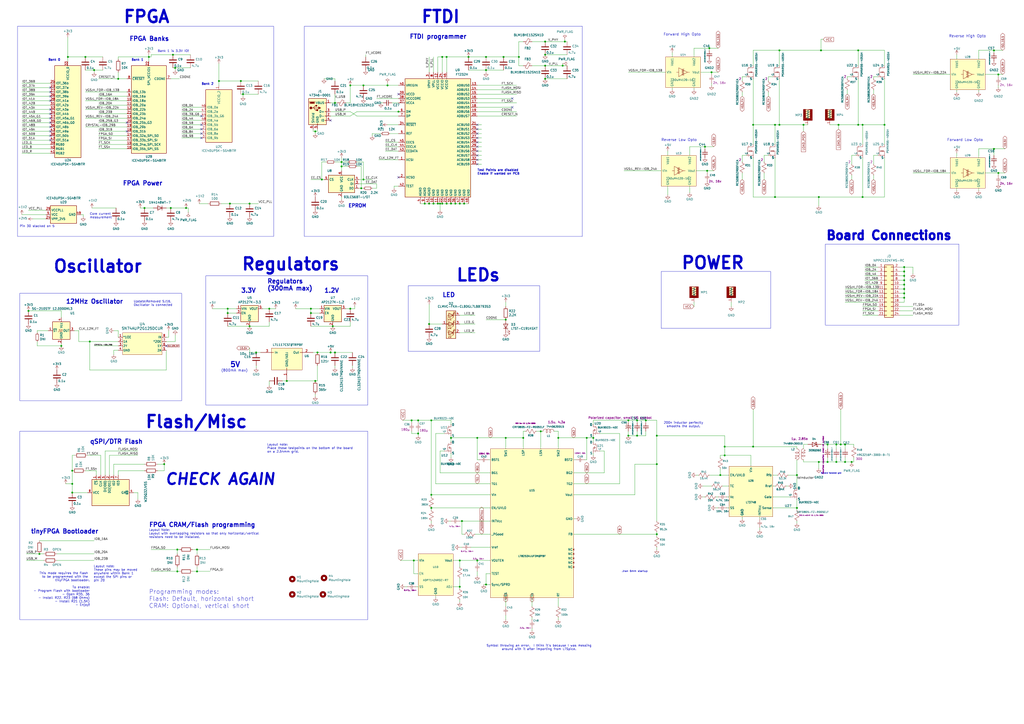
<source format=kicad_sch>
(kicad_sch (version 20231120) (generator "eeschema") (generator_version "8.0")
  (paper "A2")
  (junction (at 238.76 243.84))
  (junction (at 133.35 118.11))
  (junction (at 497.84 29.21))
  (junction (at 52.07 198.12))
  (junction (at 156.21 179.07))
  (junction (at 524.51 172.72))
  (junction (at 490.22 257.81))
  (junction (at 485.14 267.97))
  (junction (at 364.49 243.84))
  (junction (at 99.06 120.65))
  (junction (at 316.23 38.1))
  (junction (at 250.19 294.64))
  (junction (at 264.16 118.11))
  (junction (at 224.79 49.53))
  (junction (at 267.97 302.26))
  (junction (at 420.37 264.16))
  (junction (at 344.17 254))
  (junction (at 182.88 220.98))
  (junction (at 266.7 325.12))
  (junction (at 497.84 72.39))
  (junction (at 408.94 85.09))
  (junction (at 180.34 181.61))
  (junction (at 474.98 267.97))
  (junction (at 203.2 49.53))
  (junction (at 369.57 243.84))
  (junction (at 256.54 118.11))
  (junction (at 209.55 109.22))
  (junction (at 410.21 99.06))
  (junction (at 198.12 93.98))
  (junction (at 203.2 179.07))
  (junction (at 487.68 257.81))
  (junction (at 101.6 39.37))
  (junction (at 449.58 72.39))
  (junction (at 436.88 259.08))
  (junction (at 524.51 157.48))
  (junction (at 83.82 120.65))
  (junction (at 313.69 250.19))
  (junction (at 474.98 114.3))
  (junction (at 102.87 331.47))
  (junction (at 250.19 243.84))
  (junction (at 254 118.11))
  (junction (at 490.22 267.97))
  (junction (at 248.92 118.11))
  (junction (at 54.61 40.64))
  (junction (at 579.12 100.33))
  (junction (at 436.88 72.39))
  (junction (at 524.51 165.1))
  (junction (at 485.14 257.81))
  (junction (at 276.86 325.12))
  (junction (at 462.28 294.64))
  (junction (at 494.03 267.97))
  (junction (at 256.54 33.02))
  (junction (at 449.58 114.3))
  (junction (at 198.12 96.52))
  (junction (at 452.12 72.39))
  (junction (at 513.08 72.39))
  (junction (at 420.37 259.08))
  (junction (at 417.83 275.59))
  (junction (at 41.91 280.67))
  (junction (at 579.12 43.18))
  (junction (at 462.28 275.59))
  (junction (at 180.34 179.07))
  (junction (at 381 269.24))
  (junction (at 281.94 33.02))
  (junction (at 182.88 76.2))
  (junction (at 140.97 54.61))
  (junction (at 293.37 254))
  (junction (at 255.27 118.11))
  (junction (at 35.56 200.66))
  (junction (at 300.99 33.02))
  (junction (at 374.65 243.84))
  (junction (at 148.59 204.47))
  (junction (at 251.46 118.11))
  (junction (at 259.08 33.02))
  (junction (at 22.86 321.31))
  (junction (at 269.24 118.11))
  (junction (at 281.94 339.09))
  (junction (at 316.23 31.75))
  (junction (at 266.7 340.36))
  (junction (at 166.37 220.98))
  (junction (at 100.33 31.75))
  (junction (at 184.15 204.47))
  (junction (at 316.23 24.13))
  (junction (at 524.51 154.94))
  (junction (at 242.57 251.46))
  (junction (at 292.1 33.02))
  (junction (at 576.58 86.36))
  (junction (at 500.38 114.3))
  (junction (at 41.91 285.75))
  (junction (at 39.37 33.02))
  (junction (at 114.3 331.47))
  (junction (at 242.57 243.84))
  (junction (at 86.36 33.02))
  (junction (at 144.78 189.23))
  (junction (at 193.04 189.23))
  (junction (at 466.09 72.39))
  (junction (at 127 46.99))
  (junction (at 210.82 104.14))
  (junction (at 411.48 27.94))
  (junction (at 327.66 24.13))
  (junction (at 271.78 33.02))
  (junction (at 303.53 254))
  (junction (at 524.51 167.64))
  (junction (at 139.7 46.99))
  (junction (at 576.58 29.21))
  (junction (at 246.38 118.11))
  (junction (at 250.19 287.02))
  (junction (at 114.3 318.77))
  (junction (at 476.25 29.21))
  (junction (at 16.51 180.34))
  (junction (at 323.85 254))
  (junction (at 381 309.88))
  (junction (at 186.69 104.14))
  (junction (at 49.53 33.02))
  (junction (at 194.31 204.47))
  (junction (at 316.23 45.72))
  (junction (at 486.41 72.39))
  (junction (at 281.94 40.64))
  (junction (at 412.75 41.91))
  (junction (at 144.78 118.11))
  (junction (at 266.7 118.11))
  (junction (at 194.31 59.69))
  (junction (at 381 252.73))
  (junction (at 132.08 179.07))
  (junction (at 191.77 204.47))
  (junction (at 240.03 325.12))
  (junction (at 107.95 120.65))
  (junction (at 276.86 254))
  (junction (at 524.51 160.02))
  (junction (at 480.06 267.97))
  (junction (at 293.37 185.42))
  (junction (at 524.51 170.18))
  (junction (at 231.14 64.77))
  (junction (at 364.49 252.73))
  (junction (at 524.51 162.56))
  (junction (at 452.12 29.21))
  (junction (at 259.08 118.11))
  (junction (at 261.62 254))
  (junction (at 500.38 72.39))
  (junction (at 68.58 45.72))
  (junction (at 248.92 187.96))
  (junction (at 369.57 252.73))
  (junction (at 41.91 273.05))
  (junction (at 132.08 181.61))
  (junction (at 340.36 254))
  (junction (at 261.62 118.11))
  (junction (at 210.82 49.53))
  (junction (at 102.87 318.77))
  (junction (at 326.39 38.1))
  (junction (at 95.25 269.24))
  (junction (at 480.06 257.81))
  (no_connect (at 276.86 85.09))
  (no_connect (at 29.21 55.88))
  (no_connect (at 29.21 76.2))
  (no_connect (at 73.66 71.12))
  (no_connect (at 276.86 74.93))
  (no_connect (at 276.86 90.17))
  (no_connect (at 29.21 58.42))
  (no_connect (at 276.86 92.71))
  (no_connect (at 297.18 57.15))
  (no_connect (at 231.14 54.61))
  (no_connect (at 29.21 63.5))
  (no_connect (at 231.14 102.87))
  (no_connect (at 116.84 74.93))
  (no_connect (at 276.86 80.01))
  (no_connect (at 297.18 62.23))
  (no_connect (at 191.77 69.85))
  (no_connect (at 29.21 68.58))
  (no_connect (at 116.84 77.47))
  (no_connect (at 29.21 53.34))
  (no_connect (at 29.21 50.8))
  (no_connect (at 29.21 78.74))
  (no_connect (at 29.21 81.28))
  (no_connect (at 29.21 71.12))
  (no_connect (at 96.52 200.66))
  (no_connect (at 29.21 66.04))
  (no_connect (at 116.84 72.39))
  (no_connect (at 276.86 72.39))
  (no_connect (at 276.86 82.55))
  (no_connect (at 276.86 77.47))
  (no_connect (at 29.21 73.66))
  (no_connect (at 116.84 67.31))
  (no_connect (at 276.86 87.63))
  (no_connect (at 116.84 80.01))
  (no_connect (at 73.66 76.2))
  (no_connect (at 276.86 95.25))
  (wire (pts (xy 81.28 120.65) (xy 83.82 120.65)))
  (wire (pts (xy 163.83 220.98) (xy 166.37 220.98)))
  (wire (pts (xy 462.28 275.59) (xy 457.2 275.59)) (stroke (width 0.1524)))
  (wire (pts (xy 449.58 281.94) (xy 448.31 281.94)) (stroke (width 0.1524)))
  (wire (pts (xy 567.69 53.34) (xy 567.69 52.07)) (stroke (width 0.1524)))
  (wire (pts (xy 500.38 83.82) (xy 500.38 72.39)) (stroke (width 0.1524)))
  (wire (pts (xy 220.98 59.69) (xy 222.25 59.69)))
  (wire (pts (xy 227.33 59.69) (xy 231.14 59.69)))
  (wire (pts (xy 22.86 313.69) (xy 54.61 313.69)))
  (wire (pts (xy 300.99 38.1) (xy 303.53 38.1)))
  (wire (pts (xy 513.08 114.3) (xy 500.38 114.3)) (stroke (width 0.1524)))
  (wire (pts (xy 156.21 189.23) (xy 156.21 186.69)))
  (wire (pts (xy 91.44 273.05) (xy 95.25 273.05)))
  (wire (pts (xy 443.23 93.98) (xy 443.23 90.17)) (stroke (width 0.1524)))
  (wire (pts (xy 452.12 38.1) (xy 452.12 29.21)) (stroke (width 0.1524)))
  (wire (pts (xy 284.48 294.64) (xy 250.19 294.64)) (stroke (width 0.1524)))
  (wire (pts (xy 420.37 259.08) (xy 436.88 259.08)) (stroke (width 0.1524)))
  (wire (pts (xy 462.28 259.08) (xy 436.88 259.08)) (stroke (width 0.1524)))
  (wire (pts (xy 361.95 99.06) (xy 383.54 99.06)) (stroke (width 0.1524)))
  (wire (pts (xy 63.5 264.16) (xy 80.01 264.16)))
  (wire (pts (xy 203.2 189.23) (xy 203.2 186.69)))
  (wire (pts (xy 521.97 160.02) (xy 524.51 160.02)))
  (wire (pts (xy 250.19 295.91) (xy 250.19 294.64)) (stroke (width 0.1524)))
  (wire (pts (xy 203.2 64.77) (xy 207.01 67.31)))
  (wire (pts (xy 582.93 86.36) (xy 576.58 86.36)) (stroke (width 0.1524)))
  (wire (pts (xy 68.58 33.02) (xy 86.36 33.02)))
  (wire (pts (xy 485.14 257.81) (xy 487.68 257.81)) (stroke (width 0.1524)))
  (wire (pts (xy 58.42 264.16) (xy 50.8 264.16)))
  (wire (pts (xy 180.34 181.61) (xy 180.34 179.07)))
  (wire (pts (xy 66.04 191.77) (xy 68.58 191.77)))
  (wire (pts (xy 494.03 95.25) (xy 494.03 90.17)) (stroke (width 0.1524)))
  (wire (pts (xy 99.06 45.72) (xy 104.14 45.72)))
  (wire (pts (xy 485.14 72.39) (xy 481.33 72.39)) (stroke (width 0.1524)))
  (wire (pts (xy 73.66 86.36) (xy 57.15 86.36)))
  (wire (pts (xy 39.37 33.02) (xy 39.37 35.56)))
  (wire (pts (xy 424.18 175.26) (xy 424.18 177.8)))
  (wire (pts (xy 29.21 53.34) (xy 12.7 53.34)))
  (wire (pts (xy 182.88 228.6) (xy 182.88 229.87)))
  (wire (pts (xy 267.97 317.5) (xy 266.7 317.5)) (stroke (width 0.1524)))
  (wire (pts (xy 57.15 45.72) (xy 68.58 45.72)))
  (wire (pts (xy 462.28 303.53) (xy 462.28 302.26)) (stroke (width 0.1524)))
  (wire (pts (xy 231.14 77.47) (xy 226.06 77.47)))
  (wire (pts (xy 323.85 260.35) (xy 323.85 254)) (stroke (width 0.1524)))
  (wire (pts (xy 191.77 64.77) (xy 203.2 64.77)))
  (wire (pts (xy 308.61 359.41) (xy 308.61 358.14)) (stroke (width 0.1524)))
  (wire (pts (xy 123.19 179.07) (xy 132.08 179.07)))
  (wire (pts (xy 207.01 96.52) (xy 209.55 96.52)))
  (wire (pts (xy 132.08 179.07) (xy 137.16 179.07)))
  (wire (pts (xy 186.69 104.14) (xy 180.34 104.14)))
  (wire (pts (xy 491.49 54.61) (xy 491.49 52.07)) (stroke (width 0.1524)))
  (wire (pts (xy 187.96 104.14) (xy 186.69 104.14)))
  (wire (pts (xy 116.84 72.39) (xy 105.41 72.39)))
  (wire (pts (xy 334.01 266.7) (xy 332.74 266.7)) (stroke (width 0.1524)))
  (wire (pts (xy 73.66 71.12) (xy 57.15 71.12)))
  (wire (pts (xy 422.91 288.29) (xy 421.64 288.29)) (stroke (width 0.1524)))
  (wire (pts (xy 462.28 295.91) (xy 462.28 294.64)) (stroke (width 0.1524)))
  (wire (pts (xy 281.94 185.42) (xy 293.37 185.42)))
  (wire (pts (xy 412.75 41.91) (xy 406.4 41.91)) (stroke (width 0.1524)))
  (wire (pts (xy 189.23 93.98) (xy 186.69 93.98)))
  (wire (pts (xy 445.77 90.17) (xy 443.23 90.17)) (stroke (width 0.1524)))
  (wire (pts (xy 276.86 82.55) (xy 279.4 82.55)))
  (wire (pts (xy 29.21 68.58) (xy 12.7 68.58)))
  (wire (pts (xy 408.94 85.09) (xy 408.94 86.36)) (stroke (width 0.1524)))
  (wire (pts (xy 127 36.83) (xy 127 46.99)))
  (wire (pts (xy 139.7 54.61) (xy 140.97 54.61)))
  (wire (pts (xy 521.97 162.56) (xy 524.51 162.56)))
  (wire (pts (xy 209.55 96.52) (xy 209.55 109.22)))
  (wire (pts (xy 116.84 74.93) (xy 105.41 74.93)))
  (wire (pts (xy 46.99 124.46) (xy 48.26 124.46)))
  (wire (pts (xy 96.52 120.65) (xy 99.06 120.65)))
  (wire (pts (xy 275.59 309.88) (xy 284.48 309.88)) (stroke (width 0.1524)))
  (wire (pts (xy 462.28 283.21) (xy 462.28 275.59)) (stroke (width 0.1524)))
  (wire (pts (xy 350.52 274.32) (xy 350.52 261.62)) (stroke (width 0.1524)))
  (wire (pts (xy 16.51 121.92) (xy 26.67 121.92)))
  (wire (pts (xy 73.66 81.28) (xy 57.15 81.28)))
  (wire (pts (xy 487.68 237.49) (xy 487.68 257.81)) (stroke (width 0.1524)))
  (wire (pts (xy 259.08 118.11) (xy 261.62 118.11)))
  (wire (pts (xy 54.61 200.66) (xy 68.58 200.66)))
  (wire (pts (xy 267.97 309.88) (xy 267.97 302.26)) (stroke (width 0.1524)))
  (wire (pts (xy 29.21 71.12) (xy 12.7 71.12)))
  (wire (pts (xy 554.99 34.29) (xy 554.99 31.75)) (stroke (width 0.1524)))
  (wire (pts (xy 567.69 34.29) (xy 567.69 29.21)) (stroke (width 0.1524)))
  (wire (pts (xy 133.35 118.11) (xy 144.78 118.11)))
  (wire (pts (xy 191.77 59.69) (xy 194.31 59.69)))
  (wire (pts (xy 416.56 288.29) (xy 415.29 288.29)) (stroke (width 0.1524)))
  (wire (pts (xy 181.61 76.2) (xy 182.88 76.2)))
  (wire (pts (xy 73.66 66.04) (xy 57.15 66.04)))
  (wire (pts (xy 554.99 53.34) (xy 554.99 52.07)) (stroke (width 0.1524)))
  (wire (pts (xy 99.06 120.65) (xy 107.95 120.65)))
  (wire (pts (xy 327.66 22.86) (xy 327.66 24.13)))
  (wire (pts (xy 485.14 72.39) (xy 486.41 72.39)))
  (wire (pts (xy 323.85 351.79) (xy 323.85 346.71)) (stroke (width 0.1524)))
  (wire (pts (xy 29.21 81.28) (xy 12.7 81.28)))
  (wire (pts (xy 494.03 267.97) (xy 495.3 267.97)) (stroke (width 0.1524)))
  (wire (pts (xy 276.86 334.01) (xy 276.86 331.47)) (stroke (width 0.1524)))
  (wire (pts (xy 102.87 321.31) (xy 102.87 318.77)))
  (wire (pts (xy 144.78 204.47) (xy 148.59 204.47)))
  (wire (pts (xy 49.53 58.42) (xy 73.66 58.42)))
  (wire (pts (xy 506.73 104.14) (xy 506.73 101.6)) (stroke (width 0.1524)))
  (wire (pts (xy 490.22 172.72) (xy 509.27 172.72)))
  (wire (pts (xy 256.54 118.11) (xy 259.08 118.11)))
  (wire (pts (xy 420.37 264.16) (xy 417.83 264.16)) (stroke (width 0.1524)))
  (wire (pts (xy 477.52 22.86) (xy 476.25 22.86)) (stroke (width 0.1524)))
  (wire (pts (xy 194.31 204.47) (xy 204.47 204.47)))
  (wire (pts (xy 524.51 172.72) (xy 524.51 175.26)))
  (wire (pts (xy 416.56 27.94) (xy 411.48 27.94)) (stroke (width 0.1524)))
  (wire (pts (xy 381 252.73) (xy 420.37 252.73)) (stroke (width 0.1524)))
  (wire (pts (xy 369.57 243.84) (xy 374.65 243.84)) (stroke (width 0.1524)))
  (wire (pts (xy 476.25 22.86) (xy 476.25 29.21)) (stroke (width 0.1524)))
  (wire (pts (xy 480.06 257.81) (xy 485.14 257.81)) (stroke (width 0.1524)))
  (wire (pts (xy 116.84 69.85) (xy 105.41 69.85)))
  (wire (pts (xy 500.38 72.39) (xy 497.84 72.39)) (stroke (width 0.1524)))
  (wire (pts (xy 276.86 80.01) (xy 279.4 80.01)))
  (wire (pts (xy 381 311.15) (xy 381 309.88)) (stroke (width 0.1524)))
  (wire (pts (xy 203.2 49.53) (xy 210.82 49.53)))
  (wire (pts (xy 110.49 31.75) (xy 100.33 31.75)))
  (wire (pts (xy 29.21 50.8) (xy 12.7 50.8)))
  (wire (pts (xy 29.21 58.42) (xy 12.7 58.42)))
  (wire (pts (xy 327.66 24.13) (xy 328.93 24.13)))
  (wire (pts (xy 22.86 321.31) (xy 25.4 321.31)))
  (wire (pts (xy 54.61 325.12) (xy 33.02 325.12)))
  (wire (pts (xy 374.65 243.84) (xy 381 243.84)) (stroke (width 0.1524)))
  (wire (pts (xy 281.94 40.64) (xy 292.1 40.64)))
  (wire (pts (xy 344.17 254) (xy 344.17 252.73)) (stroke (width 0.1524)))
  (wire (pts (xy 494.03 44.45) (xy 491.49 44.45)) (stroke (width 0.1524)))
  (wire (pts (xy 452.12 29.21) (xy 436.88 29.21)) (stroke (width 0.1524)))
  (wire (pts (xy 238.76 250.19) (xy 238.76 251.46)) (stroke (width 0.1524)))
  (wire (pts (xy 243.84 118.11) (xy 246.38 118.11)))
  (wire (pts (xy 49.53 40.64) (xy 54.61 40.64)))
  (wire (pts (xy 496.57 90.17) (xy 494.03 90.17)) (stroke (width 0.1524)))
  (wire (pts (xy 411.48 27.94) (xy 411.48 29.21)))
  (wire (pts (xy 293.37 359.41) (xy 293.37 356.87)) (stroke (width 0.1524)))
  (wire (pts (xy 73.66 55.88) (xy 57.15 55.88)))
  (wire (pts (xy 400.05 90.17) (xy 400.05 85.09)) (stroke (width 0.1524)))
  (wire (pts (xy 387.35 107.95) (xy 387.35 113.03)) (stroke (width 0.1524)))
  (wire (pts (xy 29.21 88.9) (xy 12.7 88.9)))
  (wire (pts (xy 344.17 246.38) (xy 344.17 243.84)) (stroke (width 0.1524)))
  (wire (pts (xy 420.37 264.16) (xy 420.37 259.08)) (stroke (width 0.1524)))
  (wire (pts (xy 257.81 261.62) (xy 255.27 261.62)) (stroke (width 0.1524)))
  (wire (pts (xy 48.26 124.46) (xy 48.26 125.73)))
  (wire (pts (xy 389.89 33.02) (xy 389.89 30.48)) (stroke (width 0.1524)))
  (wire (pts (xy 12.7 124.46) (xy 26.67 124.46)))
  (wire (pts (xy 194.31 59.69) (xy 195.58 59.69)))
  (wire (pts (xy 486.41 72.39) (xy 497.84 72.39)))
  (wire (pts (xy 381 309.88) (xy 381 308.61)) (stroke (width 0.1524)))
  (wire (pts (xy 524.51 162.56) (xy 524.51 165.1)))
  (wire (pts (xy 29.21 48.26) (xy 12.7 48.26)))
  (wire (pts (xy 54.61 40.64) (xy 59.69 40.64)))
  (wire (pts (xy 500.38 177.8) (xy 509.27 177.8)))
  (wire (pts (xy 449.58 91.44) (xy 449.58 114.3)) (stroke (width 0.1524)))
  (wire (pts (xy 38.1 280.67) (xy 41.91 280.67)))
  (wire (pts (xy 490.22 257.81) (xy 490.22 260.35)) (stroke (width 0.1524)))
  (wire (pts (xy 156.21 220.98) (xy 156.21 223.52)))
  (wire (pts (xy 87.63 318.77) (xy 102.87 318.77)))
  (wire (pts (xy 509.27 90.17) (xy 506.73 90.17)) (stroke (width 0.1524)))
  (wire (pts (xy 350.52 261.62) (xy 347.98 261.62)) (stroke (width 0.1524)))
  (wire (pts (xy 521.97 182.88) (xy 529.59 182.88)))
  (wire (pts (xy 250.19 288.29) (xy 250.19 287.02)) (stroke (width 0.1524)))
  (wire (pts (xy 521.97 180.34) (xy 529.59 180.34)))
  (wire (pts (xy 29.21 66.04) (xy 12.7 66.04)))
  (wire (pts (xy 63.5 264.16) (xy 63.5 275.59)))
  (wire (pts (xy 276.86 85.09) (xy 279.4 85.09)))
  (wire (pts (xy 198.12 93.98) (xy 198.12 91.44)))
  (wire (pts (xy 252.73 280.67) (xy 284.48 280.67)) (stroke (width 0.1524)))
  (wire (pts (xy 240.03 325.12) (xy 232.41 325.12)) (stroke (width 0.1524)))
  (wire (pts (xy 308.61 346.71) (xy 308.61 351.79)) (stroke (width 0.1524)))
  (wire (pts (xy 209.55 109.22) (xy 210.82 109.22)))
  (wire (pts (xy 576.58 88.9) (xy 576.58 90.17)))
  (wire (pts (xy 256.54 33.02) (xy 259.08 33.02)))
  (wire (pts (xy 259.08 41.91) (xy 259.08 33.02)))
  (wire (pts (xy 284.48 287.02) (xy 250.19 287.02)) (stroke (width 0.1524)))
  (wire (pts (xy 240.03 332.74) (xy 240.03 325.12)) (stroke (width 0.1524)))
  (wire (pts (xy 29.21 78.74) (xy 12.7 78.74)))
  (wire (pts (xy 255.27 274.32) (xy 284.48 274.32)) (stroke (width 0.1524)))
  (wire (pts (xy 208.28 106.68) (xy 218.44 106.68)))
  (wire (pts (xy 474.98 119.38) (xy 474.98 114.3)) (stroke (width 0.1524)))
  (wire (pts (xy 567.69 91.44) (xy 567.69 86.36)) (stroke (width 0.1524)))
  (wire (pts (xy 83.82 273.05) (xy 68.58 273.05)))
  (wire (pts (xy 328.93 31.75) (xy 316.23 31.75)))
  (wire (pts (xy 513.08 83.82) (xy 513.08 72.39)) (stroke (width 0.1524)))
  (wire (pts (xy 194.31 212.09) (xy 194.31 213.36)))
  (wire (pts (xy 218.44 109.22) (xy 218.44 106.68)))
  (wire (pts (xy 303.53 254) (xy 293.37 254)) (stroke (width 0.1524)))
  (wire (pts (xy 328.93 45.72) (xy 316.23 45.72)))
  (wire (pts (xy 232.41 64.77) (xy 231.14 64.77)))
  (wire (pts (xy 513.08 29.21) (xy 497.84 29.21)) (stroke (width 0.1524)))
  (wire (pts (xy 579.12 100.33) (xy 571.5 100.33)) (stroke (width 0.1524)))
  (wire (pts (xy 524.51 154.94) (xy 524.51 157.48)))
  (wire (pts (xy 368.3 287.02) (xy 368.3 269.24)) (stroke (width 0.1524)))
  (wire (pts (xy 411.48 275.59) (xy 417.83 275.59)) (stroke (width 0.1524)))
  (wire (pts (xy 293.37 177.8) (xy 293.37 175.26)))
  (wire (pts (xy 15.24 325.12) (xy 25.4 325.12)))
  (wire (pts (xy 276.86 67.31) (xy 299.72 67.31)))
  (wire (pts (xy 102.87 331.47) (xy 104.14 331.47)))
  (wire (pts (xy 490.22 265.43) (xy 490.22 267.97)) (stroke (width 0.1524)))
  (wire (pts (xy 238.76 251.46) (xy 242.57 251.46)) (stroke (width 0.1524)))
  (wire (pts (xy 223.52 85.09) (xy 231.14 85.09)))
  (wire (pts (xy 39.37 33.02) (xy 49.53 33.02)))
  (wire (pts (xy 521.97 154.94) (xy 524.51 154.94)))
  (wire (pts (xy 254 33.02) (xy 256.54 33.02)))
  (wire (pts (xy 500.38 182.88) (xy 509.27 182.88)))
  (wire (pts (xy 68.58 34.29) (xy 68.58 33.02)))
  (wire (pts (xy 276.86 74.93) (xy 279.4 74.93)))
  (wire (pts (xy 248.92 187.96) (xy 256.54 187.96)))
  (wire (pts (xy 452.12 72.39) (xy 466.09 72.39)))
  (wire (pts (xy 149.86 46.99) (xy 139.7 46.99)))
  (wire (pts (xy 381 269.24) (xy 368.3 269.24)) (stroke (width 0.1524)))
  (wire (pts (xy 180.34 179.07) (xy 185.42 179.07)))
  (wire (pts (xy 458.47 288.29) (xy 448.31 288.29)) (stroke (width 0.1524)))
  (wire (pts (xy 223.52 87.63) (xy 231.14 87.63)))
  (wire (pts (xy 402.59 33.02) (xy 402.59 27.94)) (stroke (width 0.1524)))
  (wire (pts (xy 166.37 220.98) (xy 182.88 220.98)))
  (wire (pts (xy 300.99 33.02) (xy 300.99 38.1)))
  (wire (pts (xy 308.61 24.13) (xy 316.23 24.13)))
  (wire (pts (xy 101.6 39.37) (xy 110.49 39.37)))
  (wire (pts (xy 254 41.91) (xy 254 33.02)))
  (wire (pts (xy 436.88 38.1) (xy 436.88 29.21)) (stroke (width 0.1524)))
  (wire (pts (xy 194.31 54.61) (xy 194.31 59.69)))
  (wire (pts (xy 506.73 45.72) (xy 506.73 44.45)) (stroke (width 0.1524)))
  (wire (pts (xy 261.62 256.54) (xy 261.62 254)) (stroke (width 0.1524)))
  (wire (pts (xy 340.36 266.7) (xy 340.36 254)) (stroke (width 0.1524)))
  (wire (pts (xy 474.98 267.97) (xy 474.98 271.78)))
  (wire (pts (xy 506.73 95.25) (xy 506.73 90.17)) (stroke (width 0.1524)))
  (wire (pts (xy 452.12 29.21) (xy 476.25 29.21)) (stroke (width 0.1524)))
  (wire (pts (xy 400.05 111.76) (xy 400.05 107.95)) (stroke (width 0.1524)))
  (wire (pts (xy 420.37 252.73) (xy 420.37 259.08)) (stroke (width 0.1524)))
  (wire (pts (xy 430.53 46.99) (xy 430.53 44.45)) (stroke (width 0.1524)))
  (wire (pts (xy 95.25 269.24) (xy 95.25 273.05)))
  (wire (pts (xy 364.49 252.73) (xy 364.49 250.19)) (stroke (width 0.1524)))
  (wire (pts (xy 191.77 204.47) (xy 194.31 204.47)))
  (wire (pts (xy 87.63 331.47) (xy 102.87 331.47)))
  (wire (pts (xy 332.74 309.88) (xy 381 309.88)) (stroke (width 0.1524)))
  (wire (pts (xy 581.66 43.18) (xy 579.12 43.18)) (stroke (width 0.1524)))
  (wire (pts (xy 582.93 100.33) (xy 579.12 100.33)) (stroke (width 0.1524)))
  (wire (pts (xy 250.19 243.84) (xy 242.57 243.84)) (stroke (width 0.1524)))
  (wire (pts (xy 53.34 120.65) (xy 67.31 120.65)))
  (wire (pts (xy 579.12 44.45) (xy 579.12 43.18)) (stroke (width 0.1524)))
  (wire (pts (xy 411.48 27.94) (xy 402.59 27.94)) (stroke (width 0.1524)))
  (wire (pts (xy 73.66 78.74) (xy 57.15 78.74)))
  (wire (pts (xy 261.62 246.38) (xy 261.62 243.84)) (stroke (width 0.1524)))
  (wire (pts (xy 521.97 157.48) (xy 524.51 157.48)))
  (wire (pts (xy 58.42 264.16) (xy 58.42 275.59)))
  (wire (pts (xy 581.66 29.21) (xy 576.58 29.21)) (stroke (width 0.1524)))
  (wire (pts (xy 242.57 325.12) (xy 240.03 325.12)) (stroke (width 0.1524)))
  (wire (pts (xy 198.12 93.98) (xy 198.12 96.52)))
  (wire (pts (xy 476.25 257.81) (xy 480.06 257.81)) (stroke (width 0.1524)))
  (wire (pts (xy 297.18 62.23) (xy 276.86 62.23)))
  (wire (pts (xy 223.52 82.55) (xy 231.14 82.55)))
  (wire (pts (xy 111.76 331.47) (xy 114.3 331.47)))
  (wire (pts (xy 490.22 267.97) (xy 494.03 267.97)) (stroke (width 0.1524)))
  (wire (pts (xy 207.01 93.98) (xy 210.82 93.98)))
  (wire (pts (xy 68.58 191.77) (xy 68.58 195.58)))
  (wire (pts (xy 485.14 267.97) (xy 490.22 267.97)) (stroke (width 0.1524)))
  (wire (pts (xy 228.6 109.22) (xy 228.6 107.95)))
  (wire (pts (xy 55.88 273.05) (xy 55.88 275.59)))
  (wire (pts (xy 276.86 49.53) (xy 299.72 49.53)))
  (wire (pts (xy 109.22 120.65) (xy 107.95 120.65)))
  (wire (pts (xy 43.18 264.16) (xy 41.91 264.16)))
  (wire (pts (xy 49.53 33.02) (xy 59.69 33.02)))
  (wire (pts (xy 276.86 72.39) (xy 279.4 72.39)))
  (wire (pts (xy 224.79 72.39) (xy 231.14 72.39)))
  (wire (pts (xy 369.57 243.84) (xy 369.57 245.11)) (stroke (width 0.1524)))
  (wire (pts (xy 97.79 191.77) (xy 97.79 195.58)))
  (wire (pts (xy 436.88 259.08) (xy 436.88 237.49)) (stroke (width 0.1524)))
  (wire (pts (xy 340.36 266.7) (xy 339.09 266.7)) (stroke (width 0.1524)))
  (wire (pts (xy 284.48 266.7) (xy 283.21 266.7)) (stroke (width 0.1524)))
  (wire (pts (xy 430.53 93.98) (xy 430.53 90.17)) (stroke (width 0.1524)))
  (wire (pts (xy 127 46.99) (xy 139.7 46.99)))
  (wire (pts (xy 87.63 31.75) (xy 100.33 31.75)))
  (wire (pts (xy 524.51 157.48) (xy 524.51 160.02)))
  (wire (pts (xy 100.33 39.37) (xy 101.6 39.37)))
  (wire (pts (xy 316.23 38.1) (xy 326.39 38.1)))
  (wire (pts (xy 364.49 243.84) (xy 369.57 243.84)) (stroke (width 0.1524)))
  (wire (pts (xy 271.78 40.64) (xy 281.94 40.64)))
  (wire (pts (xy 252.73 280.67) (xy 252.73 251.46)) (stroke (width 0.1524)))
  (wire (pts (xy 29.21 76.2) (xy 12.7 76.2)))
  (wire (pts (xy 96.52 195.58) (xy 97.79 195.58)))
  (wire (pts (xy 73.66 53.34) (xy 49.53 53.34)))
  (wire (pts (xy 266.7 182.88) (xy 275.59 182.88)))
  (wire (pts (xy 579.12 50.8) (xy 579.12 49.53)))
  (wire (pts (xy 374.65 243.84) (xy 374.65 245.11)) (stroke (width 0.1524)))
  (wire (pts (xy 29.21 83.82) (xy 12.7 83.82)))
  (wire (pts (xy 242.57 332.74) (xy 240.03 332.74)) (stroke (width 0.1524)))
  (wire (pts (xy 148.59 212.09) (xy 148.59 213.36)))
  (wire (pts (xy 486.41 72.39) (xy 486.41 74.93)))
  (wire (pts (xy 266.7 340.36) (xy 262.89 340.36)) (stroke (width 0.1524)))
  (wire (pts (xy 29.21 73.66) (xy 12.7 73.66)))
  (wire (pts (xy 412.75 49.53) (xy 412.75 48.26)))
  (wire (pts (xy 35.56 180.34) (xy 35.56 184.15)))
  (wire (pts (xy 208.28 104.14) (xy 210.82 104.14)))
  (wire (pts (xy 448.31 44.45) (xy 445.77 44.45)) (stroke (width 0.1524)))
  (wire (pts (xy 576.58 29.21) (xy 576.58 30.48)))
  (wire (pts (xy 449.58 72.39) (xy 436.88 72.39)) (stroke (width 0.1524)))
  (wire (pts (xy 466.09 267.97) (xy 466.09 266.7)) (stroke (width 0.1524)))
  (wire (pts (xy 513.08 72.39) (xy 500.38 72.39)) (stroke (width 0.1524)))
  (wire (pts (xy 387.35 90.17) (xy 387.35 87.63)) (stroke (width 0.1524)))
  (wire (pts (xy 554.99 91.44) (xy 554.99 88.9)) (stroke (width 0.1524)))
  (wire (pts (xy 276.86 325.12) (xy 266.7 325.12)) (stroke (width 0.1524)))
  (wire (pts (xy 381 252.73) (xy 381 269.24)) (stroke (width 0.1524)))
  (wire (pts (xy 579.12 43.18) (xy 571.5 43.18)) (stroke (width 0.1524)))
  (wire (pts (xy 422.91 281.94) (xy 419.1 281.94)) (stroke (width 0.1524)))
  (wire (pts (xy 524.51 160.02) (xy 524.51 162.56)))
  (wire (pts (xy 374.65 250.19) (xy 374.65 252.73)) (stroke (width 0.1524)))
  (wire (pts (xy 500.38 91.44) (xy 500.38 114.3)) (stroke (width 0.1524)))
  (wire (pts (xy 495.3 265.43) (xy 495.3 267.97)) (stroke (width 0.1524)))
  (wire (pts (xy 513.08 72.39) (xy 513.08 45.72)) (stroke (width 0.1524)))
  (wire (pts (xy 416.56 294.64) (xy 415.29 294.64)) (stroke (width 0.1524)))
  (wire (pts (xy 35.56 199.39) (xy 35.56 200.66)))
  (wire (pts (xy 487.68 257.81) (xy 490.22 257.81)) (stroke (width 0.1524)))
  (wire (pts (xy 293.37 260.35) (xy 293.37 254)) (stroke (width 0.1524)))
  (wire (pts (xy 215.9 77.47) (xy 215.9 78.74)))
  (wire (pts (xy 276.86 326.39) (xy 276.86 325.12)) (stroke (width 0.1524)))
  (wire (pts (xy 248.92 176.53) (xy 248.92 187.96)))
  (wire (pts (xy 201.93 96.52) (xy 198.12 96.52)))
  (wire (pts (xy 252.73 346.71) (xy 252.73 345.44)) (stroke (width 0.1524)))
  (wire (pts (xy 326.39 36.83) (xy 326.39 38.1)))
  (wire (pts (xy 246.38 118.11) (xy 248.92 118.11)))
  (wire (pts (xy 417.83 275.59) (xy 417.83 271.78)) (stroke (width 0.1524)))
  (wire (pts (xy 101.6 39.37) (xy 101.6 40.64)))
  (wire (pts (xy 490.22 170.18) (xy 509.27 170.18)))
  (wire (pts (xy 203.2 179.07) (xy 205.74 179.07)))
  (wire (pts (xy 494.03 104.14) (xy 494.03 101.6)) (stroke (width 0.1524)))
  (wire (pts (xy 116.84 62.23) (xy 105.41 62.23)))
  (wire (pts (xy 449.58 72.39) (xy 452.12 72.39)))
  (wire (pts (xy 466.09 72.39) (xy 466.09 76.2)))
  (wire (pts (xy 132.08 181.61) (xy 132.08 179.07)))
  (wire (pts (xy 203.2 67.31) (xy 207.01 64.77)))
  (wire (pts (xy 422.91 294.64) (xy 421.64 294.64)) (stroke (width 0.1524)))
  (wire (pts (xy 462.28 275.59) (xy 462.28 266.7)) (stroke (width 0.1524)))
  (wire (pts (xy 114.3 328.93) (xy 114.3 331.47)))
  (wire (pts (xy 83.82 120.65) (xy 88.9 120.65)))
  (wire (pts (xy 443.23 104.14) (xy 443.23 100.33)) (stroke (width 0.1524)))
  (wire (pts (xy 281.94 332.74) (xy 284.48 332.74)) (stroke (width 0.1524)))
  (wire (pts (xy 16.51 180.34) (xy 35.56 180.34)))
  (wire (pts (xy 21.59 191.77) (xy 27.94 191.77)))
  (wire (pts (xy 501.65 157.48) (xy 509.27 157.48)))
  (wire (pts (xy 485.14 257.81) (xy 485.14 260.35)) (stroke (width 0.1524)))
  (wire (pts (xy 408.94 288.29) (xy 407.67 288.29)) (stroke (width 0.1524)))
  (wire (pts (xy 480.06 257.81) (xy 480.06 260.35)) (stroke (width 0.1524)))
  (wire (pts (xy 184.15 220.98) (xy 184.15 212.09)))
  (wire (pts (xy 400.05 85.09) (xy 408.94 85.09)) (stroke (width 0.1524)))
  (wire (pts (xy 529.59 154.94) (xy 529.59 158.75)))
  (wire (pts (xy 116.84 64.77) (xy 105.41 64.77)))
  (wire (pts (xy 449.58 83.82) (xy 449.58 72.39)) (stroke (width 0.1524)))
  (wire (pts (xy 45.72 198.12) (xy 52.07 198.12)))
  (wire (pts (xy 266.7 328.93) (xy 266.7 325.12)) (stroke (width 0.1524)))
  (wire (pts (xy 191.77 67.31) (xy 203.2 67.31)))
  (wire (pts (xy 182.88 76.2) (xy 184.15 76.2)))
  (wire (pts (xy 132.08 189.23) (xy 144.78 189.23)))
  (wire (pts (xy 381 302.26) (xy 381 269.24)) (stroke (width 0.1524)))
  (wire (pts (xy 275.59 193.04) (xy 266.7 193.04)))
  (wire (pts (xy 524.51 170.18) (xy 524.51 172.72)))
  (wire (pts (xy 266.7 118.11) (xy 269.24 118.11)))
  (wire (pts (xy 364.49 245.11) (xy 364.49 243.84)) (stroke (width 0.1524)))
  (wire (pts (xy 52.07 198.12) (xy 68.58 198.12)))
  (wire (pts (xy 66.04 269.24) (xy 66.04 275.59)))
  (wire (pts (xy 293.37 346.71) (xy 293.37 351.79)) (stroke (width 0.1524)))
  (wire (pts (xy 276.86 254) (xy 261.62 254)) (stroke (width 0.1524)))
  (wire (pts (xy 491.49 45.72) (xy 491.49 44.45)) (stroke (width 0.1524)))
  (wire (pts (xy 435.61 270.51) (xy 435.61 264.16)) (stroke (width 0.1524)))
  (wire (pts (xy 405.13 275.59) (xy 403.86 275.59)) (stroke (width 0.1524)))
  (wire (pts (xy 205.74 177.8) (xy 205.74 179.07)))
  (wire (pts (xy 445.77 46.99) (xy 445.77 44.45)) (stroke (width 0.1524)))
  (wire (pts (xy 462.28 260.35) (xy 462.28 259.08)) (stroke (width 0.1524)))
  (wire (pts (xy 276.86 59.69) (xy 299.72 59.69)))
  (wire (pts (xy 182.88 220.98) (xy 184.15 220.98)))
  (wire (pts (xy 184.15 76.2) (xy 184.15 74.93)))
  (wire (pts (xy 77.47 285.75) (xy 80.01 285.75)))
  (wire (pts (xy 284.48 325.12) (xy 276.86 325.12)) (stroke (width 0.1524)))
  (wire (pts (xy 148.59 204.47) (xy 151.13 204.47)))
  (wire (pts (xy 219.71 92.71) (xy 231.14 92.71)))
  (wire (pts (xy 474.98 114.3) (xy 449.58 114.3)) (stroke (width 0.1524)))
  (wire (pts (xy 29.21 55.88) (xy 12.7 55.88)))
  (wire (pts (xy 200.66 179.07) (xy 203.2 179.07)))
  (wire (pts (xy 41.91 273.05) (xy 41.91 280.67)))
  (wire (pts (xy 524.51 165.1) (xy 524.51 167.64)))
  (wire (pts (xy 248.92 118.11) (xy 251.46 118.11)))
  (wire (pts (xy 308.61 38.1) (xy 316.23 38.1)))
  (wire (pts (xy 60.96 261.62) (xy 80.01 261.62)))
  (wire (pts (xy 194.31 45.72) (xy 194.31 46.99)))
  (wire (pts (xy 344.17 254) (xy 340.36 254)) (stroke (width 0.1524)))
  (wire (pts (xy 303.53 250.19) (xy 303.53 254)) (stroke (width 0.1524)))
  (wire (pts (xy 466.09 267.97) (xy 474.98 267.97)) (stroke (width 0.1524)))
  (wire (pts (xy 326.39 38.1) (xy 328.93 38.1)))
  (wire (pts (xy 436.88 72.39) (xy 436.88 45.72)) (stroke (width 0.1524)))
  (wire (pts (xy 267.97 302.26) (xy 284.48 302.26)) (stroke (width 0.1524)))
  (wire (pts (xy 228.6 107.95) (xy 231.14 107.95)))
  (wire (pts (xy 501.65 160.02) (xy 509.27 160.02)))
  (wire (pts (xy 186.69 93.98) (xy 186.69 104.14)))
  (wire (pts (xy 440.69 300.99) (xy 440.69 299.72)) (stroke (width 0.1524)))
  (wire (pts (xy 271.78 33.02) (xy 281.94 33.02)))
  (wire (pts (xy 276.86 87.63) (xy 279.4 87.63)))
  (wire (pts (xy 266.7 325.12) (xy 262.89 325.12)) (stroke (width 0.1524)))
  (wire (pts (xy 116.84 67.31) (xy 105.41 67.31)))
  (wire (pts (xy 29.21 63.5) (xy 12.7 63.5)))
  (wire (pts (xy 109.22 123.19) (xy 109.22 120.65)))
  (wire (pts (xy 60.96 261.62) (xy 60.96 275.59)))
  (wire (pts (xy 308.61 365.76) (xy 308.61 364.49)) (stroke (width 0.1524)))
  (wire (pts (xy 86.36 33.02) (xy 86.36 31.75)))
  (wire (pts (xy 210.82 49.53) (xy 224.79 49.53)))
  (wire (pts (xy 184.15 204.47) (xy 191.77 204.47)))
  (wire (pts (xy 207.01 64.77) (xy 231.14 64.77)))
  (wire (pts (xy 102.87 328.93) (xy 102.87 331.47)))
  (wire (pts (xy 521.97 175.26) (xy 524.51 175.26)))
  (wire (pts (xy 194.31 93.98) (xy 198.12 93.98)))
  (wire (pts (xy 233.68 243.84) (xy 238.76 243.84)) (stroke (width 0.1524)))
  (wire (pts (xy 416.56 41.91) (xy 412.75 41.91)) (stroke (width 0.1524)))
  (wire (pts (xy 21.59 191.77) (xy 21.59 193.04)))
  (wire (pts (xy 554.99 110.49) (xy 554.99 109.22)) (stroke (width 0.1524)))
  (wire (pts (xy 466.09 72.39) (xy 468.63 72.39)))
  (wire (pts (xy 359.41 280.67) (xy 359.41 251.46)) (stroke (width 0.1524)))
  (wire (pts (xy 54.61 321.31) (xy 33.02 321.31)))
  (wire (pts (xy 242.57 251.46) (xy 242.57 250.19)) (stroke (width 0.1524)))
  (wire (pts (xy 276.86 254) (xy 293.37 254)) (stroke (width 0.1524)))
  (wire (pts (xy 140.97 54.61) (xy 140.97 55.88)))
  (wire (pts (xy 364.49 41.91) (xy 386.08 41.91)) (stroke (width 0.1524)))
  (wire (pts (xy 433.07 90.17) (xy 430.53 90.17)) (stroke (width 0.1524)))
  (wire (pts (xy 73.66 73.66) (xy 49.53 73.66)))
  (wire (pts (xy 567.69 110.49) (xy 567.69 109.22)) (stroke (width 0.1524)))
  (wire (pts (xy 567.69 29.21) (xy 576.58 29.21)) (stroke (width 0.1524)))
  (wire (pts (xy 250.19 303.53) (xy 250.19 302.26)) (stroke (width 0.1524)))
  (wire (pts (xy 381 318.77) (xy 381 317.5)) (stroke (width 0.1524)))
  (wire (pts (xy 381 243.84) (xy 381 252.73)) (stroke (width 0.1524)))
  (wire (pts (xy 198.12 115.57) (xy 198.12 114.3)))
  (wire (pts (xy 266.7 349.25) (xy 266.7 347.98)) (stroke (width 0.1524)))
  (wire (pts (xy 250.19 287.02) (xy 250.19 243.84)) (stroke (width 0.1524)))
  (wire (pts (xy 224.79 49.53) (xy 231.14 49.53)))
  (wire (pts (xy 207.01 67.31) (xy 231.14 67.31)))
  (wire (pts (xy 462.28 294.64) (xy 448.31 294.64)) (stroke (width 0.1524)))
  (wire (pts (xy 369.57 250.19) (xy 369.57 252.73)) (stroke (width 0.1524)))
  (wire (pts (xy 276.86 54.61) (xy 299.72 54.61)))
  (wire (pts (xy 332.74 280.67) (xy 359.41 280.67)) (stroke (width 0.1524)))
  (wire (pts (xy 369.57 252.73) (xy 374.65 252.73)) (stroke (width 0.1524)))
  (wire (pts (xy 114.3 321.31) (xy 114.3 318.77)))
  (wire (pts (xy 236.22 340.36) (xy 234.95 340.36)) (stroke (width 0.1524)))
  (wire (pts (xy 485.14 265.43) (xy 485.14 267.97)) (stroke (width 0.1524)))
  (wire (pts (xy 452.12 72.39) (xy 452.12 45.72)) (stroke (width 0.1524)))
  (wire (pts (xy 269.24 309.88) (xy 267.97 309.88)) (stroke (width 0.1524)))
  (wire (pts (xy 182.88 77.47) (xy 182.88 76.2)))
  (wire (pts (xy 490.22 175.26) (xy 509.27 175.26)))
  (wire (pts (xy 261.62 302.26) (xy 260.35 302.26)) (stroke (width 0.1524)))
  (wire (pts (xy 201.93 93.98) (xy 198.12 93.98)))
  (wire (pts (xy 414.02 85.09) (xy 408.94 85.09)) (stroke (width 0.1524)))
  (wire (pts (xy 364.49 252.73) (xy 369.57 252.73)) (stroke (width 0.1524)))
  (wire (pts (xy 275.59 187.96) (xy 266.7 187.96)))
  (wire (pts (xy 276.86 52.07) (xy 299.72 52.07)))
  (wire (pts (xy 259.08 33.02) (xy 271.78 33.02)))
  (wire (pts (xy 266.7 340.36) (xy 266.7 335.28)) (stroke (width 0.1524)))
  (wire (pts (xy 276.86 77.47) (xy 279.4 77.47)))
  (wire (pts (xy 497.84 72.39) (xy 497.84 45.72)) (stroke (width 0.1524)))
  (wire (pts (xy 436.88 83.82) (xy 436.88 72.39)) (stroke (width 0.1524)))
  (wire (pts (xy 314.96 250.19) (xy 313.69 250.19)) (stroke (width 0.1524)))
  (wire (pts (xy 433.07 44.45) (xy 430.53 44.45)) (stroke (width 0.1524)))
  (wire (pts (xy 49.53 273.05) (xy 55.88 273.05)))
  (wire (pts (xy 417.83 265.43) (xy 417.83 264.16)) (stroke (width 0.1524)))
  (wire (pts (xy 506.73 54.61) (xy 506.73 52.07)) (stroke (width 0.1524)))
  (wire (pts (xy 402.59 177.8) (xy 402.59 175.26)))
  (wire (pts (xy 73.66 83.82) (xy 57.15 83.82)))
  (wire (pts (xy 210.82 104.14) (xy 215.9 104.14)))
  (wire (pts (xy 21.59 200.66) (xy 35.56 200.66)))
  (wire (pts (xy 73.66 60.96) (xy 57.15 60.96)))
  (wire (pts (xy 457.2 281.94) (xy 455.93 281.94)) (stroke (width 0.1524)))
  (wire (pts (xy 466.09 260.35) (xy 466.09 257.81)) (stroke (width 0.1524)))
  (wire (pts (xy 276.86 90.17) (xy 279.4 90.17)))
  (wire (pts (xy 524.51 167.64) (xy 524.51 170.18)))
  (wire (pts (xy 96.52 214.63) (xy 52.07 214.63)))
  (wire (pts (xy 490.22 257.81) (xy 495.3 257.81)) (stroke (width 0.1524)))
  (wire (pts (xy 45.72 191.77) (xy 45.72 198.12)))
  (wire (pts (xy 218.44 57.15) (xy 231.14 57.15)))
  (wire (pts (xy 39.37 21.59) (xy 39.37 33.02)))
  (wire (pts (xy 264.16 118.11) (xy 266.7 118.11)))
  (wire (pts (xy 66.04 203.2) (xy 68.58 203.2)))
  (wire (pts (xy 476.25 29.21) (xy 497.84 29.21)) (stroke (width 0.1524)))
  (wire (pts (xy 80.01 289.56) (xy 80.01 285.75)))
  (wire (pts (xy 91.44 269.24) (xy 95.25 269.24)))
  (wire (pts (xy 251.46 118.11) (xy 254 118.11)))
  (wire (pts (xy 359.41 251.46) (xy 347.98 251.46)) (stroke (width 0.1524)))
  (wire (pts (xy 128.27 118.11) (xy 133.35 118.11)))
  (wire (pts (xy 114.3 318.77) (xy 121.92 318.77)))
  (wire (pts (xy 521.97 167.64) (xy 524.51 167.64)))
  (wire (pts (xy 144.78 118.11) (xy 149.86 118.11)))
  (wire (pts (xy 73.66 63.5) (xy 49.53 63.5)))
  (wire (pts (xy 255.27 121.92) (xy 255.27 118.11)))
  (wire (pts (xy 184.15 204.47) (xy 181.61 204.47)))
  (wire (pts (xy 267.97 302.26) (xy 266.7 302.26)) (stroke (width 0.1524)))
  (wire (pts (xy 132.08 181.61) (xy 137.16 181.61)))
  (wire (pts (xy 490.22 167.64) (xy 509.27 167.64)))
  (wire (pts (xy 513.08 38.1) (xy 513.08 29.21)) (stroke (width 0.1524)))
  (wire (pts (xy 323.85 250.19) (xy 321.31 250.19)) (stroke (width 0.1524)))
  (wire (pts (xy 466.09 257.81) (xy 468.63 257.81)) (stroke (width 0.1524)))
  (wire (pts (xy 83.82 269.24) (xy 66.04 269.24)))
  (wire (pts (xy 276.86 266.7) (xy 276.86 254)) (stroke (width 0.1524)))
  (wire (pts (xy 521.97 172.72) (xy 524.51 172.72)))
  (wire (pts (xy 144.78 189.23) (xy 156.21 189.23)))
  (wire (pts (xy 116.84 80.01) (xy 105.41 80.01)))
  (wire (pts (xy 171.45 179.07) (xy 180.34 179.07)))
  (wire (pts (xy 281.94 33.02) (xy 292.1 33.02)))
  (wire (pts (xy 462.28 294.64) (xy 462.28 289.56)) (stroke (width 0.1524)))
  (wire (pts (xy 203.2 59.69) (xy 203.2 49.53)))
  (wire (pts (xy 304.8 250.19) (xy 303.53 250.19)) (stroke (width 0.1524)))
  (wire (pts (xy 52.07 198.12) (xy 52.07 214.63)))
  (wire (pts (xy 257.81 251.46) (xy 252.73 251.46)) (stroke (width 0.1524)))
  (wire (pts (xy 101.6 194.31) (xy 101.6 198.12)))
  (wire (pts (xy 180.34 181.61) (xy 185.42 181.61)))
  (wire (pts (xy 261.62 243.84) (xy 250.19 243.84)) (stroke (width 0.1524)))
  (wire (pts (xy 332.74 300.99) (xy 334.01 300.99)))
  (wire (pts (xy 389.89 52.07) (xy 389.89 50.8)) (stroke (width 0.1524)))
  (wire (pts (xy 284.48 317.5) (xy 273.05 317.5)) (stroke (width 0.1524)))
  (wire (pts (xy 435.61 264.16) (xy 420.37 264.16)) (stroke (width 0.1524)))
  (wire (pts (xy 500.38 114.3) (xy 474.98 114.3)) (stroke (width 0.1524)))
  (wire (pts (xy 513.08 114.3) (xy 513.08 91.44)) (stroke (width 0.1524)))
  (wire (pts (xy 269.24 118.11) (xy 271.78 118.11)))
  (wire (pts (xy 410.21 99.06) (xy 403.86 99.06)) (stroke (width 0.1524)))
  (wire (pts (xy 86.36 33.02) (xy 86.36 35.56)))
  (wire (pts (xy 220.98 77.47) (xy 215.9 77.47)))
  (wire (pts (xy 242.57 252.73) (xy 242.57 251.46)) (stroke (width 0.1524)))
  (wire (pts (xy 524.51 154.94) (xy 529.59 154.94)))
  (wire (pts (xy 73.66 68.58) (xy 49.53 68.58)))
  (wire (pts (xy 313.69 250.19) (xy 313.69 260.35)) (stroke (width 0.1524)))
  (wire (pts (xy 430.53 300.99) (xy 430.53 299.72)) (stroke (width 0.1524)))
  (wire (pts (xy 261.62 118.11) (xy 264.16 118.11)))
  (wire (pts (xy 180.34 189.23) (xy 193.04 189.23)))
  (wire (pts (xy 68.58 41.91) (xy 68.58 45.72)))
  (wire (pts (xy 102.87 318.77) (xy 104.14 318.77)))
  (wire (pts (xy 436.88 114.3) (xy 436.88 91.44)) (stroke (width 0.1524)))
  (wire (pts (xy 281.94 41.91) (xy 281.94 40.64)))
  (wire (pts (xy 497.84 38.1) (xy 497.84 29.21)) (stroke (width 0.1524)))
  (wire (pts (xy 316.23 24.13) (xy 327.66 24.13)))
  (wire (pts (xy 200.66 59.69) (xy 203.2 59.69)))
  (wire (pts (xy 96.52 203.2) (xy 96.52 214.63)))
  (wire (pts (xy 127 46.99) (xy 127 49.53)))
  (wire (pts (xy 364.49 243.84) (xy 344.17 243.84)) (stroke (width 0.1524)))
  (wire (pts (xy 280.67 339.09) (xy 281.94 339.09)))
  (wire (pts (xy 54.61 40.64) (xy 54.61 41.91)))
  (wire (pts (xy 242.57 340.36) (xy 241.3 340.36)) (stroke (width 0.1524)))
  (wire (pts (xy 215.9 109.22) (xy 218.44 109.22)))
  (wire (pts (xy 412.75 43.18) (xy 412.75 41.91)) (stroke (width 0.1524)))
  (wire (pts (xy 29.21 86.36) (xy 12.7 86.36)))
  (wire (pts (xy 204.47 212.09) (xy 204.47 213.36)))
  (wire (pts (xy 303.53 260.35) (xy 303.53 254)) (stroke (width 0.1524)))
  (wire (pts (xy 501.65 154.94) (xy 509.27 154.94)))
  (wire (pts (xy 261.62 265.43) (xy 261.62 262.89)) (stroke (width 0.1524)))
  (wire (pts (xy 430.53 104.14) (xy 430.53 100.33)) (stroke (width 0.1524)))
  (wire (pts (xy 238.76 243.84) (xy 238.76 245.11)) (stroke (width 0.1524)))
  (wire (pts (xy 576.58 86.36) (xy 576.58 88.9)) (stroke (width 0.1524)))
  (wire (pts (xy 152.4 179.07) (xy 156.21 179.07)))
  (wire (pts (xy 576.58 86.36) (xy 567.69 86.36)) (stroke (width 0.1524)))
  (wire (pts (xy 344.17 256.54) (xy 344.17 254)) (stroke (width 0.1524)))
  (wire (pts (xy 87.63 33.02) (xy 87.63 31.75)))
  (wire (pts (xy 115.57 118.11) (xy 120.65 118.11)))
  (wire (pts (xy 261.62 254) (xy 261.62 252.73)) (stroke (width 0.1524)))
  (wire (pts (xy 521.97 165.1) (xy 524.51 165.1)))
  (wire (pts (xy 551.18 100.33) (xy 529.59 100.33)) (stroke (width 0.1524)))
  (wire (pts (xy 254 118.11) (xy 255.27 118.11)))
  (wire (pts (xy 323.85 250.19) (xy 323.85 254)) (stroke (width 0.1524)))
  (wire (pts (xy 412.75 281.94) (xy 407.67 281.94)) (stroke (width 0.1524)))
  (wire (pts (xy 276.86 57.15) (xy 297.18 57.15)))
  (wire (pts (xy 300.99 24.13) (xy 303.53 24.13)))
  (wire (pts (xy 332.74 274.32) (xy 350.52 274.32)) (stroke (width 0.1524)))
  (wire (pts (xy 21.59 198.12) (xy 21.59 200.66)))
  (wire (pts (xy 292.1 33.02) (xy 300.99 33.02)))
  (wire (pts (xy 500.38 180.34) (xy 509.27 180.34)))
  (wire (pts (xy 96.52 198.12) (xy 101.6 198.12)))
  (wire (pts (xy 198.12 96.52) (xy 198.12 99.06)))
  (wire (pts (xy 266.7 341.63) (xy 266.7 340.36)) (stroke (width 0.1524)))
  (wire (pts (xy 501.65 162.56) (xy 509.27 162.56)))
  (wire (pts (xy 509.27 44.45) (xy 506.73 44.45)) (stroke (width 0.1524)))
  (wire (pts (xy 281.94 339.09) (xy 284.48 339.09)) (stroke (width 0.1524)))
  (wire (pts (xy 281.94 339.09) (xy 281.94 332.74)) (stroke (width 0.1524)))
  (wire (pts (xy 41.91 264.16) (xy 41.91 273.05)))
  (wire (pts (xy 474.98 267.97) (xy 480.06 267.97)) (stroke (width 0.1524)))
  (wire (pts (xy 224.79 48.26) (xy 224.79 49.53)))
  (wire (pts (xy 449.58 114.3) (xy 436.88 114.3)) (stroke (width 0.1524)))
  (wire (pts (xy 480.06 267.97) (xy 485.14 267.97)) (stroke (width 0.1524)))
  (wire (pts (xy 68.58 273.05) (xy 68.58 275.59)))
  (wire (pts (xy 43.18 191.77) (xy 45.72 191.77)))
  (wire (pts (xy 276.86 64.77) (xy 299.72 64.77)))
  (wire (pts (xy 300.99 24.13) (xy 300.99 33.02)))
  (wire (pts (xy 422.91 275.59) (xy 417.83 275.59)) (stroke (width 0.1524)))
  (wire (pts (xy 521.97 170.18) (xy 524.51 170.18)))
  (wire (pts (xy 501.65 165.1) (xy 509.27 165.1)))
  (wire (pts (xy 68.58 45.72) (xy 73.66 45.72)))
  (wire (pts (xy 368.3 287.02) (xy 332.74 287.02)) (stroke (width 0.1524)))
  (wire (pts (xy 579.12 101.6) (xy 579.12 100.33)) (stroke (width 0.1524)))
  (wire (pts (xy 251.46 41.91) (xy 251.46 33.02)))
  (wire (pts (xy 144.78 201.93) (xy 144.78 204.47)))
  (wire (pts (xy 276.86 92.71) (xy 279.4 92.71)))
  (wire (pts (xy 111.76 318.77) (xy 114.3 318.77)))
  (wire (pts (xy 238.76 243.84) (xy 242.57 243.84)) (stroke (width 0.1524)))
  (wire (pts (xy 276.86 95.25) (xy 279.4 95.25)))
  (wire (pts (xy 255.27 118.11) (xy 256.54 118.11)))
  (wire (pts (xy 480.06 267.97) (xy 480.06 265.43)) (stroke (width 0.1524)))
  (wire (pts (xy 256.54 41.91) (xy 256.54 33.02)))
  (wire (pts (xy 193.04 189.23) (xy 203.2 189.23)))
  (wire (pts (xy 521.97 177.8) (xy 529.59 177.8)))
  (wire (pts (xy 313.69 250.19) (xy 311.15 250.19)) (stroke (width 0.1524)))
  (wire (pts (xy 181.61 74.93) (xy 181.61 76.2)))
  (wire (pts (xy 440.69 307.34) (xy 440.69 306.07)) (stroke (width 0.1524)))
  (wire (pts (xy 323.85 254) (xy 340.36 254)) (stroke (width 0.1524)))
  (wire (pts (xy 242.57 245.11) (xy 242.57 243.84)) (stroke (width 0.1524)))
  (wire (pts (xy 208.28 109.22) (xy 209.55 109.22)))
  (wire (pts (xy 156.21 179.07) (xy 160.02 179.07)))
  (wire (pts (xy 551.18 43.18) (xy 529.59 43.18)) (stroke (width 0.1524)))
  (wire (pts (xy 410.21 100.33) (xy 410.21 99.06)) (stroke (width 0.1524)))
  (wire (pts (xy 116.84 77.47) (xy 105.41 77.47)))
  (wire (pts (xy 255.27 274.32) (xy 255.27 261.62)) (stroke (width 0.1524)))
  (wire (pts (xy 323.85 359.41) (xy 323.85 358.14)) (stroke (width 0.1524)))
  (wire (pts (xy 19.05 127) (xy 26.67 127)))
  (wire (pts (xy 114.3 331.47) (xy 121.92 331.47)))
  (wire (pts (xy 66.04 205.74) (xy 66.04 203.2)))
  (wire (pts (xy 15.24 321.31) (xy 22.86 321.31)))
  (wire (pts (xy 41.91 280.67) (xy 41.91 285.75)))
  (wire (pts (xy 212.09 33.02) (xy 212.09 31.75)))
  (wire (pts (xy 344.17 264.16) (xy 344.17 262.89)) (stroke (width 0.1524)))
  (wire (pts (xy 29.21 60.96) (xy 12.7 60.96)))
  (wire (pts (xy 402.59 52.07) (xy 402.59 50.8)) (stroke (width 0.1524)))
  (wire (pts (xy 495.3 257.81) (xy 495.3 259.08)) (stroke (width 0.1524)))
  (wire (pts (xy 140.97 54.61) (xy 149.86 54.61)))
  (wire (pts (xy 414.02 99.06) (xy 410.21 99.06)) (stroke (width 0.1524)))
  (wire (pts (xy 86.36 33.02) (xy 87.63 33.02)))
  (wire (pts (xy 278.13 266.7) (xy 276.86 266.7)) (stroke (width 0.1524)))
  (wire (pts (xy 445.77 55.88) (xy 445.77 53.34)) (stroke (width 0.1524)))
  (wire (pts (xy 430.53 55.88) (xy 430.53 53.34)) (stroke (width 0.1524)))
  (wire (pts (xy 248.92 41.91) (xy 248.92 33.02)))
  (wire (pts (xy 450.85 275.59) (xy 448.31 275.59)) (stroke (width 0.1524)))
  (wire (pts (xy 41.91 285.75) (xy 50.8 285.75)))
  (wire (pts (xy 73.66 76.2) (xy 57.15 76.2)))
  (wire (pts (xy 210.82 93.98) (xy 210.82 104.14)))
  (wire (pts (xy 187.96 45.72) (xy 194.31 45.72)))
  (rectangle (start 119.38 160.02) (end 213.36 234.95))
  (rectangle (start 236.855 165.735) (end 313.055 203.835))
  (rectangle (start 383.54 157.48) (end 447.04 190.5))
  (rectangle (start 11.43 170.18) (end 105.41 232.41))
  (rectangle (start 478.79 141.605) (end 556.26 188.595))
  (rectangle (start 176.53 15.24) (end 337.82 137.16))
  (rectangle (start 10.16 15.24) (end 158.75 137.16))
  (rectangle (start 11.43 250.19) (end 213.36 359.41))
  (text "Layout note:\nThese pins may be moved \nanywhere within Bank 1\nexcept the SPI pins or \npin 20" (at 54.356 337.566 0) (effects (font (size 1.27 1.27)) (justify left bottom)))
  (text "LEDs" (at 264.16 163.83 0) (effects (font (size 7 7) (bold yes)) (justify left bottom)))
  (text "Flash/Misc" (at 83.82 248.92 0) (effects (font (size 7 7) (bold yes)) (justify left bottom)))
  (text "Reverse Low Opto" (at 383.54 81.28 0) (effects (font (size 1.524 1.524)) (justify left)))
  (text "Bank 2" (at 116.84 49.53 0) (effects (font (size 1.27 1.27) (thickness 0.254) (bold yes)) (justify left bottom)))
  (text "200n inductor perfectly\nsmooths the output." (at 396.494 246.38 0) (effects (font (size 1.27 1.27))))
  (text "Forward Low Opto" (at 549.402 81.28 0) (effects (font (size 1.524 1.524)) (justify left)))
  (text "Bank 1 is 3.3V IO!" (at 91.44 30.48 0) (effects (font (size 1.27 1.27)) (justify left bottom)))
  (text "Layout note:\nPlace these testpoints on the bottom of the board\non a 2.54mm grid." (at 154.94 262.89 0) (effects (font (size 1.27 1.27)) (justify left bottom)))
  (text "Second isolated gnd\n" (at 482.092 274.574 0) (effects (font (size 0.762 0.762))))
  (text "1.2V" (at 187.96 170.18 0) (effects (font (size 2.54 2.54) (thickness 0.508) (bold yes)) (justify left bottom)))
  (text "Update:Removed SJ16,\nOscillator is connected" (at 77.47 177.8 0) (effects (font (size 1.27 1.27)) (justify left bottom)))
  (text "POWER" (at 413.512 152.654 0) (effects (font (size 7 7) (thickness 1.4) (bold yes))))
  (text "Regulators\n(300mA max)" (at 154.94 168.91 0) (effects (font (size 2.54 2.54) (thickness 0.508) (bold yes)) (justify left bottom)))
  (text "FPGA Banks" (at 74.93 24.13 0) (effects (font (size 2.54 2.54) (thickness 0.508) (bold yes)) (justify left bottom)))
  (text "Pin 30 stacked on 5" (at 11.43 132.08 0) (effects (font (size 1.27 1.27)) (justify left bottom)))
  (text "Bank 0" (at 27.94 35.56 0) (effects (font (size 1.27 1.27) (thickness 0.254) (bold yes)) (justify left bottom)))
  (text "This mode requires the flash \nto be programmed with the \ntinyFPGA bootloader.\n\nTo enable:\n- Program Flash with bootloader\n- Open R35, 36\n- Install R22, R23 (68 Ohms)\n- Install R21 (1.5K)\n- Enjoy!" (at 52.07 351.79 0) (effects (font (size 1.27 1.27)) (justify right bottom)))
  (text "Board Connections" (at 478.79 139.7 0) (effects (font (size 5.08 5.08) (thickness 1.4) (bold yes)) (justify left bottom)))
  (text "CHECK AGAIN" (at 127.762 278.13 0) (effects (font (size 6.35 6.35) (thickness 1.27) (bold yes) (italic yes))))
  (text "FTDI" (at 243.84 13.97 0) (effects (font (size 7 7) (bold yes)) (justify left bottom)))
  (text "Regulators" (at 139.7 157.48 0) (effects (font (size 7 7) (bold yes)) (justify left bottom)))
  (text "EPROM" (at 201.93 120.65 0) (effects (font (size 2 2) (thickness 0.4) (bold yes)) (justify left bottom)))
  (text "Core current \nmeasurement" (at 52.07 127 0) (effects (font (size 1.27 1.27)) (justify left bottom)))
  (text "LED" (at 256.54 172.72 0) (effects (font (size 2.54 2.54) (thickness 0.508) (bold yes)) (justify left bottom)))
  (text "FTDI programmer" (at 237.49 22.86 0) (effects (font (size 2.54 2.54) (thickness 0.508) (bold yes)) (justify left bottom)))
  (text "qSPI/DTR Flash" (at 52.07 257.81 0) (effects (font (size 2.54 2.54) (thickness 0.508) (bold yes)) (justify left bottom)))
  (text "(800mA max)" (at 128.27 215.9 0) (effects (font (size 1.5 1.5)) (justify left bottom)))
  (text "tinyFPGA Bootloader" (at 17.78 309.88 0) (effects (font (size 2.54 2.54) (thickness 0.508) (bold yes)) (justify left bottom)))
  (text "FPGA CRAM/Flash programming" (at 86.36 306.07 0) (effects (font (size 2.54 2.54) (thickness 0.508) (bold yes)) (justify left bottom)))
  (text "12MHz Oscillator" (at 38.1 176.53 0) (effects (font (size 2.54 2.54) (thickness 0.508) (bold yes)) (justify left bottom)))
  (text "Layout Note:\nLayout with overlapping resistors so that only horizontal/vertical\nresistors need to be installed." (at 86.36 312.42 0) (effects (font (size 1.27 1.27)) (justify left bottom)))
  (text "Symbol throwing an error.  I think it's because I was messing\naround with it after importing from LTSpice." (at 312.674 375.666 0) (effects (font (size 1.27 1.27))))
  (text "FPGA Power" (at 71.12 107.95 0) (effects (font (size 2.54 2.54) (thickness 0.508) (bold yes)) (justify left bottom)))
  (text "Oscillator" (at 30.48 158.75 0) (effects (font (size 7 7) (bold yes)) (justify left bottom)))
  (text ".tran 6mm startup" (at 360.68 331.47 0) (effects (font (size 1.0668 1.0668)) (justify left)))
  (text "3.3V" (at 139.7 170.18 0) (effects (font (size 2.54 2.54) (thickness 0.508) (bold yes)) (justify left bottom)))
  (text "Reverse High Opto" (at 550.418 21.082 0) (effects (font (size 1.524 1.524)) (justify left)))
  (text "Test Points are disabled\nEnable if wanted on PCB" (at 276.86 101.6 0) (effects (font (size 1.27 1.27) (bold yes)) (justify left bottom)))
  (text "Forward High Opto" (at 384.81 20.066 0) (effects (font (size 1.524 1.524)) (justify left)))
  (text "Bank 1" (at 76.2 35.56 0) (effects (font (size 1.27 1.27) (thickness 0.254) (bold yes)) (justify left bottom)))
  (text "FPGA" (at 71.12 13.97 0) (effects (font (size 7 7) (thickness 1.4) (bold yes)) (justify left bottom)))
  (text "Programming modes:\nFlash: Default, horizontal short\nCRAM: Optional, vertical short" (at 86.36 353.06 0) (effects (font (size 2.54 2.54)) (justify left bottom)))
  (text "5V" (at 133.35 213.36 0) (effects (font (size 3 3) (thickness 0.6) (bold yes)) (justify left bottom)))
  (label "toInductor" (at 462.28 278.13 0))
  (label "IOT_51A" (at 12.7 81.28 0))
  (label "FT_SSn" (at 290.83 59.69 0))
  (label "EE_CS" (at 180.34 104.14 0))
  (label "EE_CS" (at 223.52 82.55 0))
  (label "V_PLL" (at 323.85 38.1 180))
  (label "V_USB" (at 194.31 57.15 0))
  (label "FT_SCK" (at 57.15 264.16 180))
  (label "IOT_38B" (at 12.7 53.34 0))
  (label "IOB_31B" (at 57.15 76.2 0))
  (label "IOT_46B_G0" (at 12.7 71.12 0))
  (label "IOT_37A" (at 12.7 50.8 0))
  (label "IOB_6A" (at 105.41 74.93 0))
  (label "USB_P" (at 15.24 321.31 0))
  (label "IOB_16A" (at 54.61 313.69 0))
  (label "IOB_4A" (at 105.41 69.85 0))
  (label "FT_SSn" (at 57.15 86.36 0))
  (label "IOB_23B" (at 54.61 325.12 0))
  (label "IOT_42B" (at 501.65 165.1 0))
  (label "V_PHY" (at 248.92 39.37 90))
  (label "FT_VCORE" (at 218.44 57.15 0))
  (label "FT_SCK" (at 500.38 182.88 0))
  (label "VGS:L_FOR-IOB_18A" (at 490.22 170.18 0))
  (label "LED_G" (at 12.7 83.82 0))
  (label "FT_SCK" (at 57.15 83.82 0))
  (label "IOB_8A" (at 105.41 77.47 0))
  (label "IOB_5B" (at 105.41 72.39 0))
  (label "VCC_PLL" (at 149.86 118.11 0))
  (label "FPGA_SI" (at 57.15 81.28 0))
  (label "VGS:H_FOR-IOB_13B" (at 49.53 53.34 0))
  (label "EE_CLK" (at 212.09 104.14 0))
  (label "FT_SSn" (at 529.59 177.8 0))
  (label "IOT_48B" (at 12.7 73.66 0))
  (label "IOB_4A" (at 501.65 160.02 0))
  (label "VGS:L_FOR-IOB_18A" (at 529.59 100.33 0))
  (label "CDONE" (at 281.94 185.42 0))
  (label "VCC_PLL" (at 16.51 121.92 0))
  (label "USB_M" (at 194.31 67.31 0))
  (label "VGS:H_FOR-IOB_13B" (at 364.49 41.91 0))
  (label "IOB_0A" (at 105.41 62.23 0))
  (label "LED_B" (at 269.24 182.88 0))
  (label "IOT_43A" (at 12.7 63.5 0))
  (label "CRYSTAL-IOB_29B" (at 54.61 200.66 0) (effects (font (size 0.762 0.762))))
  (label "CRESET_N" (at 290.83 67.31 0))
  (label "IOT_36B" (at 12.7 48.26 0))
  (label "IOT_44B" (at 12.7 66.04 0))
  (label "FT_VCORE" (at 212.09 31.75 0))
  (label "EE_DAT" (at 212.09 106.68 0))
  (label "IOB_25B_G3" (at 57.15 71.12 0))
  (label "FLASH_MISO" (at 529.59 182.88 0))
  (label "FLASH_MOSI" (at 529.59 180.34 0))
  (label "FLASH_MISO" (at 68.58 264.16 0))
  (label "FPGA_SI" (at 500.38 180.34 0))
  (label "IOB_2A" (at 105.41 64.77 0))
  (label "LED_G" (at 269.24 187.96 0))
  (label "V_PHY" (at 323.85 24.13 180))
  (label "VGS:L_FOR-IOB_18A" (at 49.53 58.42 0))
  (label "FLASH_MOSI" (at 68.58 261.62 0))
  (label "V_PLL" (at 251.46 39.37 90))
  (label "VGS:L_REV-IOB_24A" (at 361.95 99.06 0))
  (label "CRESET_N" (at 57.15 45.72 0))
  (label "IOB_9B" (at 105.41 80.01 0))
  (label "EE_CLK" (at 223.52 85.09 0))
  (label "IOB_20A" (at 54.61 321.31 0))
  (label "FLASH_MOSI" (at 290.83 52.07 0))
  (label "VGS:L_REV-IOB_24A" (at 49.53 68.58 0))
  (label "IOB_20A" (at 57.15 60.96 0))
  (label "VGS:H_REV-IOB_22A" (at 490.22 172.72 0))
  (label "USB_M" (at 15.24 325.12 0))
  (label "IOT_42B" (at 12.7 60.96 0))
  (label "CDONE" (at 290.83 64.77 0))
  (label "LED_B" (at 12.7 86.36 0))
  (label "FPGA_SO" (at 87.63 318.77 0))
  (label "VGS:H_FOR-IOB_13B" (at 490.22 167.64 0))
  (label "FT_SSn" (at 49.53 273.05 0))
  (label "LED_R" (at 269.24 193.04 0))
  (label "VGS:H_REV-IOB_22A" (at 529.59 43.18 0))
  (label "IOT_41A" (at 12.7 58.42 0))
  (label "IOB_23B" (at 57.15 66.04 0))
  (label "IOT_39A" (at 12.7 55.88 0))
  (label "USB_P" (at 194.31 64.77 0))
  (label "IOT_50B" (at 12.7 78.74 0))
  (label "IOB_3B_G6" (at 105.41 67.31 0))
  (label "EE_DAT" (at 223.52 87.63 0))
  (label "IOT_45A_G1" (at 12.7 68.58 0))
  (label "CRYSTAL-IOB_29B" (at 49.53 73.66 0))
  (label "FLASH_MOSI" (at 121.92 318.77 0))
  (label "IOB_2A" (at 501.65 157.48 0))
  (label "FLASH_MISO" (at 87.63 331.47 0))
  (label "FLASH_MISO" (at 290.83 54.61 0))
  (label "CLK_12M_FT" (at 45.72 191.77 0))
  (label "IOB_16A" (at 57.15 55.88 0))
  (label "CDONE" (at 104.14 45.72 0))
  (label "LED_R" (at 12.7 88.9 0))
  (label "CLK_12M_FT" (at 219.71 92.71 0))
  (label "IOT_36B" (at 501.65 162.56 0))
  (label "FPGA_SO" (at 57.15 78.74 0))
  (label "IOB_0A" (at 501.65 154.94 0))
  (label "FPGA_SI" (at 121.92 331.47 0))
  (label "VGS:H_REV-IOB_22A" (at 49.53 63.5 0))
  (label "FPGA_SO" (at 500.38 177.8 0))
  (label "FT_SCK" (at 290.83 49.53 0))
  (label "VGS:L_REV-IOB_24A" (at 490.22 175.26 0))
  (label "IOT_49A" (at 12.7 76.2 0))
  (global_label "10.5V" (shape bidirectional) (at 144.78 201.93 180) (effects (font (size 1.0668 1.0668))) (property "Intersheetrefs" "${INTERSHEET_REFS}" (effects (hide yes))))
  (global_label "VCC" (shape input) (at 232.41 325.12 90) (property "Intersheetrefs" "${INTERSHEET_REFS}" (effects (hide yes))))
  (global_label "VGS_RL" (shape bidirectional) (at 443.23 104.14 270) (effects (font (size 1.0668 1.0668))) (property "Intersheetrefs" "${INTERSHEET_REFS}" (effects (hide yes))))
  (global_label "VGS_FH" (shape bidirectional) (at 430.53 55.88 270) (effects (font (size 1.0668 1.0668))) (property "Intersheetrefs" "${INTERSHEET_REFS}" (effects (hide yes))))
  (global_label "CLK_12M_EXT" (shape input) (at 96.52 200.66 0) (effects (font (size 0.635 0.635))) (property "Intersheetrefs" "${INTERSHEET_REFS}" (effects (hide yes))))
  (global_label "SS" (shape bidirectional) (at 293.37 349.25 90) (effects (font (size 1.0668 1.0668))) (property "Intersheetrefs" "${INTERSHEET_REFS}" (effects (hide yes))))
  (global_label "VGS_FH" (shape bidirectional) (at 445.77 55.88 270) (effects (font (size 1.0668 1.0668))) (property "Intersheetrefs" "${INTERSHEET_REFS}" (effects (hide yes))))
  (global_label "10.5V" (shape bidirectional) (at 436.88 237.49 90) (effects (font (size 1.0668 1.0668))) (property "Intersheetrefs" "${INTERSHEET_REFS}" (effects (hide yes))))
  (global_label "VGS_RL" (shape bidirectional) (at 414.02 99.06 90) (effects (font (size 1.0668 1.0668))) (property "Intersheetrefs" "${INTERSHEET_REFS}" (effects (hide yes))))
  (global_label "VGS_FL" (shape bidirectional) (at 506.73 104.14 270) (effects (font (size 1.0668 1.0668))) (property "Intersheetrefs" "${INTERSHEET_REFS}" (effects (hide yes))))
  (global_label "FB" (shape bidirectional) (at 359.41 309.88 90) (effects (font (size 1.0668 1.0668))) (property "Intersheetrefs" "${INTERSHEET_REFS}" (effects (hide yes))))
  (global_label "BG2" (shape bidirectional) (at 340.36 274.32 90) (effects (font (size 1.0668 1.0668))) (property "Intersheetrefs" "${INTERSHEET_REFS}" (effects (hide yes))))
  (global_label "TG1" (shape bidirectional) (at 276.86 280.67 90) (effects (font (size 1.0668 1.0668))) (property "Intersheetrefs" "${INTERSHEET_REFS}" (effects (hide yes))))
  (global_label "INTVcc" (shape bidirectional) (at 279.4 302.26 90) (effects (font (size 1.0668 1.0668))) (property "Intersheetrefs" "${INTERSHEET_REFS}" (effects (hide yes))))
  (global_label "VGS_RH" (shape bidirectional) (at 506.73 54.61 270) (effects (font (size 1.0668 1.0668))) (property "Intersheetrefs" "${INTERSHEET_REFS}" (effects (hide yes))))
  (global_label "VCC" (shape input) (at 477.52 22.86 0) (property "Intersheetrefs" "${INTERSHEET_REFS}" (effects (hide yes))))
  (global_label "VGS_RH" (shape bidirectional) (at 581.66 43.18 90) (effects (font (size 1.0668 1.0668))) (property "Intersheetrefs" "${INTERSHEET_REFS}" (effects (hide yes))))
  (global_label "10.5V" (shape bidirectional) (at 582.93 86.36 90) (effects (font (size 1.0668 1.0668))) (property "Intersheetrefs" "${INTERSHEET_REFS}" (effects (hide yes))))
  (global_label "ISO_10.5" (shape bidirectional) (at 416.56 27.94 90) (effects (font (size 1.0668 1.0668))) (property "Intersheetrefs" "${INTERSHEET_REFS}" (effects (hide yes))))
  (global_label "VGS_FL" (shape bidirectional) (at 494.03 104.14 270) (effects (font (size 1.0668 1.0668))) (property "Intersheetrefs" "${INTERSHEET_REFS}" (effects (hide yes))))
  (global_label "VGS_FL" (shape bidirectional) (at 582.93 100.33 90) (effects (font (size 1.0668 1.0668))) (property "Intersheetrefs" "${INTERSHEET_REFS}" (effects (hide yes))))
  (global_label "ISO_10.5" (shape bidirectional) (at 487.68 237.49 90) (effects (font (size 1.0668 1.0668))) (property "Intersheetrefs" "${INTERSHEET_REFS}" (effects (hide yes))))
  (global_label "BG1" (shape bidirectional) (at 276.86 274.32 90) (effects (font (size 1.0668 1.0668))) (property "Intersheetrefs" "${INTERSHEET_REFS}" (effects (hide yes))))
  (global_label "VGS_RH" (shape bidirectional) (at 491.49 54.61 270) (effects (font (size 1.0668 1.0668))) (property "Intersheetrefs" "${INTERSHEET_REFS}" (effects (hide yes))))
  (global_label "VGS_RL" (shape bidirectional) (at 430.53 104.14 270) (effects (font (size 1.0668 1.0668))) (property "Intersheetrefs" "${INTERSHEET_REFS}" (effects (hide yes))))
  (global_label "_PGOOD" (shape bidirectional) (at 279.4 309.88 90) (effects (font (size 1.0668 1.0668))) (property "Intersheetrefs" "${INTERSHEET_REFS}" (effects (hide yes))))
  (global_label "VCC" (shape input) (at 402.59 177.8 180) (property "Intersheetrefs" "${INTERSHEET_REFS}" (effects (hide yes))))
  (global_label "LOAD_NEG" (shape input) (at 486.41 74.93 270) (property "Intersheetrefs" "${INTERSHEET_REFS}" (effects (hide yes))))
  (global_label "SW1" (shape bidirectional) (at 284.48 254 90) (effects (font (size 1.0668 1.0668))) (property "Intersheetrefs" "${INTERSHEET_REFS}" (effects (hide yes))))
  (global_label "VGS_FH" (shape bidirectional) (at 416.56 41.91 90) (effects (font (size 1.0668 1.0668))) (property "Intersheetrefs" "${INTERSHEET_REFS}" (effects (hide yes))))
  (global_label "VC" (shape bidirectional) (at 308.61 349.25 90) (effects (font (size 1.0668 1.0668))) (property "Intersheetrefs" "${INTERSHEET_REFS}" (effects (hide yes))))
  (global_label "ISO_10.5" (shape bidirectional) (at 581.66 29.21 90) (effects (font (size 1.0668 1.0668))) (property "Intersheetrefs" "${INTERSHEET_REFS}" (effects (hide yes))))
  (global_label "TG2" (shape bidirectional) (at 340.36 280.67 90) (effects (font (size 1.0668 1.0668))) (property "Intersheetrefs" "${INTERSHEET_REFS}" (effects (hide yes))))
  (global_label "VCC" (shape input) (at 233.68 243.84 90) (property "Intersheetrefs" "${INTERSHEET_REFS}" (effects (hide yes))))
  (global_label "SW2" (shape bidirectional) (at 332.74 254 90) (effects (font (size 1.0668 1.0668))) (property "Intersheetrefs" "${INTERSHEET_REFS}" (effects (hide yes))))
  (global_label "10.5V" (shape bidirectional) (at 414.02 85.09 90) (effects (font (size 1.0668 1.0668))) (property "Intersheetrefs" "${INTERSHEET_REFS}" (effects (hide yes))))
  (global_label "LOAD_POS" (shape input) (at 466.09 76.2 270) (property "Intersheetrefs" "${INTERSHEET_REFS}" (effects (hide yes))))
  (symbol (lib_id "FPGA_Lattice:ICE40UP5K-SG48ITR") (at 39.37 63.5 0) (unit 1)
    (property "Reference" "U2" (at 39.37 92.9386 0))
    (property "Value" "ICE40UP5K-SG48ITR" (at 39.37 95.25 0))
    (property "Footprint" "Package_DFN_QFN:QFN-48-1EP_7x7mm_P0.5mm_EP5.6x5.6mm" (effects (hide yes)))
    (property "Datasheet" "http://www.latticesemi.com/Products/FPGAandCPLD/iCE40Ultra" (effects (hide yes)))
    (property "Description" "iCE40 UltraPlus FPGA, 5280 LUTs, 1.2V, 48-pin QFN" (effects (hide yes)))
  )
  (symbol (lib_id "FPGA_Lattice:ICE40UP5K-SG48ITR") (at 127 67.31 0) (unit 3)
    (property "Reference" "U2" (at 127 85.09 0))
    (property "Value" "ICE40UP5K-SG48ITR" (at 127 87.4014 0))
    (property "Footprint" "Package_DFN_QFN:QFN-48-1EP_7x7mm_P0.5mm_EP5.6x5.6mm" (effects (hide yes)))
    (property "Datasheet" "http://www.latticesemi.com/Products/FPGAandCPLD/iCE40Ultra" (effects (hide yes)))
    (property "Description" "iCE40 UltraPlus FPGA, 5280 LUTs, 1.2V, 48-pin QFN" (effects (hide yes)))
  )
  (symbol (lib_id "FPGA_Lattice:ICE40UP5K-SG48ITR") (at 36.83 124.46 90) (unit 4)
    (property "Reference" "U2" (at 36.83 117.2464 90))
    (property "Value" "ICE40UP5K-SG48ITR" (at 36.83 114.935 90))
    (property "Footprint" "Package_DFN_QFN:QFN-48-1EP_7x7mm_P0.5mm_EP5.6x5.6mm" (effects (hide yes)))
    (property "Datasheet" "http://www.latticesemi.com/Products/FPGAandCPLD/iCE40Ultra" (effects (hide yes)))
    (property "Description" "iCE40 UltraPlus FPGA, 5280 LUTs, 1.2V, 48-pin QFN" (effects (hide yes)))
  )
  (symbol (lib_id "power:+2V5") (at 19.05 127 90) (unit 1)
    (property "Reference" "#PWR04" (effects (hide yes)))
    (property "Value" "+2V5" (at 15.7988 126.619 90) (effects (justify left)))
    (property "Description" "Power symbol creates a global label with name \"+2V5\"" (effects (hide yes)))
  )
  (symbol (lib_id "Device:C") (at 49.53 36.83 0) (unit 1)
    (property "Reference" "C4" (at 52.451 35.6616 0) (effects (justify left)))
    (property "Value" "0.1u" (at 50.165 39.37 0) (effects (justify left)))
    (property "Footprint" "Capacitor_SMD:C_0603_1608Metric" (effects (hide yes)))
    (property "Description" "Unpolarized capacitor" (effects (hide yes)))
    (property "MPN" "C1005X5R0J104K050BA" (effects (hide yes)))
  )
  (symbol (lib_id "Device:C") (at 100.33 35.56 0) (unit 1)
    (property "Reference" "C9" (at 103.251 34.3916 0) (effects (justify left)))
    (property "Value" "0.1u" (at 100.965 38.1 0) (effects (justify left)))
    (property "Footprint" "Capacitor_SMD:C_0603_1608Metric" (effects (hide yes)))
    (property "Description" "Unpolarized capacitor" (effects (hide yes)))
  )
  (symbol (lib_id "Device:C") (at 139.7 50.8 0) (unit 1)
    (property "Reference" "C13" (at 142.621 49.6316 0) (effects (justify left)))
    (property "Value" "0.1u" (at 140.335 53.34 0) (effects (justify left)))
    (property "Footprint" "Capacitor_SMD:C_0603_1608Metric" (effects (hide yes)))
    (property "Description" "Unpolarized capacitor" (effects (hide yes)))
  )
  (symbol (lib_id "New_Library:FT232H") (at 254 80.01 0) (unit 1)
    (property "Reference" "U9" (at 265.43 40.64 0))
    (property "Value" "FT232H" (at 267.97 43.18 0))
    (property "Footprint" "Package_DFN_QFN:QFN-48-1EP_8x8mm_P0.5mm_EP6.2x6.2mm" (effects (hide yes)))
    (property "Datasheet" "https://www.ftdichip.com/Support/Documents/DataSheets/ICs/DS_FT232H.pdf" (effects (hide yes)))
    (property "Description" "Hi Speed Single Channel USB UART/FIFO, LQFP/QFN-48" (effects (hide yes)))
  )
  (symbol (lib_id "power:GND") (at 255.27 121.92 0) (unit 1)
    (property "Reference" "#PWR059" (effects (hide yes)))
    (property "Value" "GND" (at 255.27 125.73 0))
    (property "Description" "Power symbol creates a global label with name \"GND\" , ground" (effects (hide yes)))
  )
  (symbol (lib_id "Oscillator:SG-210STF") (at 35.56 191.77 0) (unit 1)
    (property "Reference" "U1" (at 40.64 181.61 0) (effects (justify left)))
    (property "Value" "SG-210STF 12.0000ML3" (at 18.415 179.07 0) (effects (justify left)))
    (property "Footprint" "Oscillator:Oscillator_SMD_SeikoEpson_SG210-4Pin_2.5x2.0mm" (effects (hide yes)))
    (property "Datasheet" "https://support.epson.biz/td/api/doc_check.php?mode=dl&lang=en&Parts=SG-210STF" (effects (hide yes)))
    (property "Description" "CMOS Crystal Oscillator SPXO" (effects (hide yes)))
  )
  (symbol (lib_id "Connector:USB_B_Micro") (at 184.15 64.77 0) (unit 1)
    (property "Reference" "J1" (at 185.5978 52.9082 0))
    (property "Value" "47346-0001" (at 185.5978 55.2196 0))
    (property "Footprint" "Connector_USB:USB_Micro-B_Molex_47346-0001" (effects (hide yes)))
    (property "Description" "USB Micro Type B connector" (effects (hide yes)))
  )
  (symbol (lib_id "Memory_EEPROM:93LCxxBxxOT") (at 198.12 106.68 0) (unit 1)
    (property "Reference" "U8" (at 191.135 99.06 0))
    (property "Value" "93LC56BT-I/OT" (at 207.01 114.3 0))
    (property "Footprint" "Package_TO_SOT_SMD:SOT-23-6" (effects (hide yes)))
    (property "Datasheet" "http://ww1.microchip.com/downloads/en/DeviceDoc/20001749K.pdf" (effects (hide yes)))
    (property "Description" "Serial EEPROM, 93 Series, 2.5V, SOT-23-6" (effects (hide yes)))
  )
  (symbol (lib_id "power:GND") (at 198.12 115.57 0) (unit 1)
    (property "Reference" "#PWR047" (effects (hide yes)))
    (property "Value" "GND" (at 198.12 119.38 0))
    (property "Description" "Power symbol creates a global label with name \"GND\" , ground" (effects (hide yes)))
  )
  (symbol (lib_id "Diode:1N4148W") (at 92.71 120.65 0) (mirror y) (unit 1)
    (property "Reference" "D1" (at 92.71 115.1382 0))
    (property "Value" "1N4148WT-7" (at 92.71 117.4496 0))
    (property "Footprint" "Diode_SMD:D_SOD-123" (effects (hide yes)))
    (property "Datasheet" "https://www.vishay.com/docs/85748/1n4148w.pdf" (effects (hide yes)))
    (property "Description" "75V 0.15A Fast Switching Diode, SOD-123" (effects (hide yes)))
    (property "Sim.Device" "D" (effects (hide yes)))
    (property "Sim.Pins" "1=K 2=A" (effects (hide yes)))
  )
  (symbol (lib_id "Device:C") (at 99.06 124.46 0) (unit 1)
    (property "Reference" "C8" (at 101.981 123.2916 0) (effects (justify left)))
    (property "Value" "4.7u" (at 99.695 127 0) (effects (justify left)))
    (property "Footprint" "Capacitor_SMD:C_0603_1608Metric" (effects (hide yes)))
    (property "Description" "Unpolarized capacitor" (effects (hide yes)))
  )
  (symbol (lib_id "power:+3V3") (at 198.12 91.44 0) (unit 1)
    (property "Reference" "#PWR046" (effects (hide yes)))
    (property "Value" "+3V3" (at 198.12 87.884 0))
    (property "Description" "Power symbol creates a global label with name \"+3V3\"" (effects (hide yes)))
  )
  (symbol (lib_id "Device:R_Small") (at 213.36 109.22 270) (unit 1)
    (property "Reference" "R20" (at 210.82 111.76 90))
    (property "Value" "2.2K" (at 217.17 111.76 90))
    (property "Footprint" "Resistor_SMD:R_0603_1608Metric" (effects (hide yes)))
    (property "Description" "Resistor, small symbol" (effects (hide yes)))
  )
  (symbol (lib_id "power:GND") (at 35.56 200.66 0) (unit 1)
    (property "Reference" "#PWR07" (effects (hide yes)))
    (property "Value" "GND" (at 35.56 204.47 0))
    (property "Description" "Power symbol creates a global label with name \"GND\" , ground" (effects (hide yes)))
  )
  (symbol (lib_id "Device:C") (at 16.51 184.15 0) (unit 1)
    (property "Reference" "C1" (at 19.431 182.9816 0) (effects (justify left)))
    (property "Value" "0.1u" (at 17.145 186.69 0) (effects (justify left)))
    (property "Footprint" "Capacitor_SMD:C_0603_1608Metric" (effects (hide yes)))
    (property "Description" "Unpolarized capacitor" (effects (hide yes)))
  )
  (symbol (lib_id "power:GND") (at 16.51 187.96 0) (unit 1)
    (property "Reference" "#PWR03" (effects (hide yes)))
    (property "Value" "GND" (at 16.51 191.77 0))
    (property "Description" "Power symbol creates a global label with name \"GND\" , ground" (effects (hide yes)))
  )
  (symbol (lib_id "Device:R_Small") (at 21.59 195.58 180) (unit 1)
    (property "Reference" "R1" (at 23.0886 194.4116 0) (effects (justify right)))
    (property "Value" "DNI" (at 23.0886 196.723 0) (effects (justify right)))
    (property "Footprint" "Resistor_SMD:R_0603_1608Metric" (effects (hide yes)))
    (property "Description" "Resistor, small symbol" (effects (hide yes)))
  )
  (symbol (lib_id "power:+1V2") (at 53.34 120.65 0) (unit 1)
    (property "Reference" "#PWR012" (effects (hide yes)))
    (property "Value" "+1V2" (at 53.721 116.2558 0))
    (property "Description" "Power symbol creates a global label with name \"+1V2\"" (effects (hide yes)))
  )
  (symbol (lib_id "Device:C") (at 210.82 53.34 0) (unit 1)
    (property "Reference" "C25" (at 213.741 52.1716 0) (effects (justify left)))
    (property "Value" "4.7u" (at 206.375 55.88 0) (effects (justify left)))
    (property "Footprint" "Capacitor_SMD:C_0603_1608Metric" (effects (hide yes)))
    (property "Description" "Unpolarized capacitor" (effects (hide yes)))
  )
  (symbol (lib_id "Device:C") (at 271.78 36.83 0) (unit 1)
    (property "Reference" "C29" (at 274.701 35.6616 0) (effects (justify left)))
    (property "Value" "0.1u" (at 272.415 39.37 0) (effects (justify left)))
    (property "Footprint" "Capacitor_SMD:C_0603_1608Metric" (effects (hide yes)))
    (property "Description" "Unpolarized capacitor" (effects (hide yes)))
  )
  (symbol (lib_id "Device:C") (at 281.94 36.83 0) (unit 1)
    (property "Reference" "C30" (at 284.861 35.6616 0) (effects (justify left)))
    (property "Value" "0.1u" (at 282.575 39.37 0) (effects (justify left)))
    (property "Footprint" "Capacitor_SMD:C_0603_1608Metric" (effects (hide yes)))
    (property "Description" "Unpolarized capacitor" (effects (hide yes)))
  )
  (symbol (lib_id "Device:C") (at 292.1 36.83 0) (unit 1)
    (property "Reference" "C31" (at 295.021 35.6616 0) (effects (justify left)))
    (property "Value" "0.1u" (at 292.735 39.37 0) (effects (justify left)))
    (property "Footprint" "Capacitor_SMD:C_0603_1608Metric" (effects (hide yes)))
    (property "Description" "Unpolarized capacitor" (effects (hide yes)))
  )
  (symbol (lib_id "power:GND") (at 281.94 41.91 0) (unit 1)
    (property "Reference" "#PWR061" (effects (hide yes)))
    (property "Value" "GND" (at 281.94 45.72 0))
    (property "Description" "Power symbol creates a global label with name \"GND\" , ground" (effects (hide yes)))
  )
  (symbol (lib_id "power:+5V") (at 203.2 49.53 0) (unit 1)
    (property "Reference" "#PWR048" (effects (hide yes)))
    (property "Value" "+5V" (at 203.2 45.974 0))
    (property "Description" "Power symbol creates a global label with name \"+5V\"" (effects (hide yes)))
  )
  (symbol (lib_id "power:+5V") (at 123.19 179.07 0) (unit 1)
    (property "Reference" "#PWR028" (effects (hide yes)))
    (property "Value" "+5V" (at 123.19 175.514 0))
    (property "Description" "Power symbol creates a global label with name \"+5V\"" (effects (hide yes)))
  )
  (symbol (lib_id "power:+3V3") (at 271.78 33.02 0) (unit 1)
    (property "Reference" "#PWR060" (effects (hide yes)))
    (property "Value" "+3V3" (at 271.78 29.464 0))
    (property "Description" "Power symbol creates a global label with name \"+3V3\"" (effects (hide yes)))
  )
  (symbol (lib_id "Device:R_Small") (at 223.52 77.47 270) (unit 1)
    (property "Reference" "R21" (at 220.98 74.93 90))
    (property "Value" "12K" (at 227.33 74.93 90))
    (property "Footprint" "Resistor_SMD:R_0603_1608Metric" (effects (hide yes)))
    (property "Description" "Resistor, small symbol" (effects (hide yes)))
  )
  (symbol (lib_id "power:+3V3") (at 224.79 72.39 90) (unit 1)
    (property "Reference" "#PWR055" (effects (hide yes)))
    (property "Value" "+3V3" (at 221.234 72.39 0))
    (property "Description" "Power symbol creates a global label with name \"+3V3\"" (effects (hide yes)))
  )
  (symbol (lib_id "power:+5V") (at 171.45 179.07 0) (unit 1)
    (property "Reference" "#PWR037" (effects (hide yes)))
    (property "Value" "+5V" (at 171.45 175.514 0))
    (property "Description" "Power symbol creates a global label with name \"+5V\"" (effects (hide yes)))
  )
  (symbol (lib_id "power:GND") (at 228.6 109.22 0) (unit 1)
    (property "Reference" "#PWR056" (effects (hide yes)))
    (property "Value" "GND" (at 228.6 113.03 0))
    (property "Description" "Power symbol creates a global label with name \"GND\" , ground" (effects (hide yes)))
  )
  (symbol (lib_id "Device:C_Small") (at 224.79 59.69 270) (unit 1)
    (property "Reference" "C27" (at 229.87 60.96 90))
    (property "Value" "0.1u" (at 222.885 62.865 90) (effects (justify left)))
    (property "Footprint" "Capacitor_SMD:C_0603_1608Metric" (effects (hide yes)))
    (property "Description" "Unpolarized capacitor, small symbol" (effects (hide yes)))
  )
  (symbol (lib_id "Device:C") (at 110.49 35.56 0) (unit 1)
    (property "Reference" "C10" (at 113.411 34.3916 0) (effects (justify left)))
    (property "Value" "4.7u" (at 111.125 38.1 0) (effects (justify left)))
    (property "Footprint" "Capacitor_SMD:C_0603_1608Metric" (effects (hide yes)))
    (property "Description" "Unpolarized capacitor" (effects (hide yes)))
  )
  (symbol (lib_id "Device:C") (at 59.69 36.83 0) (unit 1)
    (property "Reference" "C5" (at 62.611 35.6616 0) (effects (justify left)))
    (property "Value" "4.7u" (at 60.325 39.37 0) (effects (justify left)))
    (property "Footprint" "Capacitor_SMD:C_0603_1608Metric" (effects (hide yes)))
    (property "Description" "Unpolarized capacitor" (effects (hide yes)))
  )
  (symbol (lib_id "Device:C") (at 149.86 50.8 0) (unit 1)
    (property "Reference" "C16" (at 152.781 49.6316 0) (effects (justify left)))
    (property "Value" "4.7u" (at 150.495 53.34 0) (effects (justify left)))
    (property "Footprint" "Capacitor_SMD:C_0603_1608Metric" (effects (hide yes)))
    (property "Description" "Unpolarized capacitor" (effects (hide yes)))
  )
  (symbol (lib_id "Device:C") (at 212.09 36.83 0) (unit 1)
    (property "Reference" "C26" (at 215.011 35.6616 0) (effects (justify left)))
    (property "Value" "0.1u" (at 212.725 39.37 0) (effects (justify left)))
    (property "Footprint" "Capacitor_SMD:C_0603_1608Metric" (effects (hide yes)))
    (property "Description" "Unpolarized capacitor" (effects (hide yes)))
  )
  (symbol (lib_id "Device:C") (at 41.91 289.56 0) (unit 1)
    (property "Reference" "C3" (at 44.831 288.3916 0) (effects (justify left)))
    (property "Value" "0.1u" (at 42.545 292.1 0) (effects (justify left)))
    (property "Footprint" "Capacitor_SMD:C_0603_1608Metric" (effects (hide yes)))
    (property "Description" "Unpolarized capacitor" (effects (hide yes)))
  )
  (symbol (lib_id "power:GND") (at 41.91 293.37 0) (unit 1)
    (property "Reference" "#PWR010" (effects (hide yes)))
    (property "Value" "GND" (at 41.91 297.18 0))
    (property "Description" "Power symbol creates a global label with name \"GND\" , ground" (effects (hide yes)))
  )
  (symbol (lib_id "power:GND") (at 33.02 222.25 0) (unit 1)
    (property "Reference" "#PWR06" (effects (hide yes)))
    (property "Value" "GND" (at 33.02 226.06 0))
    (property "Description" "Power symbol creates a global label with name \"GND\" , ground" (effects (hide yes)))
  )
  (symbol (lib_id "Device:FerriteBead_Small") (at 306.07 24.13 270) (unit 1)
    (property "Reference" "FB2" (at 306.07 27.94 90))
    (property "Value" "BLM18HE152SN1D" (at 306.705 20.32 90))
    (property "Footprint" "Inductor_SMD:L_0603_1608Metric" (effects (hide yes)))
    (property "Description" "Ferrite bead, small symbol" (effects (hide yes)))
  )
  (symbol (lib_id "Device:C") (at 133.35 121.92 0) (unit 1)
    (property "Reference" "C12" (at 136.271 120.7516 0) (effects (justify left)))
    (property "Value" "0.1u" (at 133.985 124.46 0) (effects (justify left)))
    (property "Footprint" "Capacitor_SMD:C_0603_1608Metric" (effects (hide yes)))
    (property "Description" "Unpolarized capacitor" (effects (hide yes)))
  )
  (symbol (lib_id "Device:FerriteBead_Small") (at 306.07 38.1 270) (unit 1)
    (property "Reference" "FB3" (at 306.07 34.29 90))
    (property "Value" "BLM18HE152SN1D" (at 304.8 41.91 90))
    (property "Footprint" "Inductor_SMD:L_0603_1608Metric" (effects (hide yes)))
    (property "Description" "Ferrite bead, small symbol" (effects (hide yes)))
  )
  (symbol (lib_id "Device:C") (at 316.23 27.94 0) (unit 1)
    (property "Reference" "C32" (at 319.151 26.7716 0) (effects (justify left)))
    (property "Value" "0.1u" (at 316.865 30.48 0) (effects (justify left)))
    (property "Footprint" "Capacitor_SMD:C_0603_1608Metric" (effects (hide yes)))
    (property "Description" "Unpolarized capacitor" (effects (hide yes)))
  )
  (symbol (lib_id "Device:C") (at 316.23 41.91 0) (unit 1)
    (property "Reference" "C33" (at 319.151 40.7416 0) (effects (justify left)))
    (property "Value" "0.1u" (at 316.865 44.45 0) (effects (justify left)))
    (property "Footprint" "Capacitor_SMD:C_0603_1608Metric" (effects (hide yes)))
    (property "Description" "Unpolarized capacitor" (effects (hide yes)))
  )
  (symbol (lib_id "power:GND") (at 316.23 45.72 0) (unit 1)
    (property "Reference" "#PWR073" (effects (hide yes)))
    (property "Value" "GND" (at 316.23 49.53 0))
    (property "Description" "Power symbol creates a global label with name \"GND\" , ground" (effects (hide yes)))
  )
  (symbol (lib_id "power:GND") (at 316.23 31.75 0) (unit 1)
    (property "Reference" "#PWR072" (effects (hide yes)))
    (property "Value" "GND" (at 316.23 35.56 0))
    (property "Description" "Power symbol creates a global label with name \"GND\" , ground" (effects (hide yes)))
  )
  (symbol (lib_id "power:+1V2") (at 115.57 118.11 0) (unit 1)
    (property "Reference" "#PWR027" (effects (hide yes)))
    (property "Value" "+1V2" (at 115.951 113.7158 0))
    (property "Description" "Power symbol creates a global label with name \"+1V2\"" (effects (hide yes)))
  )
  (symbol (lib_id "Device:R") (at 124.46 118.11 270) (unit 1)
    (property "Reference" "R14" (at 124.46 112.8522 90))
    (property "Value" "100" (at 124.46 115.1636 90))
    (property "Footprint" "Resistor_SMD:R_0603_1608Metric" (effects (hide yes)))
    (property "Description" "Resistor" (effects (hide yes)))
  )
  (symbol (lib_id "power:GND") (at 133.35 125.73 0) (unit 1)
    (property "Reference" "#PWR030" (effects (hide yes)))
    (property "Value" "GND" (at 133.35 129.54 0))
    (property "Description" "Power symbol creates a global label with name \"GND\" , ground" (effects (hide yes)))
  )
  (symbol (lib_id "Device:C") (at 144.78 121.92 0) (unit 1)
    (property "Reference" "C14" (at 147.701 120.7516 0) (effects (justify left)))
    (property "Value" "4.7u" (at 145.415 124.46 0) (effects (justify left)))
    (property "Footprint" "Capacitor_SMD:C_0603_1608Metric" (effects (hide yes)))
    (property "Description" "Unpolarized capacitor" (effects (hide yes)))
  )
  (symbol (lib_id "power:GND") (at 144.78 125.73 0) (unit 1)
    (property "Reference" "#PWR032" (effects (hide yes)))
    (property "Value" "GND" (at 144.78 129.54 0))
    (property "Description" "Power symbol creates a global label with name \"GND\" , ground" (effects (hide yes)))
  )
  (symbol (lib_id "power:+3V3") (at 81.28 120.65 0) (unit 1)
    (property "Reference" "#PWR018" (effects (hide yes)))
    (property "Value" "+3V3" (at 81.28 117.094 0))
    (property "Description" "Power symbol creates a global label with name \"+3V3\"" (effects (hide yes)))
  )
  (symbol (lib_id "Device:C") (at 83.82 124.46 0) (unit 1)
    (property "Reference" "C7" (at 86.741 123.2916 0) (effects (justify left)))
    (property "Value" "0.1u" (at 84.455 127 0) (effects (justify left)))
    (property "Footprint" "Capacitor_SMD:C_0603_1608Metric" (effects (hide yes)))
    (property "Description" "Unpolarized capacitor" (effects (hide yes)))
  )
  (symbol (lib_id "power:+2V5") (at 107.95 120.65 0) (unit 1)
    (property "Reference" "#PWR026" (effects (hide yes)))
    (property "Value" "+2V5" (at 108.331 116.2558 0))
    (property "Description" "Power symbol creates a global label with name \"+2V5\"" (effects (hide yes)))
  )
  (symbol (lib_id "Device:C") (at 67.31 124.46 0) (unit 1)
    (property "Reference" "C6" (at 70.231 123.2916 0) (effects (justify left)))
    (property "Value" "0.1u" (at 67.945 127 0) (effects (justify left)))
    (property "Footprint" "Capacitor_SMD:C_0603_1608Metric" (effects (hide yes)))
    (property "Description" "Unpolarized capacitor" (effects (hide yes)))
  )
  (symbol (lib_id "Device:LED") (at 293.37 189.23 90) (unit 1)
    (property "Reference" "D3" (at 296.3672 188.2394 90) (effects (justify right)))
    (property "Value" "LTST-C191KGKT" (at 296.3672 190.5508 90) (effects (justify right)))
    (property "Footprint" "LED_SMD:LED_0603_1608Metric" (effects (hide yes)))
    (property "Description" "Light emitting diode" (effects (hide yes)))
  )
  (symbol (lib_id "power:GND") (at 293.37 193.04 0) (unit 1)
    (property "Reference" "#PWR071" (effects (hide yes)))
    (property "Value" "GND" (at 293.37 196.85 0))
    (property "Description" "Power symbol creates a global label with name \"GND\" , ground" (effects (hide yes)))
  )
  (symbol (lib_id "Device:R") (at 293.37 181.61 180) (unit 1)
    (property "Reference" "R22" (at 295.148 180.4416 0) (effects (justify right)))
    (property "Value" "2.2K" (at 295.148 182.753 0) (effects (justify right)))
    (property "Footprint" "Resistor_SMD:R_0603_1608Metric" (effects (hide yes)))
    (property "Description" "Resistor" (effects (hide yes)))
  )
  (symbol (lib_id "Device:LED_ARGB") (at 261.62 187.96 180) (unit 1)
    (property "Reference" "D2" (at 261.62 176.0982 0))
    (property "Value" "CLMVC-FKA-CLBDGL7LBB79353" (at 269.24 177.8 0))
    (property "Footprint" "LED_SMD:LED_Cree-PLCC4_2x2mm_CW" (effects (hide yes)))
    (property "Description" "RGB LED, anode/red/green/blue" (effects (hide yes)))
  )
  (symbol (lib_id "power:+3V3") (at 248.92 176.53 0) (unit 1)
    (property "Reference" "#PWR057" (effects (hide yes)))
    (property "Value" "+3V3" (at 248.92 172.974 0))
    (property "Description" "Power symbol creates a global label with name \"+3V3\"" (effects (hide yes)))
  )
  (symbol (lib_id "power:+3V3") (at 293.37 175.26 0) (unit 1)
    (property "Reference" "#PWR070" (effects (hide yes)))
    (property "Value" "+3V3" (at 293.37 171.704 0))
    (property "Description" "Power symbol creates a global label with name \"+3V3\"" (effects (hide yes)))
  )
  (symbol (lib_id "Device:R") (at 68.58 38.1 180) (unit 1)
    (property "Reference" "R7" (at 70.358 36.9316 0) (effects (justify right)))
    (property "Value" "10K" (at 70.358 39.243 0) (effects (justify right)))
    (property "Footprint" "Resistor_SMD:R_0603_1608Metric" (effects (hide yes)))
    (property "Description" "Resistor" (effects (hide yes)))
  )
  (symbol (lib_id "Device:C") (at 33.02 218.44 0) (unit 1)
    (property "Reference" "C2" (at 35.941 217.2716 0) (effects (justify left)))
    (property "Value" "0.1u" (at 33.655 220.98 0) (effects (justify left)))
    (property "Footprint" "Capacitor_SMD:C_0603_1608Metric" (effects (hide yes)))
    (property "Description" "Unpolarized capacitor" (effects (hide yes)))
  )
  (symbol (lib_id "power:+3V3") (at 33.02 214.63 0) (unit 1)
    (property "Reference" "#PWR05" (effects (hide yes)))
    (property "Value" "+3V3" (at 33.02 211.074 0))
    (property "Description" "Power symbol creates a global label with name \"+3V3\"" (effects (hide yes)))
  )
  (symbol (lib_id "Device:R") (at 87.63 269.24 270) (unit 1)
    (property "Reference" "R8" (at 86.4616 267.462 0) (effects (justify right)))
    (property "Value" "10K" (at 88.773 267.462 0) (effects (justify right)))
    (property "Footprint" "Resistor_SMD:R_0603_1608Metric" (effects (hide yes)))
    (property "Description" "Resistor" (effects (hide yes)))
  )
  (symbol (lib_id "Device:R") (at 87.63 273.05 90) (unit 1)
    (property "Reference" "R9" (at 88.7984 274.828 0) (effects (justify right)))
    (property "Value" "10K" (at 86.487 274.828 0) (effects (justify right)))
    (property "Footprint" "Resistor_SMD:R_0603_1608Metric" (effects (hide yes)))
    (property "Description" "Resistor" (effects (hide yes)))
  )
  (symbol (lib_id "power:+3V3") (at 16.51 180.34 0) (unit 1)
    (property "Reference" "#PWR02" (effects (hide yes)))
    (property "Value" "+3V3" (at 16.51 176.784 0))
    (property "Description" "Power symbol creates a global label with name \"+3V3\"" (effects (hide yes)))
  )
  (symbol (lib_id "Device:R") (at 46.99 264.16 270) (unit 1)
    (property "Reference" "R6" (at 45.8216 262.382 0) (effects (justify right)))
    (property "Value" "10K" (at 48.133 262.382 0) (effects (justify right)))
    (property "Footprint" "Resistor_SMD:R_0603_1608Metric" (effects (hide yes)))
    (property "Description" "Resistor" (effects (hide yes)))
  )
  (symbol (lib_id "Device:R") (at 45.72 273.05 270) (unit 1)
    (property "Reference" "R5" (at 44.5516 271.272 0) (effects (justify right)))
    (property "Value" "10K" (at 46.863 271.272 0) (effects (justify right)))
    (property "Footprint" "Resistor_SMD:R_0603_1608Metric" (effects (hide yes)))
    (property "Description" "Resistor" (effects (hide yes)))
  )
  (symbol (lib_id "FPGA_Lattice:ICE40UP5K-SG48ITR") (at 86.36 63.5 0) (unit 2)
    (property "Reference" "U2" (at 86.36 90.805 0))
    (property "Value" "ICE40UP5K-SG48ITR" (at 86.36 93.1164 0))
    (property "Footprint" "Package_DFN_QFN:QFN-48-1EP_7x7mm_P0.5mm_EP5.6x5.6mm" (effects (hide yes)))
    (property "Datasheet" "http://www.latticesemi.com/Products/FPGAandCPLD/iCE40Ultra" (effects (hide yes)))
    (property "Description" "iCE40 UltraPlus FPGA, 5280 LUTs, 1.2V, 48-pin QFN" (effects (hide yes)))
  )
  (symbol (lib_id "power:+3V3") (at 95.25 269.24 0) (unit 1)
    (property "Reference" "#PWR021" (effects (hide yes)))
    (property "Value" "+3V3" (at 95.25 265.684 0))
    (property "Description" "Power symbol creates a global label with name \"+3V3\"" (effects (hide yes)))
  )
  (symbol (lib_id "Device:C") (at 132.08 185.42 0) (unit 1)
    (property "Reference" "C11" (at 135.001 184.2516 0) (effects (justify left)))
    (property "Value" "4.7u" (at 132.715 187.96 0) (effects (justify left)))
    (property "Footprint" "Capacitor_SMD:C_0603_1608Metric" (effects (hide yes)))
    (property "Description" "Unpolarized capacitor" (effects (hide yes)))
  )
  (symbol (lib_id "Device:C") (at 156.21 182.88 0) (unit 1)
    (property "Reference" "C17" (at 159.131 181.7116 0) (effects (justify left)))
    (property "Value" "4.7u" (at 156.845 185.42 0) (effects (justify left)))
    (property "Footprint" "Capacitor_SMD:C_0603_1608Metric" (effects (hide yes)))
    (property "Description" "Unpolarized capacitor" (effects (hide yes)))
  )
  (symbol (lib_id "power:GND") (at 144.78 189.23 0) (unit 1)
    (property "Reference" "#PWR033" (effects (hide yes)))
    (property "Value" "GND" (at 144.78 193.04 0))
    (property "Description" "Power symbol creates a global label with name \"GND\" , ground" (effects (hide yes)))
  )
  (symbol (lib_id "Device:C") (at 203.2 182.88 0) (unit 1)
    (property "Reference" "C23" (at 199.39 185.42 0) (effects (justify left)))
    (property "Value" "4.7u" (at 203.835 185.42 0) (effects (justify left)))
    (property "Footprint" "Capacitor_SMD:C_0603_1608Metric" (effects (hide yes)))
    (property "Description" "Unpolarized capacitor" (effects (hide yes)))
  )
  (symbol (lib_id "power:GND") (at 193.04 189.23 0) (unit 1)
    (property "Reference" "#PWR044" (effects (hide yes)))
    (property "Value" "GND" (at 193.04 193.04 0))
    (property "Description" "Power symbol creates a global label with name \"GND\" , ground" (effects (hide yes)))
  )
  (symbol (lib_id "Device:C") (at 180.34 185.42 0) (unit 1)
    (property "Reference" "C19" (at 183.261 184.2516 0) (effects (justify left)))
    (property "Value" "4.7u" (at 180.975 187.96 0) (effects (justify left)))
    (property "Footprint" "Capacitor_SMD:C_0603_1608Metric" (effects (hide yes)))
    (property "Description" "Unpolarized capacitor" (effects (hide yes)))
  )
  (symbol (lib_id "Device:R_Small") (at 204.47 93.98 270) (unit 1)
    (property "Reference" "R18" (at 200.66 92.71 90))
    (property "Value" "10K" (at 208.28 92.71 90))
    (property "Footprint" "Resistor_SMD:R_0603_1608Metric" (effects (hide yes)))
    (property "Description" "Resistor, small symbol" (effects (hide yes)))
  )
  (symbol (lib_id "power:+3V3") (at 160.02 179.07 0) (unit 1)
    (property "Reference" "#PWR036" (effects (hide yes)))
    (property "Value" "+3V3" (at 160.02 175.514 0))
    (property "Description" "Power symbol creates a global label with name \"+3V3\"" (effects (hide yes)))
  )
  (symbol (lib_id "Device:R_Small") (at 191.77 93.98 270) (unit 1)
    (property "Reference" "R17" (at 187.96 92.71 90))
    (property "Value" "10K" (at 195.58 92.71 90))
    (property "Footprint" "Resistor_SMD:R_0603_1608Metric" (effects (hide yes)))
    (property "Description" "Resistor, small symbol" (effects (hide yes)))
  )
  (symbol (lib_id "Device:C") (at 248.92 191.77 0) (unit 1)
    (property "Reference" "C28" (at 251.841 190.6016 0) (effects (justify left)))
    (property "Value" "4.7u" (at 249.555 194.31 0) (effects (justify left)))
    (property "Footprint" "Capacitor_SMD:C_0603_1608Metric" (effects (hide yes)))
    (property "Description" "Unpolarized capacitor" (effects (hide yes)))
  )
  (symbol (lib_id "power:GND") (at 248.92 195.58 0) (unit 1)
    (property "Reference" "#PWR058" (effects (hide yes)))
    (property "Value" "GND" (at 248.92 199.39 0))
    (property "Description" "Power symbol creates a global label with name \"GND\" , ground" (effects (hide yes)))
  )
  (symbol (lib_id "Device:R") (at 29.21 321.31 270) (unit 1)
    (property "Reference" "R3" (at 26.67 318.77 90))
    (property "Value" "OPEN" (at 33.02 318.77 90))
    (property "Footprint" "Jumper:SolderJumper-2_P1.3mm_Open_TrianglePad1.0x1.5mm" (effects (hide yes)))
    (property "Description" "Resistor" (effects (hide yes)))
  )
  (symbol (lib_id "Device:R") (at 29.21 325.12 270) (unit 1)
    (property "Reference" "R4" (at 26.67 327.66 90))
    (property "Value" "OPEN" (at 33.02 327.66 90))
    (property "Footprint" "Jumper:SolderJumper-2_P1.3mm_Open_TrianglePad1.0x1.5mm" (effects (hide yes)))
    (property "Description" "Resistor" (effects (hide yes)))
  )
  (symbol (lib_id "Device:R") (at 22.86 317.5 180) (unit 1)
    (property "Reference" "R2" (at 17.78 314.96 0))
    (property "Value" "DNI" (at 17.78 317.5 0))
    (property "Footprint" "Resistor_SMD:R_0603_1608Metric" (effects (hide yes)))
    (property "Description" "Resistor" (effects (hide yes)))
  )
  (symbol (lib_id "Device:R") (at 102.87 325.12 0) (unit 1)
    (property "Reference" "R10" (at 100.33 323.85 0) (effects (justify right)))
    (property "Value" "DNI" (at 100.33 326.39 0) (effects (justify right)))
    (property "Footprint" "Resistor_SMD:R_0603_1608Metric" (effects (hide yes)))
    (property "Description" "Resistor" (effects (hide yes)))
  )
  (symbol (lib_id "Device:R") (at 114.3 325.12 0) (unit 1)
    (property "Reference" "R13" (at 119.38 323.85 0) (effects (justify right)))
    (property "Value" "DNI" (at 119.38 326.39 0) (effects (justify right)))
    (property "Footprint" "Resistor_SMD:R_0603_1608Metric" (effects (hide yes)))
    (property "Description" "Resistor" (effects (hide yes)))
  )
  (symbol (lib_id "power:+3V3") (at 39.37 21.59 0) (unit 1)
    (property "Reference" "#PWR09" (effects (hide yes)))
    (property "Value" "+3V3" (at 39.37 18.034 0))
    (property "Description" "Power symbol creates a global label with name \"+3V3\"" (effects (hide yes)))
  )
  (symbol (lib_id "power:+3V3") (at 127 36.83 0) (unit 1)
    (property "Reference" "#PWR029" (effects (hide yes)))
    (property "Value" "+3V3" (at 127 33.274 0))
    (property "Description" "Power symbol creates a global label with name \"+3V3\"" (effects (hide yes)))
  )
  (symbol (lib_id "Device:FerriteBead_Small") (at 198.12 59.69 270) (unit 1)
    (property "Reference" "FB1" (at 194.31 60.96 90))
    (property "Value" "BLM18HE152SN1D" (at 208.28 60.96 90))
    (property "Footprint" "Inductor_SMD:L_0603_1608Metric" (effects (hide yes)))
    (property "Description" "Ferrite bead, small symbol" (effects (hide yes)))
  )
  (symbol (lib_id "Device:C") (at 194.31 50.8 0) (unit 1)
    (property "Reference" "C21" (at 197.231 49.6316 0) (effects (justify left)))
    (property "Value" "0.1u" (at 194.945 53.34 0) (effects (justify left)))
    (property "Footprint" "Capacitor_SMD:C_0603_1608Metric" (effects (hide yes)))
    (property "Description" "Unpolarized capacitor" (effects (hide yes)))
  )
  (symbol (lib_id "Device:C") (at 328.93 41.91 0) (unit 1)
    (property "Reference" "C35" (at 331.851 40.7416 0) (effects (justify left)))
    (property "Value" "4.7u" (at 329.565 44.45 0) (effects (justify left)))
    (property "Footprint" "Capacitor_SMD:C_0603_1608Metric" (effects (hide yes)))
    (property "Description" "Unpolarized capacitor" (effects (hide yes)))
  )
  (symbol (lib_id "Device:C") (at 328.93 27.94 0) (unit 1)
    (property "Reference" "C34" (at 331.851 26.7716 0) (effects (justify left)))
    (property "Value" "4.7u" (at 329.565 30.48 0) (effects (justify left)))
    (property "Footprint" "Capacitor_SMD:C_0603_1608Metric" (effects (hide yes)))
    (property "Description" "Unpolarized capacitor" (effects (hide yes)))
  )
  (symbol (lib_id "Device:R_Small") (at 204.47 96.52 270) (unit 1)
    (property "Reference" "R19" (at 200.66 95.25 90))
    (property "Value" "10K" (at 208.28 95.25 90))
    (property "Footprint" "Resistor_SMD:R_0603_1608Metric" (effects (hide yes)))
    (property "Description" "Resistor, small symbol" (effects (hide yes)))
  )
  (symbol (lib_id "Device:C") (at 182.88 118.11 0) (unit 1)
    (property "Reference" "C20" (at 185.801 116.9416 0) (effects (justify left)))
    (property "Value" "0.1u" (at 183.515 120.65 0) (effects (justify left)))
    (property "Footprint" "Capacitor_SMD:C_0603_1608Metric" (effects (hide yes)))
    (property "Description" "Unpolarized capacitor" (effects (hide yes)))
  )
  (symbol (lib_id "power:+3V3") (at 182.88 114.3 0) (unit 1)
    (property "Reference" "#PWR039" (effects (hide yes)))
    (property "Value" "+3V3" (at 182.88 110.744 0))
    (property "Description" "Power symbol creates a global label with name \"+3V3\"" (effects (hide yes)))
  )
  (symbol (lib_id "power:GND") (at 182.88 121.92 0) (unit 1)
    (property "Reference" "#PWR040" (effects (hide yes)))
    (property "Value" "GND" (at 182.88 125.73 0))
    (property "Description" "Power symbol creates a global label with name \"GND\" , ground" (effects (hide yes)))
  )
  (symbol (lib_id "Mechanical:MountingHole") (at 187.96 335.28 0) (unit 1)
    (property "Reference" "H4" (at 190.5 334.1116 0) (effects (justify left)))
    (property "Value" "MountingHole" (at 190.5 336.423 0) (effects (justify left)))
    (property "Footprint" "MountingHole:MountingHole_3.2mm_M3" (effects (hide yes)))
    (property "Description" "Mounting Hole without connection" (effects (hide yes)))
  )
  (symbol (lib_id "Mechanical:MountingHole") (at 169.545 344.805 0) (unit 1)
    (property "Reference" "H2" (at 172.085 343.6366 0) (effects (justify left)))
    (property "Value" "MountingHole" (at 172.085 345.948 0) (effects (justify left)))
    (property "Footprint" "MountingHole:MountingHole_3.2mm_M3" (effects (hide yes)))
    (property "Description" "Mounting Hole without connection" (effects (hide yes)))
  )
  (symbol (lib_id "Mechanical:MountingHole") (at 187.325 344.805 0) (unit 1)
    (property "Reference" "H3" (at 189.865 343.6366 0) (effects (justify left)))
    (property "Value" "MountingHole" (at 189.865 345.948 0) (effects (justify left)))
    (property "Footprint" "MountingHole:MountingHole_3.2mm_M3" (effects (hide yes)))
    (property "Description" "Mounting Hole without connection" (effects (hide yes)))
  )
  (symbol (lib_id "Mechanical:MountingHole") (at 169.545 335.915 0) (unit 1)
    (property "Reference" "H1" (at 172.085 334.7466 0) (effects (justify left)))
    (property "Value" "MountingHole" (at 172.085 337.058 0) (effects (justify left)))
    (property "Footprint" "MountingHole:MountingHole_3.2mm_M3" (effects (hide yes)))
    (property "Description" "Mounting Hole without connection" (effects (hide yes)))
  )
  (symbol (lib_id "New_Library:LTres") (at 303.53 251.46 90) (unit 1)
    (property "Reference" "R28" (at 307.848 253.238 90) (effects (font (size 1.0668 1.0668)) (justify top)))
    (property "Value" "CRF0805-FZ-R005ELF" (at 306.578 247.142 90) (effects (font (size 1.0668 1.0668)) (justify bottom)))
    (property "Footprint" "Resistor_SMD:R_0805_2012Metric" (effects (hide yes)))
    (property "Datasheet" "https://bourns.com/docs/Product-Datasheets/CRF.pdf" (effects (hide yes)))
    (property "Description" "RES 5m 1% 1/2W 0805" (at 304.8 245.618 90) (effects (font (size 0.635 0.635))))
    (property "Sim.Device" "R" (effects (hide yes)))
    (property "Sim.Params" "R=${VALUE}" (effects (hide yes)))
  )
  (symbol (lib_id "New_Library:W25Q32JVSS") (at 64.135 285.75 0) (unit 1)
    (property "Reference" "U3" (at 73.66 285.75 90))
    (property "Value" "W25Q32JVSS" (at 84.455 285.242 90))
    (property "Footprint" "Package_SO:SOIC-8_5.23x5.23mm_P1.27mm" (effects (hide yes)))
    (property "Datasheet" "http://www.winbond.com/resource-files/w25q32jv%20revg%2003272018%20plus.pdf" (effects (hide yes)))
    (property "Description" "32Mb Serial Flash Memory, Standard/Dual/Quad SPI, SOIC-8" (effects (hide yes)))
  )
  (symbol (lib_id "power:+1V2") (at 12.7 124.46 0) (unit 1)
    (property "Reference" "#PWR01" (effects (hide yes)))
    (property "Value" "+1V2" (at 13.081 120.0658 0))
    (property "Description" "Power symbol creates a global label with name \"+1V2\"" (effects (hide yes)))
  )
  (symbol (lib_id "New_Library:LTres") (at 505.46 44.45 0) (unit 1)
    (property "Reference" "R39" (at 508.3302 47.625 0) (effects (font (size 1.0668 1.0668)) (justify left)))
    (property "Value" "RCS08052R00FKEA" (at 503.936 59.69 90) (effects (font (size 1.0668 1.0668)) (justify left)))
    (property "Footprint" "Resistor_SMD:R_0805_2012Metric" (effects (hide yes)))
    (property "Datasheet" "https://www.vishay.com/docs/20065/rcse3.pdf" (effects (hide yes)))
    (property "Description" "2" (at 505.46 44.45 0))
    (property "Sim.Device" "R" (effects (hide yes)))
    (property "Sim.Params" "R=${VALUE}" (effects (hide yes)))
  )
  (symbol (lib_id "power:GND") (at 210.82 57.15 0) (unit 1)
    (property "Reference" "#PWR051" (effects (hide yes)))
    (property "Value" "GND" (at 213.995 57.15 0))
    (property "Description" "Power symbol creates a global label with name \"GND\" , ground" (effects (hide yes)))
  )
  (symbol (lib_id "New_Library:BUK9D23-40E") (at 259.08 261.62 0) (unit 1)
    (property "Reference" "U12" (at 257.81 264.16 0))
    (property "Value" "BUK9D23-40E" (at 261.62 268.478 0) (effects (font (size 1.0668 1.0668)) (justify top)))
    (property "Footprint" "Package_DFN_QFN:Diodes_UDFN2020-6_Type-F" (effects (hide yes)))
    (property "Datasheet" "https://assets.nexperia.com/documents/data-sheet/BUK9D23-40E.pdf" (effects (hide yes)))
    (property "Sim.Library" "C:\\Users\\Judit\\AppData\\Local\\LTspice\\lib\\sub\\BUK9D23-40E.lib" (effects (hide yes)))
    (property "Sim.Device" "SUBCKT" (effects (hide yes)))
    (property "Sim.Params" "model=\"BUK9D23-40E\"" (effects (hide yes)))
  )
  (symbol (lib_id "New_Library:PSMNR55-40SSH") (at 511.81 88.9 0) (unit 1)
    (property "Reference" "U25" (at 508.254 83.566 0))
    (property "Value" "PSMNR55-40SSH" (at 515.5438 81.915 90) (effects (font (size 1.0668 1.0668)) (justify bottom)))
    (property "Footprint" "New_Library:LFPAK88_SOT1235_NEX-M" (effects (hide yes)))
    (property "Sim.Library" "C:\\Users\\Judit\\AppData\\Local\\LTspice\\lib\\sub\\PSMNR55-40SSH.lib" (effects (hide yes)))
    (property "Sim.Device" "SUBCKT" (effects (hide yes)))
    (property "Sim.Params" "model=\"PSMNR55-40SSH\"" (effects (hide yes)))
  )
  (symbol (lib_id "New_Library:LTres") (at 248.92 287.02 0) (unit 1)
    (property "Reference" "R23" (at 244.348 289.814 0) (effects (font (size 1.0668 1.0668)) (justify left)))
    (property "Value" "383K" (at 244.348 292.6842 0) (effects (font (size 1.0668 1.0668)) (justify left)))
    (property "Footprint" "Resistor_SMD:R_0603_1608Metric" (effects (hide yes)))
    (property "Sim.Device" "R" (effects (hide yes)))
    (property "Sim.Params" "R=${VALUE}" (effects (hide yes)))
  )
  (symbol (lib_id "power:GND2") (at 576.58 35.56 0) (unit 1)
    (property "Reference" "#PWR083" (effects (hide yes)))
    (property "Value" "GND2" (at 576.58 40.64 0))
    (property "Description" "Power symbol creates a global label with name \"GND2\" , ground" (effects (hide yes)))
  )
  (symbol (lib_id "power:GND") (at 323.85 359.41 0) (unit 1)
    (property "Reference" "#PWR091" (effects (hide yes)))
    (property "Value" "GND" (at 323.85 363.22 0))
    (property "Description" "Power symbol creates a global label with name \"GND\" , ground" (effects (hide yes)))
  )
  (symbol (lib_id "New_Library:LTcap") (at 275.59 326.39 0) (unit 1)
    (property "Reference" "C41" (at 277.495 327.025 0) (effects (font (size 1.0668 1.0668)) (justify left)))
    (property "Value" "CL10A225KO8NNNC" (effects (hide yes)))
    (property "Footprint" "Capacitor_SMD:C_0603_1608Metric" (effects (hide yes)))
    (property "Datasheet" "https://mm.digikey.com/Volume0/opasdata/d220001/medias/docus/421/CL10A225KO8NNNC_Spec.pdf" (effects (hide yes)))
    (property "Description" "2.2µ, 16v+" (at 277.622 324.104 0) (effects (font (size 0.762 0.762))))
    (property "Sim.Device" "C" (effects (hide yes)))
    (property "Sim.Params" "C=${VALUE}" (effects (hide yes)))
  )
  (symbol (lib_id "New_Library:ADuM4120-1A") (at 393.7 99.06 0) (unit 1)
    (property "Reference" "U13" (at 393.7 88.9 0) (effects (font (size 1.0668 1.0668))))
    (property "Value" "ADuM4120-1A" (at 393.7 103.505 0) (effects (font (size 1.0668 1.0668))))
    (property "Footprint" "New_Library:RI_6_1_ADI-M" (effects (hide yes)))
    (property "Value2" "ADuM4120xx Glitch=0 Vrun2=4.3" (effects (hide yes)))
    (property "Sim.Device" "SUBCKT" (effects (hide yes)))
    (property "Sim.Params" "model=\"ADuM4120-1A\"" (effects (hide yes)))
  )
  (symbol (lib_id "power:+3V3") (at 97.79 191.77 0) (unit 1)
    (property "Reference" "#PWR022" (effects (hide yes)))
    (property "Value" "+3V3" (at 97.79 188.214 0))
    (property "Description" "Power symbol creates a global label with name \"+3V3\"" (effects (hide yes)))
  )
  (symbol (lib_id "power:GND") (at 408.94 91.44 0) (unit 1)
    (property "Reference" "#PWR0111" (effects (hide yes)))
    (property "Value" "GND" (at 408.94 95.25 0))
    (property "Description" "Power symbol creates a global label with name \"GND\" , ground" (effects (hide yes)))
  )
  (symbol (lib_id "New_Library:ADuM4120-1A") (at 561.34 100.33 0) (unit 1)
    (property "Reference" "U29" (at 561.34 90.17 0) (effects (font (size 1.0668 1.0668))))
    (property "Value" "ADuM4120-1A" (at 561.34 104.775 0) (effects (font (size 1.0668 1.0668))))
    (property "Footprint" "New_Library:RI_6_1_ADI-M" (effects (hide yes)))
    (property "Value2" "ADuM4120xx Glitch=0 Vrun2=4.3" (effects (hide yes)))
    (property "Sim.Device" "SUBCKT" (effects (hide yes)))
    (property "Sim.Params" "model=\"ADuM4120-1A\"" (effects (hide yes)))
  )
  (symbol (lib_id "New_Library:PSMNR55-40SSH") (at 450.85 43.18 0) (unit 1)
    (property "Reference" "U19" (at 447.294 37.846 0))
    (property "Value" "PSMNR55-40SSH" (at 454.8124 37.5412 90) (effects (font (size 1.0668 1.0668)) (justify bottom)))
    (property "Footprint" "New_Library:LFPAK88_SOT1235_NEX-M" (effects (hide yes)))
    (property "Sim.Library" "C:\\Users\\Judit\\AppData\\Local\\LTspice\\lib\\sub\\PSMNR55-40SSH.lib" (effects (hide yes)))
    (property "Sim.Device" "SUBCKT" (effects (hide yes)))
    (property "Sim.Params" "model=\"PSMNR55-40SSH\"" (effects (hide yes)))
  )
  (symbol (lib_id "power:GND") (at 194.31 213.36 0) (unit 1)
    (property "Reference" "#PWR045" (effects (hide yes)))
    (property "Value" "GND" (at 194.31 217.17 0))
    (property "Description" "Power symbol creates a global label with name \"GND\" , ground" (effects (hide yes)))
  )
  (symbol (lib_id "New_Library:LTcap") (at 411.48 43.18 0) (unit 1)
    (property "Reference" "C47" (at 414.2486 44.45 0) (effects (font (size 1.0668 1.0668)) (justify left)))
    (property "Value" "C0402C202J3GACTU" (effects (hide yes)))
    (property "Footprint" "Capacitor_SMD:C_0402_1005Metric" (effects (hide yes)))
    (property "Datasheet" "https://search.kemet.com/datasheets/KEM_C1003_C0G_SMD.pdf" (effects (hide yes)))
    (property "Description" "2n, 16v" (at 417.322 48.006 0))
    (property "Sim.Device" "C" (effects (hide yes)))
    (property "Sim.Params" "C=${VALUE}" (effects (hide yes)))
  )
  (symbol (lib_id "Device:C_Small") (at 411.48 31.75 0) (unit 1)
    (property "Reference" "C46" (at 407.924 26.67 0) (effects (justify left)))
    (property "Value" "UMK107AB7105KA-T" (at 408.94 36.322 90) (effects (font (size 0.508 0.508)) (justify left)))
    (property "Footprint" "Capacitor_SMD:C_0603_1608Metric" (effects (hide yes)))
    (property "Description" "Unpolarized capacitor, small symbol" (effects (hide yes)))
  )
  (symbol (lib_id "Regulator_Linear:AP2127K-3.3") (at 144.78 181.61 0) (unit 1)
    (property "Reference" "U5" (at 144.78 172.72 0))
    (property "Value" "AP2127K-3.3" (at 144.78 175.26 0))
    (property "Footprint" "Package_TO_SOT_SMD:SOT-23-5" (effects (hide yes)))
    (property "Datasheet" "https://www.diodes.com/assets/Datasheets/AP2127.pdf" (effects (hide yes)))
    (property "Description" "300mA low dropout linear regulator, shutdown pin, 2.5V-6V input voltage, 3.3V fixed positive output, SOT-23-5" (effects (hide yes)))
  )
  (symbol (lib_id "power:GND") (at 182.88 77.47 0) (unit 1)
    (property "Reference" "#PWR038" (effects (hide yes)))
    (property "Value" "GND" (at 186.055 77.47 0))
    (property "Description" "Power symbol creates a global label with name \"GND\" , ground" (effects (hide yes)))
  )
  (symbol (lib_id "power:GND2") (at 412.75 49.53 0) (unit 1)
    (property "Reference" "#PWR078" (effects (hide yes)))
    (property "Value" "GND2" (at 412.75 54.61 0))
    (property "Description" "Power symbol creates a global label with name \"GND2\" , ground" (effects (hide yes)))
  )
  (symbol (lib_id "power:GND") (at 554.99 110.49 0) (unit 1)
    (property "Reference" "#PWR0105" (effects (hide yes)))
    (property "Value" "GND" (at 554.99 114.3 0))
    (property "Description" "Power symbol creates a global label with name \"GND\" , ground" (effects (hide yes)))
  )
  (symbol (lib_id "New_Library:LTcap") (at 421.64 295.91 270) (mirror x) (unit 1)
    (property "Reference" "C54" (at 419.1 293.37 90) (effects (font (size 1.0668 1.0668)) (justify top)))
    (property "Value" "10n, 16v" (at 419.1 295.91 90) (effects (font (size 1.0668 1.0668)) (justify bottom)))
    (property "Footprint" "Capacitor_SMD:C_0603_1608Metric" (effects (hide yes)))
    (property "Sim.Device" "C" (effects (hide yes)))
    (property "Sim.Params" "C=${VALUE}" (effects (hide yes)))
  )
  (symbol (lib_id "Device:C") (at 204.47 208.28 0) (unit 1)
    (property "Reference" "C24" (at 207.645 207.01 0) (effects (justify left)))
    (property "Value" "CL32A157MQVNNNE" (at 208.28 226.695 90) (effects (justify left)))
    (property "Footprint" "Capacitor_SMD:C_1210_3225Metric" (effects (hide yes)))
    (property "Description" "Unpolarized capacitor" (effects (hide yes)))
  )
  (symbol (lib_id "New_Library:ADP7142") (at 252.73 332.74 0) (unit 1)
    (property "Reference" "U10" (at 252.73 328.93 0) (effects (font (size 1.0668 1.0668))))
    (property "Value" "ADP7142ARDZ-R7" (at 252.73 336.55 0) (effects (font (size 1.0668 1.0668))))
    (property "Footprint" "Package_SO:SOIC-8-1EP_3.9x4.9mm_P1.27mm_EP2.29x3mm" (effects (hide yes)))
    (property "Value2" "ADP7118 Vref=1.2" (effects (hide yes)))
    (property "Sim.Device" "SUBCKT" (effects (hide yes)))
    (property "Sim.Params" "model=\"ADP7142\"" (effects (hide yes)))
  )
  (symbol (lib_id "power:GND") (at 308.61 365.76 0) (unit 1)
    (property "Reference" "#PWR090" (effects (hide yes)))
    (property "Value" "GND" (at 308.61 369.57 0))
    (property "Description" "Power symbol creates a global label with name \"GND\" , ground" (effects (hide yes)))
  )
  (symbol (lib_id "New_Library:LTres") (at 494.03 257.81 0) (unit 1)
    (property "Reference" "R48" (at 496.9002 260.985 0) (effects (font (size 1.0668 1.0668)) (justify left)))
    (property "Value" "HRG3216P-3000-B-T1" (at 496.9002 263.8552 0) (effects (font (size 1.0668 1.0668)) (justify left)))
    (property "Footprint" "Resistor_SMD:R_1206_3216Metric" (effects (hide yes)))
    (property "Datasheet" "https://www.susumu.co.jp/common/pdf/n_catalog_partition24_en.pdf" (effects (hide yes)))
    (property "Description" "300" (at 498.348 266.192 0))
    (property "Sim.Device" "R" (effects (hide yes)))
    (property "Sim.Params" "R=${VALUE}" (effects (hide yes)))
  )
  (symbol (lib_id "Device:R") (at 107.95 318.77 90) (unit 1)
    (property "Reference" "R11" (at 106.68 321.31 0) (effects (justify right)))
    (property "Value" "DNI" (at 109.22 321.31 0) (effects (justify right)))
    (property "Footprint" "Resistor_SMD:R_0603_1608Metric" (effects (hide yes)))
    (property "Description" "Resistor" (effects (hide yes)))
  )
  (symbol (lib_id "IcePSMNR55:LT1117") (at 166.37 207.01 0) (unit 1)
    (property "Reference" "U6" (at 176.53 206.4992 0) (effects (justify left)))
    (property "Value" "LT1117CST#TRPBF" (at 167.005 200.025 0))
    (property "Footprint" "Package_TO_SOT_SMD:SOT-223-3_TabPin2" (effects (hide yes)))
    (property "Datasheet" "https://www.mouser.com/datasheet/2/609/1117fd-2953685.pdf" (effects (hide yes)))
  )
  (symbol (lib_id "New_Library:LTres") (at 322.58 350.52 0) (unit 1)
    (property "Reference" "R32" (at 325.4502 353.695 0) (effects (font (size 1.0668 1.0668)) (justify left)))
    (property "Value" "100k" (at 325.4502 356.5652 0) (effects (font (size 1.0668 1.0668)) (justify left)))
    (property "Footprint" "Resistor_SMD:R_0603_1608Metric" (effects (hide yes)))
    (property "Sim.Device" "R" (effects (hide yes)))
    (property "Sim.Params" "R=${VALUE}" (effects (hide yes)))
  )
  (symbol (lib_id "New_Library:LTcap") (at 307.34 359.41 0) (unit 1)
    (property "Reference" "C48" (at 309.245 360.045 0) (effects (font (size 1.0668 1.0668)) (justify left)))
    (property "Value" "CL10A225KO8NNNC" (effects (hide yes)))
    (property "Footprint" "Capacitor_SMD:C_0603_1608Metric" (effects (hide yes)))
    (property "Datasheet" "https://mm.digikey.com/Volume0/opasdata/d220001/medias/docus/421/CL10A225KO8NNNC_Spec.pdf" (effects (hide yes)))
    (property "Description" "2.2µ, 16v+" (at 304.8 364.236 0) (effects (font (size 0.762 0.762))))
    (property "Sim.Device" "C" (effects (hide yes)))
    (property "Sim.Params" "C=${VALUE}" (effects (hide yes)))
  )
  (symbol (lib_id "power:GND") (at 234.95 340.36 270) (unit 1)
    (property "Reference" "#PWR069" (effects (hide yes)))
    (property "Value" "GND" (at 231.14 340.36 0))
    (property "Description" "Power symbol creates a global label with name \"GND\" , ground" (effects (hide yes)))
  )
  (symbol (lib_id "New_Library:LT3748") (at 435.61 284.48 0) (unit 1)
    (property "Reference" "U26" (at 435.61 278.8412 0) (effects (font (size 1.0668 1.0668))))
    (property "Value" "LT3748" (at 435.61 291.3888 0) (effects (font (size 1.0668 1.0668))))
    (property "Footprint" "Package_SO:MSOP-12-16_3x4mm_P0.5mm" (effects (hide yes)))
    (property "Value2" "LT3748" (effects (hide yes)))
    (property "Sim.Device" "SUBCKT" (effects (hide yes)))
    (property "Sim.Params" "model=\"LT3748\"" (effects (hide yes)))
  )
  (symbol (lib_id "New_Library:LTres") (at 265.43 327.66 0) (unit 1)
    (property "Reference" "R25" (at 268.3002 330.835 0) (effects (font (size 1.0668 1.0668)) (justify left)))
    (property "Value" "17.4k" (at 268.3002 333.7052 0) (effects (font (size 1.0668 1.0668)) (justify left)))
    (property "Footprint" "Resistor_SMD:R_0603_1608Metric" (effects (hide yes)))
    (property "Sim.Device" "R" (effects (hide yes)))
    (property "Sim.Params" "R=${VALUE}" (effects (hide yes)))
  )
  (symbol (lib_id "power:GND") (at 424.18 177.8 0) (unit 1)
    (property "Reference" "#PWR063" (effects (hide yes)))
    (property "Value" "GND" (at 424.18 182.88 0))
    (property "Description" "Power symbol creates a global label with name \"GND\" , ground" (effects (hide yes)))
  )
  (symbol (lib_id "New_Library:LTres") (at 490.22 44.45 0) (unit 1)
    (property "Reference" "R37" (at 493.0902 47.625 0) (effects (font (size 1.0668 1.0668)) (justify left)))
    (property "Value" "RCS08052R00FKEA" (at 488.696 59.69 90) (effects (font (size 1.0668 1.0668)) (justify left)))
    (property "Footprint" "Resistor_SMD:R_0805_2012Metric" (effects (hide yes)))
    (property "Datasheet" "https://www.vishay.com/docs/20065/rcse3.pdf" (effects (hide yes)))
    (property "Description" "2" (at 490.22 44.45 0))
    (property "Sim.Device" "R" (effects (hide yes)))
    (property "Sim.Params" "R=${VALUE}" (effects (hide yes)))
  )
  (symbol (lib_id "New_Library:LTcap") (at 292.1 351.79 0) (unit 1)
    (property "Reference" "C43" (at 294.005 352.425 0) (effects (font (size 1.0668 1.0668)) (justify left)))
    (property "Value" "GRM155R71C103KA01D" (effects (hide yes)))
    (property "Footprint" "Capacitor_SMD:C_0603_1608Metric" (effects (hide yes)))
    (property "Datasheet" "https://search.murata.co.jp/Ceramy/image/img/A01X/G101/ENG/GRM155R71C103KA01-01.pdf" (effects (hide yes)))
    (property "Description" "10n, 16v+" (effects (hide yes)))
    (property "Sim.Device" "C" (effects (hide yes)))
    (property "Sim.Params" "C=${VALUE}" (effects (hide yes)))
  )
  (symbol (lib_id "Device:C_Small") (at 408.94 88.9 0) (unit 1)
    (property "Reference" "C44" (at 405.384 83.82 0) (effects (justify left)))
    (property "Value" "UMK107AB7105KA-T" (at 406.4 93.472 90) (effects (font (size 0.508 0.508)) (justify left)))
    (property "Footprint" "Capacitor_SMD:C_0603_1608Metric" (effects (hide yes)))
    (property "Description" "Unpolarized capacitor, small symbol" (effects (hide yes)))
  )
  (symbol (lib_id "New_Library:PSMNR55-40SSH") (at 435.61 88.9 0) (unit 1)
    (property "Reference" "U17" (at 432.054 83.566 0))
    (property "Value" "PSMNR55-40SSH" (at 439.2676 82.1436 90) (effects (font (size 1.0668 1.0668)) (justify bottom)))
    (property "Footprint" "New_Library:LFPAK88_SOT1235_NEX-M" (effects (hide yes)))
    (property "Sim.Library" "C:\\Users\\Judit\\AppData\\Local\\LTspice\\lib\\sub\\PSMNR55-40SSH.lib" (effects (hide yes)))
    (property "Sim.Device" "SUBCKT" (effects (hide yes)))
    (property "Sim.Params" "model=\"PSMNR55-40SSH\"" (effects (hide yes)))
  )
  (symbol (lib_id "New_Library:LTcap") (at 237.49 245.11 0) (unit 1)
    (property "Reference" "C36" (at 234.442 246.126 0) (effects (font (size 1.0668 1.0668)) (justify left)))
    (property "Value" "PCR1H181MCL1GS" (effects (hide yes)))
    (property "Footprint" "New_Library:PCR1H181MCL1GS" (effects (hide yes)))
    (property "Datasheet" "https://www.nichicon.co.jp/english/series_items/catalog_pdf/e-pcr.pdf" (effects (hide yes)))
    (property "Description" "180µ" (at 235.204 249.174 0))
    (property "Value2" "x2" (effects (hide yes)))
    (property "Sim.Device" "C" (effects (hide yes)))
    (property "Sim.Params" "C=${VALUE}" (effects (hide yes)))
  )
  (symbol (lib_id "power:GND") (at 266.7 317.5 270) (unit 1)
    (property "Reference" "#PWR068" (effects (hide yes)))
    (property "Value" "GND" (at 262.89 317.5 0))
    (property "Description" "Power symbol creates a global label with name \"GND\" , ground" (effects (hide yes)))
  )
  (symbol (lib_id "power:GND") (at 250.19 303.53 0) (unit 1)
    (property "Reference" "#PWR066" (effects (hide yes)))
    (property "Value" "GND" (at 250.19 307.34 0))
    (property "Description" "Power symbol creates a global label with name \"GND\" , ground" (effects (hide yes)))
  )
  (symbol (lib_id "New_Library:LTres") (at 444.5 45.72 0) (unit 1)
    (property "Reference" "R34" (at 447.3702 48.895 0) (effects (font (size 1.0668 1.0668)) (justify left)))
    (property "Value" "RCS08052R00FKEA" (at 442.976 60.96 90) (effects (font (size 1.0668 1.0668)) (justify left)))
    (property "Footprint" "Resistor_SMD:R_0805_2012Metric" (effects (hide yes)))
    (property "Datasheet" "https://www.vishay.com/docs/20065/rcse3.pdf" (effects (hide yes)))
    (property "Description" "2" (at 444.5 45.72 0))
    (property "Sim.Device" "R" (effects (hide yes)))
    (property "Sim.Params" "R=${VALUE}" (effects (hide yes)))
  )
  (symbol (lib_id "New_Library:7466205R") (at 468.63 67.31 0) (unit 1)
    (property "Reference" "MP3" (at 461.264 66.802 0) (effects (justify left)))
    (property "Value" "7466205R" (effects (hide yes)))
    (property "Footprint" "New_Library:7466205R" (effects (hide yes)))
    (property "Datasheet" "https://www.we-online.com/components/products/datasheet/7466205R.pdf" (effects (hide yes)))
    (property "PART-NUMBER" "7466205R" (effects (hide yes)))
    (property "IR" "70A" (effects (hide yes)))
    (property "DATASHEET-URL" "https://www.we-online.com/catalog/datasheet/7466205R.pdf" (effects (hide yes)))
    (property "THREAD" "M5" (effects (hide yes)))
  )
  (symbol (lib_id "power:GND") (at 66.04 205.74 0) (unit 1)
    (property "Reference" "#PWR015" (effects (hide yes)))
    (property "Value" "GND" (at 66.04 209.55 0))
    (property "Description" "Power symbol creates a global label with name \"GND\" , ground" (effects (hide yes)))
  )
  (symbol (lib_id "New_Library:BUK9D23-40E") (at 459.74 288.29 0) (unit 1)
    (property "Reference" "U27" (at 457.2 293.37 0))
    (property "Value" "BUK9D23-40E" (at 469.1888 290.7538 0) (effects (font (size 1.0668 1.0668)) (justify top)))
    (property "Footprint" "Package_DFN_QFN:Diodes_UDFN2020-6_Type-F" (effects (hide yes)))
    (property "Datasheet" "https://assets.nexperia.com/documents/data-sheet/BUK9D23-40E.pdf" (effects (hide yes)))
    (property "Sim.Library" "C:\\Users\\Judit\\AppData\\Local\\LTspice\\lib\\sub\\BUK9D23-40E.lib" (effects (hide yes)))
    (property "Sim.Device" "SUBCKT" (effects (hide yes)))
    (property "Sim.Params" "model=\"BUK9D23-40E\"" (effects (hide yes)))
  )
  (symbol (lib_id "power:GND") (at 67.31 128.27 0) (unit 1)
    (property "Reference" "#PWR016" (effects (hide yes)))
    (property "Value" "GND" (at 67.31 132.715 0))
    (property "Description" "Power symbol creates a global label with name \"GND\" , ground" (effects (hide yes)))
  )
  (symbol (lib_id "New_Library:LTcap") (at 273.05 316.23 270) (unit 1)
    (property "Reference" "C40" (at 270.51 316.23 90) (effects (font (size 1.0668 1.0668)) (justify bottom)))
    (property "Value" "EMK105ABJ474KV-F" (effects (hide yes)))
    (property "Footprint" "Capacitor_SMD:C_0402_1005Metric" (effects (hide yes)))
    (property "Datasheet" "https://www.yuden.co.jp/productdata/catalog/mlcc06_e.pdf" (effects (hide yes)))
    (property "Description" "0.47µ, 16v+" (at 271.018 319.786 90) (effects (font (size 0.762 0.762))))
    (property "Sim.Device" "C" (effects (hide yes)))
    (property "Sim.Params" "C=${VALUE}" (effects (hide yes)))
  )
  (symbol (lib_id "Device:C") (at 148.59 208.28 0) (unit 1)
    (property "Reference" "C15" (at 141.605 207.01 0) (effects (justify left)))
    (property "Value" "10u, 16v+" (at 139.065 205.105 0) (effects (justify left)))
    (property "Footprint" "Capacitor_SMD:C_0805_2012Metric" (effects (hide yes)))
    (property "Description" "Unpolarized capacitor" (effects (hide yes)))
  )
  (symbol (lib_id "Device:C_Small") (at 576.58 33.02 0) (unit 1)
    (property "Reference" "C57" (at 573.024 27.94 0) (effects (justify left)))
    (property "Value" "UMK107AB7105KA-T" (at 574.04 37.592 90) (effects (font (size 0.508 0.508)) (justify left)))
    (property "Footprint" "Capacitor_SMD:C_0603_1608Metric" (effects (hide yes)))
    (property "Description" "Unpolarized capacitor, small symbol" (effects (hide yes)))
  )
  (symbol (lib_id "power:GND") (at 148.59 213.36 0) (unit 1)
    (property "Reference" "#PWR034" (effects (hide yes)))
    (property "Value" "GND" (at 148.59 217.17 0))
    (property "Description" "Power symbol creates a global label with name \"GND\" , ground" (effects (hide yes)))
  )
  (symbol (lib_id "New_Library:LTtran") (at 461.01 259.08 0) (unit 1)
    (property "Reference" "L2" (at 459.994 260.604 0) (effects (font (size 1.0668 1.0668))))
    (property "Value" "74489430010" (at 459.994 257.302 0) (effects (font (size 1.0668 1.0668))))
    (property "Footprint" "New_Library:WE-TDC-8018" (effects (hide yes)))
    (property "Datasheet" "https://www.we-online.com/components/products/datasheet/74489430010.pdf" (effects (hide yes)))
    (property "Description" "1µ, 2.85a" (at 463.804 254.508 0))
    (property "Sim.Device" "L" (effects (hide yes)))
    (property "Sim.Params" "L=${VALUE}" (effects (hide yes)))
  )
  (symbol (lib_id "New_Library:LTcap") (at 283.21 265.43 270) (unit 1)
    (property "Reference" "C42" (at 280.67 265.43 90) (effects (font (size 1.0668 1.0668)) (justify bottom)))
    (property "Value" "CL10B104KB8NNNC" (effects (hide yes)))
    (property "Footprint" "Capacitor_SMD:C_0603_1608Metric" (effects (hide yes)))
    (property "Datasheet" "https://mm.digikey.com/Volume0/opasdata/d220001/medias/docus/609/CL10B104KB8NNNC_Spec.pdf" (effects (hide yes)))
    (property "Description" "100nf, 50v" (at 280.924 263.144 90) (effects (font (size 0.762 0.762))))
    (property "Sim.Device" "C" (effects (hide yes)))
    (property "Sim.Params" "C=${VALUE}" (effects (hide yes)))
  )
  (symbol (lib_id "New_Library:LTcap") (at 241.3 245.11 0) (unit 1)
    (property "Reference" "C37" (at 243.205 245.745 0) (effects (font (size 1.0668 1.0668)) (justify left)))
    (property "Value" "PCR1H181MCL1GS" (effects (hide yes)))
    (property "Footprint" "New_Library:PCR1H181MCL1GS" (effects (hide yes)))
    (property "Datasheet" "https://www.nichicon.co.jp/english/series_items/catalog_pdf/e-pcr.pdf" (effects (hide yes)))
    (property "Description" "180µ" (at 245.872 249.682 0))
    (property "Value2" "x2" (effects (hide yes)))
    (property "Sim.Device" "C" (effects (hide yes)))
    (property "Sim.Params" "C=${VALUE}" (effects (hide yes)))
  )
  (symbol (lib_id "New_Library:ADuM4120-1A") (at 561.34 43.18 0) (unit 1)
    (property "Reference" "U28" (at 561.34 33.02 0) (effects (font (size 1.0668 1.0668))))
    (property "Value" "ADuM4120-1A" (at 561.34 47.625 0) (effects (font (size 1.0668 1.0668))))
    (property "Footprint" "New_Library:RI_6_1_ADI-M" (effects (hide yes)))
    (property "Value2" "ADuM4120xx Glitch=0 Vrun2=4.3" (effects (hide yes)))
    (property "Sim.Device" "SUBCKT" (effects (hide yes)))
    (property "Sim.Params" "model=\"ADuM4120-1A\"" (effects (hide yes)))
  )
  (symbol (lib_id "power:+5V") (at 191.77 204.47 0) (unit 1)
    (property "Reference" "#PWR043" (effects (hide yes)))
    (property "Value" "+5V" (at 191.77 200.914 0))
    (property "Description" "Power symbol creates a global label with name \"+5V\"" (effects (hide yes)))
  )
  (symbol (lib_id "power:GND") (at 220.98 59.69 0) (unit 1)
    (property "Reference" "#PWR054" (effects (hide yes)))
    (property "Value" "GND" (at 219.075 59.69 0))
    (property "Description" "Power symbol creates a global label with name \"GND\" , ground" (effects (hide yes)))
  )
  (symbol (lib_id "power:PWR_FLAG") (at 326.39 36.83 270) (unit 1)
    (property "Reference" "#FLG03" (effects (hide yes)))
    (property "Value" "PWR_FLAG" (at 323.85 34.29 90) (effects (justify left)))
    (property "Description" "Special symbol for telling ERC where power comes from" (effects (hide yes)))
  )
  (symbol (lib_id "New_Library:LTres") (at 419.1 273.05 180) (unit 1)
    (property "Reference" "R43" (at 422.402 267.462 0) (effects (font (size 1.0668 1.0668)) (justify left)))
    (property "Value" "56k" (at 421.7924 271.3736 0) (effects (font (size 1.0668 1.0668)) (justify left)))
    (property "Footprint" "Resistor_SMD:R_0402_1005Metric" (effects (hide yes)))
    (property "Sim.Device" "R" (effects (hide yes)))
    (property "Sim.Params" "R=${VALUE}" (effects (hide yes)))
  )
  (symbol (lib_id "New_Library:LTres") (at 265.43 340.36 0) (unit 1)
    (property "Reference" "R26" (at 268.3002 343.535 0) (effects (font (size 1.0668 1.0668)) (justify left)))
    (property "Value" "10K" (at 268.3002 346.4052 0) (effects (font (size 1.0668 1.0668)) (justify left)))
    (property "Footprint" "Resistor_SMD:R_0603_1608Metric" (effects (hide yes)))
    (property "Sim.Device" "R" (effects (hide yes)))
    (property "Sim.Params" "R=${VALUE}" (effects (hide yes)))
  )
  (symbol (lib_id "New_Library:LTcap") (at 408.94 100.33 0) (unit 1)
    (property "Reference" "C45" (at 411.7086 101.6 0) (effects (font (size 1.0668 1.0668)) (justify left)))
    (property "Value" "C0402C202J3GACTU" (effects (hide yes)))
    (property "Footprint" "Capacitor_SMD:C_0402_1005Metric" (effects (hide yes)))
    (property "Datasheet" "https://search.kemet.com/datasheets/KEM_C1003_C0G_SMD.pdf" (effects (hide yes)))
    (property "Description" "2n, 16v" (at 414.782 105.156 0))
    (property "Sim.Device" "C" (effects (hide yes)))
    (property "Sim.Params" "C=${VALUE}" (effects (hide yes)))
  )
  (symbol (lib_id "New_Library:LTres") (at 441.96 92.71 0) (unit 1)
    (property "Reference" "R33" (at 444.8302 95.885 0) (effects (font (size 1.0668 1.0668)) (justify left)))
    (property "Value" "RCS08052R00FKEA" (at 440.436 107.95 90) (effects (font (size 1.0668 1.0668)) (justify left)))
    (property "Footprint" "Resistor_SMD:R_0805_2012Metric" (effects (hide yes)))
    (property "Datasheet" "https://www.vishay.com/docs/20065/rcse3.pdf" (effects (hide yes)))
    (property "Description" "2" (at 441.96 92.71 0))
    (property "Sim.Device" "R" (effects (hide yes)))
    (property "Sim.Params" "R=${VALUE}" (effects (hide yes)))
  )
  (symbol (lib_id "New_Library:LTres") (at 412.75 274.32 270) (unit 1)
    (property "Reference" "R41" (at 408.305 274.32 90) (effects (font (size 1.0668 1.0668)) (justify bottom)))
    (property "Value" "15.4K" (at 408.305 276.86 90) (effects (font (size 1.0668 1.0668)) (justify top)))
    (property "Footprint" "Resistor_SMD:R_0402_1005Metric" (effects (hide yes)))
    (property "Sim.Device" "R" (effects (hide yes)))
    (property "Sim.Params" "R=${VALUE}" (effects (hide yes)))
  )
  (symbol (lib_id "power:PWR_FLAG") (at 327.66 22.86 0) (unit 1)
    (property "Reference" "#FLG04" (effects (hide yes)))
    (property "Value" "PWR_FLAG" (at 327.66 18.415 0))
    (property "Description" "Special symbol for telling ERC where power comes from" (effects (hide yes)))
  )
  (symbol (lib_id "power:GND") (at 529.59 158.75 0) (unit 1)
    (property "Reference" "#PWR062" (effects (hide yes)))
    (property "Value" "GND" (at 529.59 162.56 0))
    (property "Description" "Power symbol creates a global label with name \"GND\" , ground" (effects (hide yes)))
  )
  (symbol (lib_id "power:+5V") (at 387.35 87.63 0) (unit 1)
    (property "Reference" "#PWR074" (effects (hide yes)))
    (property "Value" "+5V" (at 387.35 84.074 0))
    (property "Description" "Power symbol creates a global label with name \"+5V\"" (effects (hide yes)))
  )
  (symbol (lib_id "power:GND") (at 415.29 294.64 270) (unit 1)
    (property "Reference" "#PWR0100" (effects (hide yes)))
    (property "Value" "GND" (at 411.48 294.64 0))
    (property "Description" "Power symbol creates a global label with name \"GND\" , ground" (effects (hide yes)))
  )
  (symbol (lib_id "power:GND") (at 101.6 194.31 180) (unit 1)
    (property "Reference" "#PWR025" (effects (hide yes)))
    (property "Value" "GND" (at 101.6 190.5 0))
    (property "Description" "Power symbol creates a global label with name \"GND\" , ground" (effects (hide yes)))
  )
  (symbol (lib_id "New_Library:LTres") (at 379.73 300.99 0) (unit 1)
    (property "Reference" "R35" (at 382.6002 304.165 0) (effects (font (size 1.0668 1.0668)) (justify left)))
    (property "Value" "95.3k" (at 382.6002 307.0352 0) (effects (font (size 1.0668 1.0668)) (justify left)))
    (property "Footprint" "Resistor_SMD:R_0402_1005Metric" (effects (hide yes)))
    (property "Sim.Device" "R" (effects (hide yes)))
    (property "Sim.Params" "R=${VALUE}" (effects (hide yes)))
  )
  (symbol (lib_id "power:GND") (at 462.28 303.53 0) (unit 1)
    (property "Reference" "#PWR0103" (effects (hide yes)))
    (property "Value" "GND" (at 462.28 307.34 0))
    (property "Description" "Power symbol creates a global label with name \"GND\" , ground" (effects (hide yes)))
  )
  (symbol (lib_id "power:GND") (at 276.86 334.01 0) (unit 1)
    (property "Reference" "#PWR088" (effects (hide yes)))
    (property "Value" "GND" (at 276.86 337.82 0))
    (property "Description" "Power symbol creates a global label with name \"GND\" , ground" (effects (hide yes)))
  )
  (symbol (lib_id "New_Library:LTres") (at 429.26 92.71 0) (unit 1)
    (property "Reference" "R31" (at 432.1302 95.885 0) (effects (font (size 1.0668 1.0668)) (justify left)))
    (property "Value" "RCS08052R00FKEA" (at 427.736 107.95 90) (effects (font (size 1.0668 1.0668)) (justify left)))
    (property "Footprint" "Resistor_SMD:R_0805_2012Metric" (effects (hide yes)))
    (property "Datasheet" "https://www.vishay.com/docs/20065/rcse3.pdf" (effects (hide yes)))
    (property "Description" "2" (at 429.26 92.71 0))
    (property "Sim.Device" "R" (effects (hide yes)))
    (property "Sim.Params" "R=${VALUE}" (effects (hide yes)))
  )
  (symbol (lib_id "New_Library:LTres") (at 458.47 274.32 270) (unit 1)
    (property "Reference" "R46" (at 454.025 274.32 90) (effects (font (size 1.0668 1.0668)) (justify bottom)))
    (property "Value" "52.3k" (at 454.025 276.86 90) (effects (font (size 1.0668 1.0668)) (justify top)))
    (property "Footprint" "Resistor_SMD:R_0402_1005Metric" (effects (hide yes)))
    (property "Sim.Device" "R" (effects (hide yes)))
    (property "Sim.Params" "R=${VALUE}" (effects (hide yes)))
  )
  (symbol (lib_id "New_Library:LTres") (at 429.26 45.72 0) (unit 1)
    (property "Reference" "R30" (at 432.1302 48.895 0) (effects (font (size 1.0668 1.0668)) (justify left)))
    (property "Value" "RCS08052R00FKEA" (at 427.736 60.96 90) (effects (font (size 1.0668 1.0668)) (justify left)))
    (property "Footprint" "Resistor_SMD:R_0805_2012Metric" (effects (hide yes)))
    (property "Datasheet" "https://www.vishay.com/docs/20065/rcse3.pdf" (effects (hide yes)))
    (property "Description" "2" (at 429.26 45.72 0))
    (property "Sim.Device" "R" (effects (hide yes)))
    (property "Sim.Params" "R=${VALUE}" (effects (hide yes)))
  )
  (symbol (lib_id "New_Library:LTres") (at 492.76 93.98 0) (unit 1)
    (property "Reference" "R38" (at 495.6302 97.155 0) (effects (font (size 1.0668 1.0668)) (justify left)))
    (property "Value" "RCS08052R00FKEA" (at 491.236 109.22 90) (effects (font (size 1.0668 1.0668)) (justify left)))
    (property "Footprint" "Resistor_SMD:R_0805_2012Metric" (effects (hide yes)))
    (property "Datasheet" "https://www.vishay.com/docs/20065/rcse3.pdf" (effects (hide yes)))
    (property "Description" "2" (at 492.76 93.98 0))
    (property "Sim.Device" "R" (effects (hide yes)))
    (property "Sim.Params" "R=${VALUE}" (effects (hide yes)))
  )
  (symbol (lib_id "power:GND") (at 80.01 289.56 0) (unit 1)
    (property "Reference" "#PWR017" (effects (hide yes)))
    (property "Value" "GND" (at 80.01 293.37 0))
    (property "Description" "Power symbol creates a global label with name \"GND\" , ground" (effects (hide yes)))
  )
  (symbol (lib_id "New_Library:PSMNR55-40SSH") (at 511.81 43.18 0) (unit 1)
    (property "Reference" "U24" (at 508.254 37.846 0))
    (property "Value" "PSMNR55-40SSH" (at 515.9502 37.0586 90) (effects (font (size 1.0668 1.0668)) (justify bottom)))
    (property "Footprint" "New_Library:LFPAK88_SOT1235_NEX-M" (effects (hide yes)))
    (property "Sim.Library" "C:\\Users\\Judit\\AppData\\Local\\LTspice\\lib\\sub\\PSMNR55-40SSH.lib" (effects (hide yes)))
    (property "Sim.Device" "SUBCKT" (effects (hide yes)))
    (property "Sim.Params" "model=\"PSMNR55-40SSH\"" (effects (hide yes)))
  )
  (symbol (lib_id "power:PWR_FLAG") (at 494.03 267.97 180) (unit 1)
    (property "Reference" "#FLG06" (effects (hide yes)))
    (property "Value" "PWR_FLAG" (at 494.03 273.05 0))
    (property "Description" "Special symbol for telling ERC where power comes from" (effects (hide yes)))
  )
  (symbol (lib_id "New_Library:LTres") (at 448.31 283.21 90) (unit 1)
    (property "Reference" "R45" (at 452.755 280.67 90) (effects (font (size 1.0668 1.0668)) (justify top)))
    (property "Value" "6.04K" (at 452.755 283.21 90) (effects (font (size 1.0668 1.0668)) (justify bottom)))
    (property "Footprint" "Resistor_SMD:R_0402_1005Metric" (effects (hide yes)))
    (property "Sim.Device" "R" (effects (hide yes)))
    (property "Sim.Params" "R=${VALUE}" (effects (hide yes)))
  )
  (symbol (lib_id "New_Library:LTres") (at 505.46 93.98 0) (unit 1)
    (property "Reference" "R40" (at 508.3302 97.155 0) (effects (font (size 1.0668 1.0668)) (justify left)))
    (property "Value" "RCS08052R00FKEA" (at 503.936 109.22 90) (effects (font (size 1.0668 1.0668)) (justify left)))
    (property "Footprint" "Resistor_SMD:R_0805_2012Metric" (effects (hide yes)))
    (property "Datasheet" "https://www.vishay.com/docs/20065/rcse3.pdf" (effects (hide yes)))
    (property "Description" "2" (at 505.46 93.98 0))
    (property "Sim.Device" "R" (effects (hide yes)))
    (property "Sim.Params" "R=${VALUE}" (effects (hide yes)))
  )
  (symbol (lib_id "New_Library:PSMNR55-40SSH") (at 448.31 88.9 0) (unit 1)
    (property "Reference" "U18" (at 444.754 83.566 0))
    (property "Value" "PSMNR55-40SSH" (at 451.8152 82.6262 90) (effects (font (size 1.0668 1.0668)) (justify bottom)))
    (property "Footprint" "New_Library:LFPAK88_SOT1235_NEX-M" (effects (hide yes)))
    (property "Sim.Library" "C:\\Users\\Judit\\AppData\\Local\\LTspice\\lib\\sub\\PSMNR55-40SSH.lib" (effects (hide yes)))
    (property "Sim.Device" "SUBCKT" (effects (hide yes)))
    (property "Sim.Params" "model=\"PSMNR55-40SSH\"" (effects (hide yes)))
  )
  (symbol (lib_id "power:GND") (at 554.99 53.34 0) (unit 1)
    (property "Reference" "#PWR0115" (effects (hide yes)))
    (property "Value" "GND" (at 554.99 57.15 0))
    (property "Description" "Power symbol creates a global label with name \"GND\" , ground" (effects (hide yes)))
  )
  (symbol (lib_id "Device:D_Schottky") (at 472.44 257.81 180) (unit 1)
    (property "Reference" "D4" (at 472.186 255.27 0) (effects (font (size 1.0668 1.0668)) (justify top)))
    (property "Value" "30BQ060" (at 472.694 260.604 0) (effects (font (size 1.0668 1.0668)) (justify bottom)))
    (property "Footprint" "Diode_SMD:D_SMC" (effects (hide yes)))
    (property "Description" "Schottky diode" (effects (hide yes)))
    (property "Sim.Device" "SPICE" (effects (hide yes)))
    (property "Sim.Params" "model=\"30BQ060\"" (effects (hide yes)))
  )
  (symbol (lib_id "New_Library:7466205R") (at 402.59 170.18 0) (unit 1)
    (property "Reference" "MP1" (at 406.4 169.5449 0) (effects (justify left)))
    (property "Value" "7466205R" (effects (hide yes)))
    (property "Footprint" "New_Library:7466205R" (effects (hide yes)))
    (property "Datasheet" "https://www.we-online.com/components/products/datasheet/7466205R.pdf" (effects (hide yes)))
    (property "PART-NUMBER" "7466205R" (effects (hide yes)))
    (property "IR" "70A" (effects (hide yes)))
    (property "DATASHEET-URL" "https://www.we-online.com/catalog/datasheet/7466205R.pdf" (effects (hide yes)))
    (property "THREAD" "M5" (effects (hide yes)))
  )
  (symbol (lib_id "New_Library:LTres") (at 248.92 294.64 0) (unit 1)
    (property "Reference" "R24" (at 244.094 297.688 0) (effects (font (size 1.0668 1.0668)) (justify left)))
    (property "Value" "165k" (at 244.094 300.5582 0) (effects (font (size 1.0668 1.0668)) (justify left)))
    (property "Footprint" "Resistor_SMD:R_0603_1608Metric" (effects (hide yes)))
    (property "Sim.Device" "R" (effects (hide yes)))
    (property "Sim.Params" "R=${VALUE}" (effects (hide yes)))
  )
  (symbol (lib_id "power:GND") (at 66.04 191.77 270) (unit 1)
    (property "Reference" "#PWR014" (effects (hide yes)))
    (property "Value" "GND" (at 62.23 191.77 0))
    (property "Description" "Power symbol creates a global label with name \"GND\" , ground" (effects (hide yes)))
  )
  (symbol (lib_id "power:GND") (at 400.05 111.76 0) (unit 1)
    (property "Reference" "#PWR0112" (effects (hide yes)))
    (property "Value" "GND" (at 400.05 115.57 0))
    (property "Description" "Power symbol creates a global label with name \"GND\" , ground" (effects (hide yes)))
  )
  (symbol (lib_id "power:GND") (at 407.67 288.29 270) (unit 1)
    (property "Reference" "#PWR099" (effects (hide yes)))
    (property "Value" "GND" (at 403.86 288.29 0))
    (property "Description" "Power symbol creates a global label with name \"GND\" , ground" (effects (hide yes)))
  )
  (symbol (lib_id "power:GND") (at 407.67 281.94 270) (unit 1)
    (property "Reference" "#PWR098" (effects (hide yes)))
    (property "Value" "GND" (at 403.86 281.94 0))
    (property "Description" "Power symbol creates a global label with name \"GND\" , ground" (effects (hide yes)))
  )
  (symbol (lib_id "power:GND") (at 242.57 252.73 0) (unit 1)
    (property "Reference" "#PWR064" (effects (hide yes)))
    (property "Value" "GND" (at 242.57 256.54 0))
    (property "Description" "Power symbol creates a global label with name \"GND\" , ground" (effects (hide yes)))
  )
  (symbol (lib_id "power:GND") (at 101.6 40.64 0) (unit 1)
    (property "Reference" "#PWR024" (effects (hide yes)))
    (property "Value" "GND" (at 104.775 40.64 0))
    (property "Description" "Power symbol creates a global label with name \"GND\" , ground" (effects (hide yes)))
  )
  (symbol (lib_id "New_Library:7466205R") (at 424.18 170.18 0) (unit 1)
    (property "Reference" "MP2" (at 427.99 175.26 0) (effects (justify left)))
    (property "Value" "7466205R" (effects (hide yes)))
    (property "Footprint" "New_Library:7466205R" (effects (hide yes)))
    (property "Datasheet" "https://www.we-online.com/components/products/datasheet/7466205R.pdf" (effects (hide yes)))
    (property "PART-NUMBER" "7466205R" (effects (hide yes)))
    (property "IR" "70A" (effects (hide yes)))
    (property "DATASHEET-URL" "https://www.we-online.com/catalog/datasheet/7466205R.pdf" (effects (hide yes)))
    (property "THREAD" "M5" (effects (hide yes)))
  )
  (symbol (lib_id "power:GND") (at 280.67 339.09 0) (unit 1)
    (property "Reference" "#PWR087" (effects (hide yes)))
    (property "Value" "GND" (at 280.67 342.9 0))
    (property "Description" "Power symbol creates a global label with name \"GND\" , ground" (effects (hide yes)))
  )
  (symbol (lib_id "power:GND") (at 403.86 275.59 270) (unit 1)
    (property "Reference" "#PWR097" (effects (hide yes)))
    (property "Value" "GND" (at 400.05 275.59 0))
    (property "Description" "Power symbol creates a global label with name \"GND\" , ground" (effects (hide yes)))
  )
  (symbol (lib_id "power:+5V") (at 554.99 31.75 0) (unit 1)
    (property "Reference" "#PWR079" (effects (hide yes)))
    (property "Value" "+5V" (at 554.99 28.194 0))
    (property "Description" "Power symbol creates a global label with name \"+5V\"" (effects (hide yes)))
  )
  (symbol (lib_id "power:GND") (at 212.09 40.64 0) (unit 1)
    (property "Reference" "#PWR052" (effects (hide yes)))
    (property "Value" "GND" (at 215.265 40.64 0))
    (property "Description" "Power symbol creates a global label with name \"GND\" , ground" (effects (hide yes)))
  )
  (symbol (lib_id "power:GND") (at 567.69 110.49 0) (unit 1)
    (property "Reference" "#PWR0106" (effects (hide yes)))
    (property "Value" "GND" (at 567.69 114.3 0))
    (property "Description" "Power symbol creates a global label with name \"GND\" , ground" (effects (hide yes)))
  )
  (symbol (lib_id "power:GND") (at 387.35 113.03 0) (unit 1)
    (property "Reference" "#PWR0113" (effects (hide yes)))
    (property "Value" "GND" (at 387.35 116.84 0))
    (property "Description" "Power symbol creates a global label with name \"GND\" , ground" (effects (hide yes)))
  )
  (symbol (lib_id "New_Library:SN74AUP2G125DCUR") (at 82.55 199.39 0) (unit 1)
    (property "Reference" "U4" (at 82.55 187.96 0) (effects (font (size 1.524 1.524))))
    (property "Value" "SN74AUP2G125DCUR" (at 82.55 190.5 0) (effects (font (size 1.524 1.524))))
    (property "Footprint" "Package_SO:VSSOP-8_2.3x2mm_P0.5mm" (effects (hide yes)))
    (property "Datasheet" "SN74AUP2G125DCUR" (effects (hide yes)))
  )
  (symbol (lib_id "New_Library:ADuM4120-1A") (at 396.24 41.91 0) (unit 1)
    (property "Reference" "U14" (at 396.24 31.75 0) (effects (font (size 1.0668 1.0668))))
    (property "Value" "ADuM4120-1A" (at 396.24 46.355 0) (effects (font (size 1.0668 1.0668))))
    (property "Footprint" "New_Library:RI_6_1_ADI-M" (effects (hide yes)))
    (property "Value2" "ADuM4120xx Glitch=0 Vrun2=4.3" (effects (hide yes)))
    (property "Sim.Device" "SUBCKT" (effects (hide yes)))
    (property "Sim.Params" "model=\"ADuM4120-1A\"" (effects (hide yes)))
  )
  (symbol (lib_id "New_Library:LTres") (at 420.37 280.67 270) (unit 1)
    (property "Reference" "R44" (at 415.925 280.67 90) (effects (font (size 1.0668 1.0668)) (justify bottom)))
    (property "Value" "56.2K" (at 415.925 283.21 90) (effects (font (size 1.0668 1.0668)) (justify top)))
    (property "Footprint" "Resistor_SMD:R_0402_1005Metric" (effects (hide yes)))
    (property "Sim.Device" "R" (effects (hide yes)))
    (property "Sim.Params" "R=${VALUE}" (effects (hide yes)))
  )
  (symbol (lib_id "power:GND") (at 48.26 125.73 0) (unit 1)
    (property "Reference" "#PWR011" (effects (hide yes)))
    (property "Value" "GND" (at 48.26 130.175 0))
    (property "Description" "Power symbol creates a global label with name \"GND\" , ground" (effects (hide yes)))
  )
  (symbol (lib_id "Device:C_Small") (at 490.22 262.89 0) (unit 1)
    (property "Reference" "C62" (at 488.95 256.794 0) (effects (justify left)))
    (property "Value" "UMK107AB7105KA-T" (at 487.68 267.462 90) (effects (font (size 0.508 0.508)) (justify left)))
    (property "Footprint" "Capacitor_SMD:C_0603_1608Metric" (effects (hide yes)))
    (property "Description" "Unpolarized capacitor, small symbol" (effects (hide yes)))
  )
  (symbol (lib_id "power:GND") (at 576.58 95.25 0) (unit 1)
    (property "Reference" "#PWR0108" (effects (hide yes)))
    (property "Value" "GND" (at 576.58 99.06 0))
    (property "Description" "Power symbol creates a global label with name \"GND\" , ground" (effects (hide yes)))
  )
  (symbol (lib_id "power:GND") (at 334.01 300.99 90) (unit 1)
    (property "Reference" "#PWR093" (effects (hide yes)))
    (property "Value" "GND" (at 337.82 300.99 0))
    (property "Description" "Power symbol creates a global label with name \"GND\" , ground" (effects (hide yes)))
  )
  (symbol (lib_id "New_Library:LTind") (at 313.69 251.46 90) (unit 1)
    (property "Reference" "L1" (at 318.262 253.492 90) (effects (font (size 1.0668 1.0668)) (justify top)))
    (property "Value" "7440620015" (at 322.072 246.888 90) (effects (font (size 1.0668 1.0668)) (justify bottom)))
    (property "Footprint" "New_Library:WE-TPC_6823" (effects (hide yes)))
    (property "Datasheet" "https://www.we-online.com/components/products/datasheet/7440620015.pdf" (effects (hide yes)))
    (property "Description" "1.5u, 4.3a" (at 322.834 244.856 90))
    (property "Sim.Device" "L" (effects (hide yes)))
    (property "Sim.Params" "L=${VALUE}" (effects (hide yes)))
  )
  (symbol (lib_id "power:GND") (at 215.9 78.74 0) (unit 1)
    (property "Reference" "#PWR053" (effects (hide yes)))
    (property "Value" "GND" (at 219.075 78.74 0))
    (property "Description" "Power symbol creates a global label with name \"GND\" , ground" (effects (hide yes)))
  )
  (symbol (lib_id "New_Library:PSMNR55-40SSH") (at 435.61 43.18 0) (unit 1)
    (property "Reference" "U16" (at 432.054 37.846 0))
    (property "Value" "PSMNR55-40SSH" (at 439.42 37.5412 90) (effects (font (size 1.0668 1.0668)) (justify bottom)))
    (property "Footprint" "New_Library:LFPAK88_SOT1235_NEX-M" (effects (hide yes)))
    (property "Sim.Library" "C:\\Users\\Judit\\AppData\\Local\\LTspice\\lib\\sub\\PSMNR55-40SSH.lib" (effects (hide yes)))
    (property "Sim.Device" "SUBCKT" (effects (hide yes)))
    (property "Sim.Params" "model=\"PSMNR55-40SSH\"" (effects (hide yes)))
  )
  (symbol (lib_id "New_Library:LT8253A") (at 308.61 303.53 0) (unit 1)
    (property "Reference" "U15" (at 308.61 284.48 0) (effects (font (size 1.0668 1.0668))))
    (property "Value" "LT8253AJUFDM#PBF" (at 308.61 322.58 0) (effects (font (size 1.0668 1.0668))))
    (property "Footprint" "Package_DFN_QFN:QFN-28-1EP_4x5mm_P0.5mm_EP2.65x3.65mm" (effects (hide yes)))
    (property "Sim.Device" "SUBCKT" (effects (hide yes)))
    (property "Sim.Params" "model=\"LT8253\"" (effects (hide yes)))
    (property "Value2" "LT8253" (effects (hide yes)))
  )
  (symbol (lib_id "power:PWR_FLAG") (at 224.79 48.26 0) (unit 1)
    (property "Reference" "#FLG02" (effects (hide yes)))
    (property "Value" "PWR_FLAG" (at 224.79 43.18 0))
    (property "Description" "Special symbol for telling ERC where power comes from" (effects (hide yes)))
  )
  (symbol (lib_id "Device:C_Small") (at 369.57 247.65 0) (unit 1)
    (property "Reference" "C51" (at 366.014 242.57 0) (effects (justify left)))
    (property "Value" "UMK107AB7105KA-T" (at 367.03 252.222 90) (effects (font (size 0.508 0.508)) (justify left)))
    (property "Footprint" "Capacitor_SMD:C_0603_1608Metric" (effects (hide yes)))
    (property "Description" "Unpolarized capacitor, small symbol" (effects (hide yes)))
  )
  (symbol (lib_id "power:GND") (at 99.06 128.27 0) (unit 1)
    (property "Reference" "#PWR023" (effects (hide yes)))
    (property "Value" "GND" (at 99.06 132.715 0))
    (property "Description" "Power symbol creates a global label with name \"GND\" , ground" (effects (hide yes)))
  )
  (symbol (lib_id "power:+1V2") (at 205.74 177.8 0) (unit 1)
    (property "Reference" "#PWR050" (effects (hide yes)))
    (property "Value" "+1V2" (at 206.121 173.4058 0))
    (property "Description" "Power symbol creates a global label with name \"+1V2\"" (effects (hide yes)))
  )
  (symbol (lib_id "power:GND2") (at 579.12 50.8 0) (unit 1)
    (property "Reference" "#PWR084" (effects (hide yes)))
    (property "Value" "GND2" (at 579.12 55.88 0))
    (property "Description" "Power symbol creates a global label with name \"GND2\" , ground" (effects (hide yes)))
  )
  (symbol (lib_id "power:GND") (at 579.12 106.68 0) (unit 1)
    (property "Reference" "#PWR0107" (effects (hide yes)))
    (property "Value" "GND" (at 579.12 110.49 0))
    (property "Description" "Power symbol creates a global label with name \"GND\" , ground" (effects (hide yes)))
  )
  (symbol (lib_id "Device:C_Small") (at 374.65 247.65 0) (unit 1)
    (property "Reference" "C52" (at 371.094 242.57 0) (effects (justify left)))
    (property "Value" "UMK107AB7105KA-T" (at 372.11 252.222 90) (effects (font (size 0.508 0.508)) (justify left)))
    (property "Footprint" "Capacitor_SMD:C_0603_1608Metric" (effects (hide yes)))
    (property "Description" "Unpolarized capacitor, small symbol" (effects (hide yes)))
  )
  (symbol (lib_id "power:GND") (at 54.61 41.91 0) (unit 1)
    (property "Reference" "#PWR013" (effects (hide yes)))
    (property "Value" "GND" (at 54.61 46.355 0))
    (property "Description" "Power symbol creates a global label with name \"GND\" , ground" (effects (hide yes)))
  )
  (symbol (lib_id "New_Library:BUK9D23-40E") (at 259.08 251.46 0) (unit 1)
    (property "Reference" "U11" (at 257.556 247.904 0))
    (property "Value" "BUK9D23-40E" (at 257.556 242.062 0) (effects (font (size 1.0668 1.0668)) (justify top)))
    (property "Footprint" "Package_DFN_QFN:Diodes_UDFN2020-6_Type-F" (effects (hide yes)))
    (property "Datasheet" "https://assets.nexperia.com/documents/data-sheet/BUK9D23-40E.pdf" (effects (hide yes)))
    (property "Sim.Library" "C:\\Users\\Judit\\AppData\\Local\\LTspice\\lib\\sub\\BUK9D23-40E.lib" (effects (hide yes)))
    (property "Sim.Device" "SUBCKT" (effects (hide yes)))
    (property "Sim.Params" "model=\"BUK9D23-40E\"" (effects (hide yes)))
  )
  (symbol (lib_id "power:GND") (at 156.21 223.52 0) (unit 1)
    (property "Reference" "#PWR035" (effects (hide yes)))
    (property "Value" "GND" (at 156.21 227.33 0))
    (property "Description" "Power symbol creates a global label with name \"GND\" , ground" (effects (hide yes)))
  )
  (symbol (lib_id "Device:C_Small") (at 576.58 92.71 0) (unit 1)
    (property "Reference" "C58" (at 573.024 87.63 0) (effects (justify left)))
    (property "Value" "UMK107AB7105KA-T" (at 574.04 97.282 90) (effects (font (size 0.508 0.508)) (justify left)))
    (property "Footprint" "Capacitor_SMD:C_0603_1608Metric" (effects (hide yes)))
    (property "Description" "Unpolarized capacitor, small symbol" (effects (hide yes)))
  )
  (symbol (lib_id "Device:C_Polarized_Small_US") (at 480.06 262.89 0) (unit 1)
    (property "Reference" "C56" (at 477.774 256.54 0) (effects (font (size 1.0668 1.0668)) (justify left)))
    (property "Value" "APXG250ARA221MJA0G" (effects (hide yes)))
    (property "Footprint" "New_Library:APXG250ARA221MJA0G" (effects (hide yes)))
    (property "Description" "Polarized capacitor, small US symbol" (at 477.52 263.906 90) (effects (font (size 0.762 0.762))))
    (property "Sim.Device" "C" (effects (hide yes)))
    (property "Sim.Params" "C=${VALUE}" (effects (hide yes)))
  )
  (symbol (lib_id "power:GND2") (at 411.48 34.29 0) (unit 1)
    (property "Reference" "#PWR077" (effects (hide yes)))
    (property "Value" "GND2" (at 411.48 39.37 0))
    (property "Description" "Power symbol creates a global label with name \"GND2\" , ground" (effects (hide yes)))
  )
  (symbol (lib_id "Device:R") (at 184.15 208.28 0) (unit 1)
    (property "Reference" "R16" (at 186.055 207.01 0) (effects (justify left)))
    (property "Value" "121r" (at 186.055 209.55 0) (effects (justify left)))
    (property "Footprint" "Resistor_SMD:R_0603_1608Metric" (effects (hide yes)))
    (property "Description" "Resistor" (effects (hide yes)))
  )
  (symbol (lib_id "power:GND") (at 389.89 52.07 0) (unit 1)
    (property "Reference" "#PWR0114" (effects (hide yes)))
    (property "Value" "GND" (at 389.89 55.88 0))
    (property "Description" "Power symbol creates a global label with name \"GND\" , ground" (effects (hide yes)))
  )
  (symbol (lib_id "Device:C_Small") (at 485.14 262.89 0) (unit 1)
    (property "Reference" "C61" (at 483.108 256.54 0) (effects (justify left)))
    (property "Value" "UMK107AB7105KA-T" (at 482.6 267.462 90) (effects (font (size 0.508 0.508)) (justify left)))
    (property "Footprint" "Capacitor_SMD:C_0603_1608Metric" (effects (hide yes)))
    (property "Description" "Unpolarized capacitor, small symbol" (effects (hide yes)))
  )
  (symbol (lib_id "Connector_Generic:Conn_02x12_Odd_Even") (at 514.35 167.64 0) (unit 1)
    (property "Reference" "J3" (at 515.62 148.59 0))
    (property "Value" "NPPC122KFMS-RC" (at 515.62 151.13 0))
    (property "Footprint" "Connector_PinHeader_2.54mm:PinHeader_2x12_P2.54mm_Vertical_SMD" (effects (hide yes)))
    (property "Datasheet" "https://mm.digikey.com/Volume0/opasdata/d220001/medias/docus/937/Female_Headers.100_DS.pdf" (effects (hide yes)))
    (property "Description" "Generic connector, double row, 02x12, odd/even pin numbering scheme (row 1 odd numbers, row 2 even numbers), script generated (kicad-library-utils/schlib/autogen/connector/)" (effects (hide yes)))
  )
  (symbol (lib_id "Device:R") (at 182.88 224.79 0) (unit 1)
    (property "Reference" "R15" (at 184.785 223.52 0) (effects (justify left)))
    (property "Value" "365r" (at 184.785 226.06 0) (effects (justify left)))
    (property "Footprint" "Resistor_SMD:R_0603_1608Metric" (effects (hide yes)))
    (property "Description" "Resistor" (effects (hide yes)))
  )
  (symbol (lib_id "New_Library:LTres") (at 307.34 350.52 0) (unit 1)
    (property "Reference" "R29" (at 310.2102 353.695 0) (effects (font (size 1.0668 1.0668)) (justify left)))
    (property "Value" "30K" (at 310.2102 356.5652 0) (effects (font (size 1.0668 1.0668)) (justify left)))
    (property "Footprint" "Resistor_SMD:R_0603_1608Metric" (effects (hide yes)))
    (property "Sim.Device" "R" (effects (hide yes)))
    (property "Sim.Params" "R=${VALUE}" (effects (hide yes)))
  )
  (symbol (lib_id "New_Library:LTres") (at 416.56 287.02 270) (unit 1)
    (property "Reference" "R42" (at 412.115 287.02 90) (effects (font (size 1.0668 1.0668)) (justify bottom)))
    (property "Value" "10K" (at 412.115 289.56 90) (effects (font (size 1.0668 1.0668)) (justify top)))
    (property "Footprint" "Resistor_SMD:R_0402_1005Metric" (effects (hide yes)))
    (property "Sim.Device" "R" (effects (hide yes)))
    (property "Sim.Params" "R=${VALUE}" (effects (hide yes)))
  )
  (symbol (lib_id "New_Library:LTcap") (at 439.42 306.07 0) (mirror x) (unit 1)
    (property "Reference" "C55" (at 441.325 300.99 0) (effects (font (size 1.0668 1.0668)) (justify left)))
    (property "Value" "4.7µ, 16v" (at 441.325 305.435 0) (effects (font (size 1.0668 1.0668)) (justify left)))
    (property "Footprint" "Capacitor_SMD:C_0603_1608Metric" (effects (hide yes)))
    (property "Sim.Device" "C" (effects (hide yes)))
    (property "Sim.Params" "C=${VALUE}" (effects (hide yes)))
  )
  (symbol (lib_id "New_Library:LTcap") (at 266.7 300.99 270) (unit 1)
    (property "Reference" "C39" (at 264.16 300.99 90) (effects (font (size 1.0668 1.0668)) (justify bottom)))
    (property "Value" "CL10A475KO8NNNC" (effects (hide yes)))
    (property "Footprint" "Capacitor_SMD:C_0603_1608Metric" (effects (hide yes)))
    (property "Datasheet" "https://mm.digikey.com/Volume0/opasdata/d220001/medias/docus/2328/CL10A475KO8NNNC_Spec.pdf" (effects (hide yes)))
    (property "Description" "4.7µ, 16v+" (at 263.906 305.308 90) (effects (font (size 0.762 0.762))))
    (property "Sim.Device" "C" (effects (hide yes)))
    (property "Sim.Params" "C=${VALUE}" (effects (hide yes)))
  )
  (symbol (lib_id "power:GND") (at 187.96 45.72 0) (unit 1)
    (property "Reference" "#PWR042" (effects (hide yes)))
    (property "Value" "GND" (at 191.135 45.72 0))
    (property "Description" "Power symbol creates a global label with name \"GND\" , ground" (effects (hide yes)))
  )
  (symbol (lib_id "New_Library:LTcap") (at 577.85 44.45 0) (unit 1)
    (property "Reference" "C59" (at 580.6186 45.72 0) (effects (font (size 1.0668 1.0668)) (justify left)))
    (property "Value" "C0402C202J3GACTU" (effects (hide yes)))
    (property "Footprint" "Capacitor_SMD:C_0402_1005Metric" (effects (hide yes)))
    (property "Datasheet" "https://search.kemet.com/datasheets/KEM_C1003_C0G_SMD.pdf" (effects (hide yes)))
    (property "Description" "2n, 16v" (at 583.692 49.276 0))
    (property "Sim.Device" "C" (effects (hide yes)))
    (property "Sim.Params" "C=${VALUE}" (effects (hide yes)))
  )
  (symbol (lib_id "power:GND") (at 410.21 105.41 0) (unit 1)
    (property "Reference" "#PWR0110" (effects (hide yes)))
    (property "Value" "GND" (at 410.21 109.22 0))
    (property "Description" "Power symbol creates a global label with name \"GND\" , ground" (effects (hide yes)))
  )
  (symbol (lib_id "New_Library:LTcap") (at 577.85 101.6 0) (unit 1)
    (property "Reference" "C60" (at 580.6186 102.87 0) (effects (font (size 1.0668 1.0668)) (justify left)))
    (property "Value" "C0402C202J3GACTU" (effects (hide yes)))
    (property "Footprint" "Capacitor_SMD:C_0402_1005Metric" (effects (hide yes)))
    (property "Datasheet" "https://search.kemet.com/datasheets/KEM_C1003_C0G_SMD.pdf" (effects (hide yes)))
    (property "Description" "2n, 16v" (at 583.692 106.426 0))
    (property "Sim.Device" "C" (effects (hide yes)))
    (property "Sim.Params" "C=${VALUE}" (effects (hide yes)))
  )
  (symbol (lib_id "New_Library:BUK9D23-40E") (at 346.71 251.46 0) (mirror y) (unit 1)
    (property "Reference" "U20" (at 346.71 245.618 0))
    (property "Value" "BUK9D23-40E" (at 352.552 247.396 0) (effects (font (size 1.0668 1.0668)) (justify top)))
    (property "Footprint" "Package_DFN_QFN:Diodes_UDFN2020-6_Type-F" (effects (hide yes)))
    (property "Datasheet" "https://assets.nexperia.com/documents/data-sheet/BUK9D23-40E.pdf" (effects (hide yes)))
    (property "Sim.Library" "C:\\Users\\Judit\\AppData\\Local\\LTspice\\lib\\sub\\BUK9D23-40E.lib" (effects (hide yes)))
    (property "Sim.Device" "SUBCKT" (effects (hide yes)))
    (property "Sim.Params" "model=\"BUK9D23-40E\"" (effects (hide yes)))
  )
  (symbol (lib_id "power:GND") (at 344.17 264.16 0) (unit 1)
    (property "Reference" "#PWR095" (effects (hide yes)))
    (property "Value" "GND" (at 344.17 267.97 0))
    (property "Description" "Power symbol creates a global label with name \"GND\" , ground" (effects (hide yes)))
  )
  (symbol (lib_id "power:GND") (at 182.88 229.87 0) (unit 1)
    (property "Reference" "#PWR041" (effects (hide yes)))
    (property "Value" "GND" (at 182.88 233.68 0))
    (property "Description" "Power symbol creates a global label with name \"GND\" , ground" (effects (hide yes)))
  )
  (symbol (lib_id "power:GND") (at 457.2 281.94 90) (unit 1)
    (property "Reference" "#PWR0104" (effects (hide yes)))
    (property "Value" "GND" (at 461.01 281.94 0))
    (property "Description" "Power symbol creates a global label with name \"GND\" , ground" (effects (hide yes)))
  )
  (symbol (lib_id "New_Library:LTres") (at 379.73 309.88 0) (unit 1)
    (property "Reference" "R36" (at 382.6002 313.055 0) (effects (font (size 1.0668 1.0668)) (justify left)))
    (property "Value" "10K" (at 382.6002 315.9252 0) (effects (font (size 1.0668 1.0668)) (justify left)))
    (property "Footprint" "Resistor_SMD:R_0402_1005Metric" (effects (hide yes)))
    (property "Sim.Device" "R" (effects (hide yes)))
    (property "Sim.Params" "R=${VALUE}" (effects (hide yes)))
  )
  (symbol (lib_id "Device:R") (at 107.95 331.47 90) (unit 1)
    (property "Reference" "R12" (at 106.68 334.01 0) (effects (justify right)))
    (property "Value" "DNI" (at 109.22 334.01 0) (effects (justify right)))
    (property "Footprint" "Resistor_SMD:R_0603_1608Metric" (effects (hide yes)))
    (property "Description" "Resistor" (effects (hide yes)))
  )
  (symbol (lib_id "power:+3V3") (at 86.36 31.75 0) (unit 1)
    (property "Reference" "#PWR020" (effects (hide yes)))
    (property "Value" "+3V3" (at 86.36 28.194 0))
    (property "Description" "Power symbol creates a global label with name \"+3V3\"" (effects (hide yes)))
  )
  (symbol (lib_id "power:GND") (at 381 318.77 0) (unit 1)
    (property "Reference" "#PWR094" (effects (hide yes)))
    (property "Value" "GND" (at 381 322.58 0))
    (property "Description" "Power symbol creates a global label with name \"GND\" , ground" (effects (hide yes)))
  )
  (symbol (lib_id "power:GND") (at 364.49 252.73 0) (unit 1)
    (property "Reference" "#PWR096" (effects (hide yes)))
    (property "Value" "GND" (at 364.49 256.54 0))
    (property "Description" "Power symbol creates a global label with name \"GND\" , ground" (effects (hide yes)))
  )
  (symbol (lib_id "New_Library:LTres") (at 276.86 308.61 270) (unit 1)
    (property "Reference" "R27" (at 272.415 308.61 90) (effects (font (size 1.0668 1.0668)) (justify bottom)))
    (property "Value" "100K" (at 272.415 311.15 90) (effects (font (size 1.0668 1.0668)) (justify top)))
    (property "Footprint" "Resistor_SMD:R_0603_1608Metric" (effects (hide yes)))
    (property "Sim.Device" "R" (effects (hide yes)))
    (property "Sim.Params" "R=${VALUE}" (effects (hide yes)))
  )
  (symbol (lib_id "power:GND2") (at 402.59 52.07 0) (unit 1)
    (property "Reference" "#PWR076" (effects (hide yes)))
    (property "Value" "GND2" (at 402.59 57.15 0))
    (property "Description" "Power symbol creates a global label with name \"GND2\" , ground" (effects (hide yes)))
  )
  (symbol (lib_id "power:GND") (at 252.73 346.71 0) (unit 1)
    (property "Reference" "#PWR085" (effects (hide yes)))
    (property "Value" "GND" (at 252.73 350.52 0))
    (property "Description" "Power symbol creates a global label with name \"GND\" , ground" (effects (hide yes)))
  )
  (symbol (lib_id "power:GND2") (at 567.69 53.34 0) (unit 1)
    (property "Reference" "#PWR081" (effects (hide yes)))
    (property "Value" "GND2" (at 567.69 58.42 0))
    (property "Description" "Power symbol creates a global label with name \"GND2\" , ground" (effects (hide yes)))
  )
  (symbol (lib_id "power:GND") (at 430.53 300.99 0) (unit 1)
    (property "Reference" "#PWR0101" (effects (hide yes)))
    (property "Value" "GND" (at 430.53 304.8 0))
    (property "Description" "Power symbol creates a global label with name \"GND\" , ground" (effects (hide yes)))
  )
  (symbol (lib_id "power:GND") (at 204.47 213.36 0) (unit 1)
    (property "Reference" "#PWR049" (effects (hide yes)))
    (property "Value" "GND" (at 204.47 217.17 0))
    (property "Description" "Power symbol creates a global label with name \"GND\" , ground" (effects (hide yes)))
  )
  (symbol (lib_id "Device:C") (at 160.02 220.98 90) (unit 1)
    (property "Reference" "C18" (at 163.195 222.885 90))
    (property "Value" "10u" (at 163.195 225.425 90))
    (property "Footprint" "Capacitor_SMD:C_0805_2012Metric" (effects (hide yes)))
    (property "Description" "Unpolarized capacitor" (effects (hide yes)))
  )
  (symbol (lib_id "Device:C_Polarized_Small_US") (at 364.49 247.65 0) (unit 1)
    (property "Reference" "C50" (at 360.426 245.11 0) (effects (font (size 1.0668 1.0668)) (justify left)))
    (property "Value" "APXG250ARA221MJA0G" (effects (hide yes)))
    (property "Footprint" "New_Library:APXG250ARA221MJA0G" (effects (hide yes)))
    (property "Description" "Polarized capacitor, small US symbol" (at 359.664 242.316 0))
    (property "Sim.Device" "C" (effects (hide yes)))
    (property "Sim.Params" "C=${VALUE}" (effects (hide yes)))
  )
  (symbol (lib_id "power:GND2") (at 474.98 271.78 0) (unit 1)
    (property "Reference" "#PWR082" (effects (hide yes)))
    (property "Value" "GND2" (at 474.98 276.86 0))
    (property "Description" "Power symbol creates a global label with name \"GND2\" , ground" (effects (hide yes)))
  )
  (symbol (lib_id "New_Library:PSMNR55-40SSH") (at 499.11 88.9 0) (unit 1)
    (property "Reference" "U23" (at 495.554 83.566 0))
    (property "Value" "PSMNR55-40SSH" (at 503.4026 82.8548 90) (effects (font (size 1.0668 1.0668)) (justify bottom)))
    (property "Footprint" "New_Library:LFPAK88_SOT1235_NEX-M" (effects (hide yes)))
    (property "Sim.Library" "C:\\Users\\Judit\\AppData\\Local\\LTspice\\lib\\sub\\PSMNR55-40SSH.lib" (effects (hide yes)))
    (property "Sim.Device" "SUBCKT" (effects (hide yes)))
    (property "Sim.Params" "model=\"PSMNR55-40SSH\"" (effects (hide yes)))
  )
  (symbol (lib_id "power:GND") (at 83.82 128.27 0) (unit 1)
    (property "Reference" "#PWR019" (effects (hide yes)))
    (property "Value" "GND" (at 83.82 132.715 0))
    (property "Description" "Power symbol creates a global label with name \"GND\" , ground" (effects (hide yes)))
  )
  (symbol (lib_id "power:GND") (at 474.98 119.38 0) (unit 1)
    (property "Reference" "#PWR0109" (effects (hide yes)))
    (property "Value" "GND" (at 474.98 123.19 0))
    (property "Description" "Power symbol creates a global label with name \"GND\" , ground" (effects (hide yes)))
  )
  (symbol (lib_id "power:GND") (at 140.97 55.88 0) (unit 1)
    (property "Reference" "#PWR031" (effects (hide yes)))
    (property "Value" "GND" (at 140.97 60.325 0))
    (property "Description" "Power symbol creates a global label with name \"GND\" , ground" (effects (hide yes)))
  )
  (symbol (lib_id "New_Library:PSMNR55-40SSH") (at 496.57 43.18 0) (unit 1)
    (property "Reference" "U22" (at 493.014 37.846 0))
    (property "Value" "PSMNR55-40SSH" (at 500.4562 37.465 90) (effects (font (size 1.0668 1.0668)) (justify bottom)))
    (property "Footprint" "New_Library:LFPAK88_SOT1235_NEX-M" (effects (hide yes)))
    (property "Sim.Library" "C:\\Users\\Judit\\AppData\\Local\\LTspice\\lib\\sub\\PSMNR55-40SSH.lib" (effects (hide yes)))
    (property "Sim.Device" "SUBCKT" (effects (hide yes)))
    (property "Sim.Params" "model=\"PSMNR55-40SSH\"" (effects (hide yes)))
  )
  (symbol (lib_id "power:GND") (at 260.35 302.26 270) (unit 1)
    (property "Reference" "#PWR067" (effects (hide yes)))
    (property "Value" "GND" (at 256.54 302.26 0))
    (property "Description" "Power symbol creates a global label with name \"GND\" , ground" (effects (hide yes)))
  )
  (symbol (lib_id "New_Library:LTcap") (at 339.09 265.43 270) (unit 1)
    (property "Reference" "C49" (at 336.55 265.43 90) (effects (font (size 1.0668 1.0668)) (justify bottom)))
    (property "Value" "CL10B104KB8NNNC" (effects (hide yes)))
    (property "Footprint" "Capacitor_SMD:C_0603_1608Metric" (effects (hide yes)))
    (property "Datasheet" "https://mm.digikey.com/Volume0/opasdata/d220001/medias/docus/609/CL10B104KB8NNNC_Spec.pdf" (effects (hide yes)))
    (property "Description" "100nf, 50v" (at 336.55 262.89 90) (effects (font (size 0.762 0.762))))
    (property "Sim.Device" "C" (effects (hide yes)))
    (property "Sim.Params" "C=${VALUE}" (effects (hide yes)))
  )
  (symbol (lib_id "power:+5V") (at 389.89 30.48 0) (unit 1)
    (property "Reference" "#PWR075" (effects (hide yes)))
    (property "Value" "+5V" (at 389.89 26.924 0))
    (property "Description" "Power symbol creates a global label with name \"+5V\"" (effects (hide yes)))
  )
  (symbol (lib_id "power:+3V3") (at 38.1 280.67 0) (unit 1)
    (property "Reference" "#PWR08" (effects (hide yes)))
    (property "Value" "+3V3" (at 38.1 277.114 0))
    (property "Description" "Power symbol creates a global label with name \"+3V3\"" (effects (hide yes)))
  )
  (symbol (lib_id "New_Library:BUK9D23-40E") (at 346.71 261.62 0) (mirror y) (unit 1)
    (property "Reference" "U21" (at 348.234 258.572 0))
    (property "Value" "BUK9D23-40E" (at 351.2312 254.7112 0) (effects (font (size 1.0668 1.0668)) (justify top)))
    (property "Footprint" "Package_DFN_QFN:Diodes_UDFN2020-6_Type-F" (effects (hide yes)))
    (property "Datasheet" "https://assets.nexperia.com/documents/data-sheet/BUK9D23-40E.pdf" (effects (hide yes)))
    (property "Sim.Library" "C:\\Users\\Judit\\AppData\\Local\\LTspice\\lib\\sub\\BUK9D23-40E.lib" (effects (hide yes)))
    (property "Sim.Device" "SUBCKT" (effects (hide yes)))
    (property "Sim.Params" "model=\"BUK9D23-40E\"" (effects (hide yes)))
  )
  (symbol (lib_id "power:+5V") (at 554.99 88.9 0) (unit 1)
    (property "Reference" "#PWR080" (effects (hide yes)))
    (property "Value" "+5V" (at 554.99 85.344 0))
    (property "Description" "Power symbol creates a global label with name \"+5V\"" (effects (hide yes)))
  )
  (symbol (lib_id "New_Library:LTcap") (at 421.64 287.02 270) (unit 1)
    (property "Reference" "C53" (at 419.1 287.02 90) (effects (font (size 1.0668 1.0668)) (justify bottom)))
    (property "Value" "4.7n, 16v" (at 419.1 289.56 90) (effects (font (size 1.0668 1.0668)) (justify top)))
    (property "Footprint" "Capacitor_SMD:C_0603_1608Metric" (effects (hide yes)))
    (property "Sim.Device" "C" (effects (hide yes)))
    (property "Sim.Params" "C=${VALUE}" (effects (hide yes)))
  )
  (symbol (lib_id "Regulator_Linear:AP2127K-1.2") (at 193.04 181.61 0) (unit 1)
    (property "Reference" "U7" (at 193.04 172.72 0))
    (property "Value" "AP2127K-1.2" (at 193.04 175.26 0))
    (property "Footprint" "Package_TO_SOT_SMD:SOT-23-5" (effects (hide yes)))
    (property "Datasheet" "https://www.diodes.com/assets/Datasheets/AP2127.pdf" (effects (hide yes)))
    (property "Description" "300mA low dropout linear regulator, shutdown pin, 2.5V-6V input voltage, 1.2V fixed positive output, SOT-23-5" (effects (hide yes)))
  )
  (symbol (lib_id "power:GND") (at 261.62 265.43 0) (unit 1)
    (property "Reference" "#PWR065" (effects (hide yes)))
    (property "Value" "GND" (at 261.62 269.24 0))
    (property "Description" "Power symbol creates a global label with name \"GND\" , ground" (effects (hide yes)))
  )
  (symbol (lib_id "New_Library:LTcap") (at 241.3 339.09 270) (unit 1)
    (property "Reference" "C38" (at 238.76 339.09 90) (effects (font (size 1.0668 1.0668)) (justify bottom)))
    (property "Value" "EMK105ABJ474KV-F" (effects (hide yes)))
    (property "Footprint" "Capacitor_SMD:C_0402_1005Metric" (effects (hide yes)))
    (property "Datasheet" "https://www.yuden.co.jp/productdata/catalog/mlcc06_e.pdf" (effects (hide yes)))
    (property "Description" "0.47µ, 16v+" (at 237.998 342.392 90) (effects (font (size 0.762 0.762))))
    (property "Sim.Device" "C" (effects (hide yes)))
    (property "Sim.Params" "C=${VALUE}" (effects (hide yes)))
  )
  (symbol (lib_id "power:PWR_FLAG") (at 109.22 123.19 180) (unit 1)
    (property "Reference" "#FLG01" (effects (hide yes)))
    (property "Value" "PWR_FLAG" (at 109.22 127.635 0))
    (property "Description" "Special symbol for telling ERC where power comes from" (effects (hide yes)))
  )
  (symbol (lib_id "power:GND") (at 293.37 359.41 0) (unit 1)
    (property "Reference" "#PWR089" (effects (hide yes)))
    (property "Value" "GND" (at 293.37 363.22 0))
    (property "Description" "Power symbol creates a global label with name \"GND\" , ground" (effects (hide yes)))
  )
  (symbol (lib_id "Device:C") (at 194.31 208.28 0) (unit 1)
    (property "Reference" "C22" (at 197.485 207.01 0) (effects (justify left)))
    (property "Value" "CL32A157MQVNNNE" (at 198.12 227.33 90) (effects (justify left)))
    (property "Footprint" "Capacitor_SMD:C_1210_3225Metric" (effects (hide yes)))
    (property "Description" "Unpolarized capacitor" (effects (hide yes)))
  )
  (symbol (lib_id "power:GND") (at 266.7 349.25 0) (unit 1)
    (property "Reference" "#PWR086" (effects (hide yes)))
    (property "Value" "GND" (at 266.7 353.06 0))
    (property "Description" "Power symbol creates a global label with name \"GND\" , ground" (effects (hide yes)))
  )
  (symbol (lib_id "power:GND") (at 440.69 307.34 0) (unit 1)
    (property "Reference" "#PWR0102" (effects (hide yes)))
    (property "Value" "GND" (at 440.69 311.15 0))
    (property "Description" "Power symbol creates a global label with name \"GND\" , ground" (effects (hide yes)))
  )
  (symbol (lib_id "New_Library:7466205R") (at 481.33 67.31 0) (unit 1)
    (property "Reference" "MP4" (at 485.14 66.6749 0) (effects (justify left)))
    (property "Value" "7466205R" (effects (hide yes)))
    (property "Footprint" "New_Library:7466205R" (effects (hide yes)))
    (property "Datasheet" "https://www.we-online.com/components/products/datasheet/7466205R.pdf" (effects (hide yes)))
    (property "PART-NUMBER" "7466205R" (effects (hide yes)))
    (property "IR" "70A" (effects (hide yes)))
    (property "DATASHEET-URL" "https://www.we-online.com/catalog/datasheet/7466205R.pdf" (effects (hide yes)))
    (property "THREAD" "M5" (effects (hide yes)))
  )
  (symbol (lib_id "New_Library:LTres") (at 463.55 303.53 180) (unit 1)
    (property "Reference" "R47" (at 458.724 300.228 0) (effects (font (size 1.0668 1.0668)) (justify top)))
    (property "Value" "CRF0805-FZ-R005ELF" (at 471.424 296.418 0) (effects (font (size 1.0668 1.0668)) (justify bottom)))
    (property "Footprint" "Resistor_SMD:R_0805_2012Metric" (effects (hide yes)))
    (property "Datasheet" "https://bourns.com/docs/Product-Datasheets/CRF.pdf" (effects (hide yes)))
    (property "Description" "RES 5 mOHM 1% 1/2W 0805" (at 470.662 298.958 0) (effects (font (size 0.635 0.635))))
    (property "Sim.Device" "R" (effects (hide yes)))
    (property "Sim.Params" "R=${VALUE}" (effects (hide yes)))
  )
)
</source>
